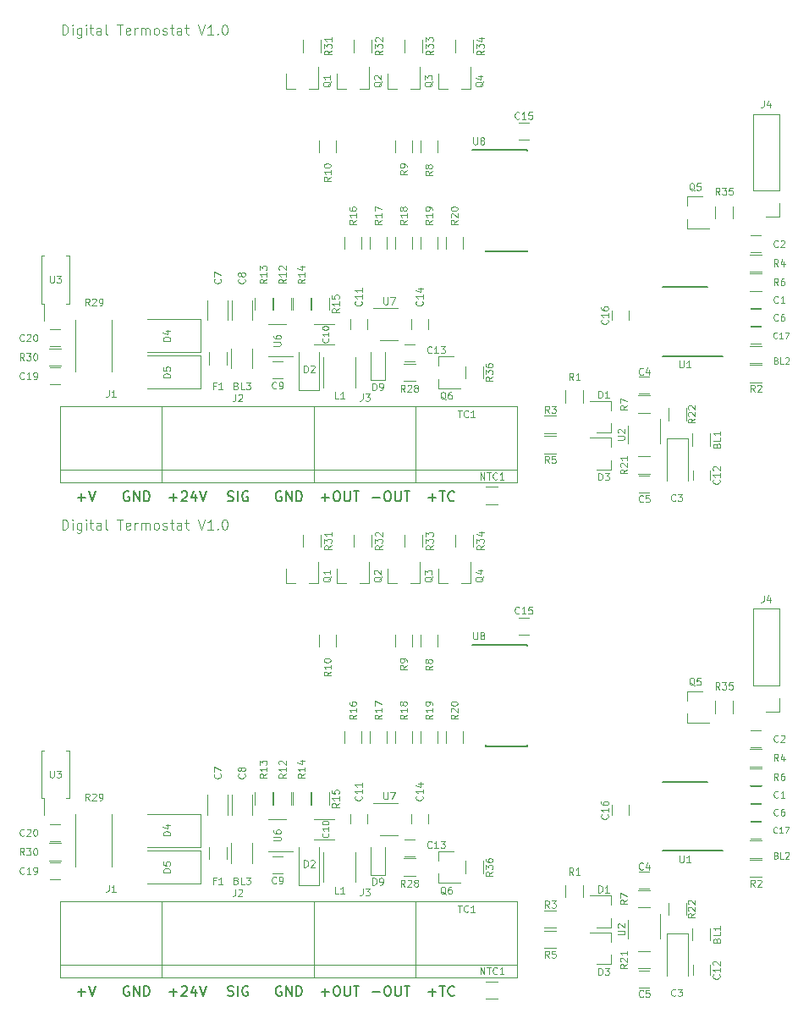
<source format=gbr>
%TF.GenerationSoftware,KiCad,Pcbnew,(5.0.1)-3*%
%TF.CreationDate,2019-02-02T04:30:43+03:00*%
%TF.ProjectId,Thermostat_V1 - Copy,546865726D6F737461745F5631202D20,rev?*%
%TF.SameCoordinates,Original*%
%TF.FileFunction,Legend,Top*%
%TF.FilePolarity,Positive*%
%FSLAX46Y46*%
G04 Gerber Fmt 4.6, Leading zero omitted, Abs format (unit mm)*
G04 Created by KiCad (PCBNEW (5.0.1)-3) date 2/2/2019 4:30:43 AM*
%MOMM*%
%LPD*%
G01*
G04 APERTURE LIST*
%ADD10C,0.200000*%
%ADD11C,0.120000*%
%ADD12C,0.150000*%
%ADD13C,0.100000*%
G04 APERTURE END LIST*
D10*
X43680190Y-159124761D02*
X43823047Y-159172380D01*
X44061142Y-159172380D01*
X44156380Y-159124761D01*
X44204000Y-159077142D01*
X44251619Y-158981904D01*
X44251619Y-158886666D01*
X44204000Y-158791428D01*
X44156380Y-158743809D01*
X44061142Y-158696190D01*
X43870666Y-158648571D01*
X43775428Y-158600952D01*
X43727809Y-158553333D01*
X43680190Y-158458095D01*
X43680190Y-158362857D01*
X43727809Y-158267619D01*
X43775428Y-158220000D01*
X43870666Y-158172380D01*
X44108761Y-158172380D01*
X44251619Y-158220000D01*
X44680190Y-159172380D02*
X44680190Y-158172380D01*
X45680190Y-158220000D02*
X45584952Y-158172380D01*
X45442095Y-158172380D01*
X45299238Y-158220000D01*
X45204000Y-158315238D01*
X45156380Y-158410476D01*
X45108761Y-158600952D01*
X45108761Y-158743809D01*
X45156380Y-158934285D01*
X45204000Y-159029523D01*
X45299238Y-159124761D01*
X45442095Y-159172380D01*
X45537333Y-159172380D01*
X45680190Y-159124761D01*
X45727809Y-159077142D01*
X45727809Y-158743809D01*
X45537333Y-158743809D01*
X28654476Y-158791428D02*
X29416380Y-158791428D01*
X29035428Y-159172380D02*
X29035428Y-158410476D01*
X29749714Y-158172380D02*
X30083047Y-159172380D01*
X30416380Y-158172380D01*
X53054476Y-158791428D02*
X53816380Y-158791428D01*
X53435428Y-159172380D02*
X53435428Y-158410476D01*
X54483047Y-158172380D02*
X54673523Y-158172380D01*
X54768761Y-158220000D01*
X54864000Y-158315238D01*
X54911619Y-158505714D01*
X54911619Y-158839047D01*
X54864000Y-159029523D01*
X54768761Y-159124761D01*
X54673523Y-159172380D01*
X54483047Y-159172380D01*
X54387809Y-159124761D01*
X54292571Y-159029523D01*
X54244952Y-158839047D01*
X54244952Y-158505714D01*
X54292571Y-158315238D01*
X54387809Y-158220000D01*
X54483047Y-158172380D01*
X55340190Y-158172380D02*
X55340190Y-158981904D01*
X55387809Y-159077142D01*
X55435428Y-159124761D01*
X55530666Y-159172380D01*
X55721142Y-159172380D01*
X55816380Y-159124761D01*
X55864000Y-159077142D01*
X55911619Y-158981904D01*
X55911619Y-158172380D01*
X56244952Y-158172380D02*
X56816380Y-158172380D01*
X56530666Y-159172380D02*
X56530666Y-158172380D01*
X63762095Y-158791428D02*
X64524000Y-158791428D01*
X64143047Y-159172380D02*
X64143047Y-158410476D01*
X64857333Y-158172380D02*
X65428761Y-158172380D01*
X65143047Y-159172380D02*
X65143047Y-158172380D01*
X66333523Y-159077142D02*
X66285904Y-159124761D01*
X66143047Y-159172380D01*
X66047809Y-159172380D01*
X65904952Y-159124761D01*
X65809714Y-159029523D01*
X65762095Y-158934285D01*
X65714476Y-158743809D01*
X65714476Y-158600952D01*
X65762095Y-158410476D01*
X65809714Y-158315238D01*
X65904952Y-158220000D01*
X66047809Y-158172380D01*
X66143047Y-158172380D01*
X66285904Y-158220000D01*
X66333523Y-158267619D01*
D11*
X27131404Y-112499880D02*
X27131404Y-111499880D01*
X27369500Y-111499880D01*
X27512357Y-111547500D01*
X27607595Y-111642738D01*
X27655214Y-111737976D01*
X27702833Y-111928452D01*
X27702833Y-112071309D01*
X27655214Y-112261785D01*
X27607595Y-112357023D01*
X27512357Y-112452261D01*
X27369500Y-112499880D01*
X27131404Y-112499880D01*
X28131404Y-112499880D02*
X28131404Y-111833214D01*
X28131404Y-111499880D02*
X28083785Y-111547500D01*
X28131404Y-111595119D01*
X28179023Y-111547500D01*
X28131404Y-111499880D01*
X28131404Y-111595119D01*
X29036166Y-111833214D02*
X29036166Y-112642738D01*
X28988547Y-112737976D01*
X28940928Y-112785595D01*
X28845690Y-112833214D01*
X28702833Y-112833214D01*
X28607595Y-112785595D01*
X29036166Y-112452261D02*
X28940928Y-112499880D01*
X28750452Y-112499880D01*
X28655214Y-112452261D01*
X28607595Y-112404642D01*
X28559976Y-112309404D01*
X28559976Y-112023690D01*
X28607595Y-111928452D01*
X28655214Y-111880833D01*
X28750452Y-111833214D01*
X28940928Y-111833214D01*
X29036166Y-111880833D01*
X29512357Y-112499880D02*
X29512357Y-111833214D01*
X29512357Y-111499880D02*
X29464738Y-111547500D01*
X29512357Y-111595119D01*
X29559976Y-111547500D01*
X29512357Y-111499880D01*
X29512357Y-111595119D01*
X29845690Y-111833214D02*
X30226642Y-111833214D01*
X29988547Y-111499880D02*
X29988547Y-112357023D01*
X30036166Y-112452261D01*
X30131404Y-112499880D01*
X30226642Y-112499880D01*
X30988547Y-112499880D02*
X30988547Y-111976071D01*
X30940928Y-111880833D01*
X30845690Y-111833214D01*
X30655214Y-111833214D01*
X30559976Y-111880833D01*
X30988547Y-112452261D02*
X30893309Y-112499880D01*
X30655214Y-112499880D01*
X30559976Y-112452261D01*
X30512357Y-112357023D01*
X30512357Y-112261785D01*
X30559976Y-112166547D01*
X30655214Y-112118928D01*
X30893309Y-112118928D01*
X30988547Y-112071309D01*
X31607595Y-112499880D02*
X31512357Y-112452261D01*
X31464738Y-112357023D01*
X31464738Y-111499880D01*
X32607595Y-111499880D02*
X33179023Y-111499880D01*
X32893309Y-112499880D02*
X32893309Y-111499880D01*
X33893309Y-112452261D02*
X33798071Y-112499880D01*
X33607595Y-112499880D01*
X33512357Y-112452261D01*
X33464738Y-112357023D01*
X33464738Y-111976071D01*
X33512357Y-111880833D01*
X33607595Y-111833214D01*
X33798071Y-111833214D01*
X33893309Y-111880833D01*
X33940928Y-111976071D01*
X33940928Y-112071309D01*
X33464738Y-112166547D01*
X34369500Y-112499880D02*
X34369500Y-111833214D01*
X34369500Y-112023690D02*
X34417119Y-111928452D01*
X34464738Y-111880833D01*
X34559976Y-111833214D01*
X34655214Y-111833214D01*
X34988547Y-112499880D02*
X34988547Y-111833214D01*
X34988547Y-111928452D02*
X35036166Y-111880833D01*
X35131404Y-111833214D01*
X35274261Y-111833214D01*
X35369500Y-111880833D01*
X35417119Y-111976071D01*
X35417119Y-112499880D01*
X35417119Y-111976071D02*
X35464738Y-111880833D01*
X35559976Y-111833214D01*
X35702833Y-111833214D01*
X35798071Y-111880833D01*
X35845690Y-111976071D01*
X35845690Y-112499880D01*
X36464738Y-112499880D02*
X36369500Y-112452261D01*
X36321880Y-112404642D01*
X36274261Y-112309404D01*
X36274261Y-112023690D01*
X36321880Y-111928452D01*
X36369500Y-111880833D01*
X36464738Y-111833214D01*
X36607595Y-111833214D01*
X36702833Y-111880833D01*
X36750452Y-111928452D01*
X36798071Y-112023690D01*
X36798071Y-112309404D01*
X36750452Y-112404642D01*
X36702833Y-112452261D01*
X36607595Y-112499880D01*
X36464738Y-112499880D01*
X37179023Y-112452261D02*
X37274261Y-112499880D01*
X37464738Y-112499880D01*
X37559976Y-112452261D01*
X37607595Y-112357023D01*
X37607595Y-112309404D01*
X37559976Y-112214166D01*
X37464738Y-112166547D01*
X37321880Y-112166547D01*
X37226642Y-112118928D01*
X37179023Y-112023690D01*
X37179023Y-111976071D01*
X37226642Y-111880833D01*
X37321880Y-111833214D01*
X37464738Y-111833214D01*
X37559976Y-111880833D01*
X37893309Y-111833214D02*
X38274261Y-111833214D01*
X38036166Y-111499880D02*
X38036166Y-112357023D01*
X38083785Y-112452261D01*
X38179023Y-112499880D01*
X38274261Y-112499880D01*
X39036166Y-112499880D02*
X39036166Y-111976071D01*
X38988547Y-111880833D01*
X38893309Y-111833214D01*
X38702833Y-111833214D01*
X38607595Y-111880833D01*
X39036166Y-112452261D02*
X38940928Y-112499880D01*
X38702833Y-112499880D01*
X38607595Y-112452261D01*
X38559976Y-112357023D01*
X38559976Y-112261785D01*
X38607595Y-112166547D01*
X38702833Y-112118928D01*
X38940928Y-112118928D01*
X39036166Y-112071309D01*
X39369500Y-111833214D02*
X39750452Y-111833214D01*
X39512357Y-111499880D02*
X39512357Y-112357023D01*
X39559976Y-112452261D01*
X39655214Y-112499880D01*
X39750452Y-112499880D01*
X40702833Y-111499880D02*
X41036166Y-112499880D01*
X41369500Y-111499880D01*
X42226642Y-112499880D02*
X41655214Y-112499880D01*
X41940928Y-112499880D02*
X41940928Y-111499880D01*
X41845690Y-111642738D01*
X41750452Y-111737976D01*
X41655214Y-111785595D01*
X42655214Y-112404642D02*
X42702833Y-112452261D01*
X42655214Y-112499880D01*
X42607595Y-112452261D01*
X42655214Y-112404642D01*
X42655214Y-112499880D01*
X43321880Y-111499880D02*
X43417119Y-111499880D01*
X43512357Y-111547500D01*
X43559976Y-111595119D01*
X43607595Y-111690357D01*
X43655214Y-111880833D01*
X43655214Y-112118928D01*
X43607595Y-112309404D01*
X43559976Y-112404642D01*
X43512357Y-112452261D01*
X43417119Y-112499880D01*
X43321880Y-112499880D01*
X43226642Y-112452261D01*
X43179023Y-112404642D01*
X43131404Y-112309404D01*
X43083785Y-112118928D01*
X43083785Y-111880833D01*
X43131404Y-111690357D01*
X43179023Y-111595119D01*
X43226642Y-111547500D01*
X43321880Y-111499880D01*
D10*
X33782095Y-158220000D02*
X33686857Y-158172380D01*
X33544000Y-158172380D01*
X33401142Y-158220000D01*
X33305904Y-158315238D01*
X33258285Y-158410476D01*
X33210666Y-158600952D01*
X33210666Y-158743809D01*
X33258285Y-158934285D01*
X33305904Y-159029523D01*
X33401142Y-159124761D01*
X33544000Y-159172380D01*
X33639238Y-159172380D01*
X33782095Y-159124761D01*
X33829714Y-159077142D01*
X33829714Y-158743809D01*
X33639238Y-158743809D01*
X34258285Y-159172380D02*
X34258285Y-158172380D01*
X34829714Y-159172380D01*
X34829714Y-158172380D01*
X35305904Y-159172380D02*
X35305904Y-158172380D01*
X35544000Y-158172380D01*
X35686857Y-158220000D01*
X35782095Y-158315238D01*
X35829714Y-158410476D01*
X35877333Y-158600952D01*
X35877333Y-158743809D01*
X35829714Y-158934285D01*
X35782095Y-159029523D01*
X35686857Y-159124761D01*
X35544000Y-159172380D01*
X35305904Y-159172380D01*
X37862095Y-158791428D02*
X38624000Y-158791428D01*
X38243047Y-159172380D02*
X38243047Y-158410476D01*
X39052571Y-158267619D02*
X39100190Y-158220000D01*
X39195428Y-158172380D01*
X39433523Y-158172380D01*
X39528761Y-158220000D01*
X39576380Y-158267619D01*
X39624000Y-158362857D01*
X39624000Y-158458095D01*
X39576380Y-158600952D01*
X39004952Y-159172380D01*
X39624000Y-159172380D01*
X40481142Y-158505714D02*
X40481142Y-159172380D01*
X40243047Y-158124761D02*
X40004952Y-158839047D01*
X40624000Y-158839047D01*
X40862095Y-158172380D02*
X41195428Y-159172380D01*
X41528761Y-158172380D01*
X49022095Y-158220000D02*
X48926857Y-158172380D01*
X48784000Y-158172380D01*
X48641142Y-158220000D01*
X48545904Y-158315238D01*
X48498285Y-158410476D01*
X48450666Y-158600952D01*
X48450666Y-158743809D01*
X48498285Y-158934285D01*
X48545904Y-159029523D01*
X48641142Y-159124761D01*
X48784000Y-159172380D01*
X48879238Y-159172380D01*
X49022095Y-159124761D01*
X49069714Y-159077142D01*
X49069714Y-158743809D01*
X48879238Y-158743809D01*
X49498285Y-159172380D02*
X49498285Y-158172380D01*
X50069714Y-159172380D01*
X50069714Y-158172380D01*
X50545904Y-159172380D02*
X50545904Y-158172380D01*
X50784000Y-158172380D01*
X50926857Y-158220000D01*
X51022095Y-158315238D01*
X51069714Y-158410476D01*
X51117333Y-158600952D01*
X51117333Y-158743809D01*
X51069714Y-158934285D01*
X51022095Y-159029523D01*
X50926857Y-159124761D01*
X50784000Y-159172380D01*
X50545904Y-159172380D01*
X58134476Y-158791428D02*
X58896380Y-158791428D01*
X59563047Y-158172380D02*
X59753523Y-158172380D01*
X59848761Y-158220000D01*
X59944000Y-158315238D01*
X59991619Y-158505714D01*
X59991619Y-158839047D01*
X59944000Y-159029523D01*
X59848761Y-159124761D01*
X59753523Y-159172380D01*
X59563047Y-159172380D01*
X59467809Y-159124761D01*
X59372571Y-159029523D01*
X59324952Y-158839047D01*
X59324952Y-158505714D01*
X59372571Y-158315238D01*
X59467809Y-158220000D01*
X59563047Y-158172380D01*
X60420190Y-158172380D02*
X60420190Y-158981904D01*
X60467809Y-159077142D01*
X60515428Y-159124761D01*
X60610666Y-159172380D01*
X60801142Y-159172380D01*
X60896380Y-159124761D01*
X60944000Y-159077142D01*
X60991619Y-158981904D01*
X60991619Y-158172380D01*
X61324952Y-158172380D02*
X61896380Y-158172380D01*
X61610666Y-159172380D02*
X61610666Y-158172380D01*
D11*
X27131404Y-62999880D02*
X27131404Y-61999880D01*
X27369500Y-61999880D01*
X27512357Y-62047500D01*
X27607595Y-62142738D01*
X27655214Y-62237976D01*
X27702833Y-62428452D01*
X27702833Y-62571309D01*
X27655214Y-62761785D01*
X27607595Y-62857023D01*
X27512357Y-62952261D01*
X27369500Y-62999880D01*
X27131404Y-62999880D01*
X28131404Y-62999880D02*
X28131404Y-62333214D01*
X28131404Y-61999880D02*
X28083785Y-62047500D01*
X28131404Y-62095119D01*
X28179023Y-62047500D01*
X28131404Y-61999880D01*
X28131404Y-62095119D01*
X29036166Y-62333214D02*
X29036166Y-63142738D01*
X28988547Y-63237976D01*
X28940928Y-63285595D01*
X28845690Y-63333214D01*
X28702833Y-63333214D01*
X28607595Y-63285595D01*
X29036166Y-62952261D02*
X28940928Y-62999880D01*
X28750452Y-62999880D01*
X28655214Y-62952261D01*
X28607595Y-62904642D01*
X28559976Y-62809404D01*
X28559976Y-62523690D01*
X28607595Y-62428452D01*
X28655214Y-62380833D01*
X28750452Y-62333214D01*
X28940928Y-62333214D01*
X29036166Y-62380833D01*
X29512357Y-62999880D02*
X29512357Y-62333214D01*
X29512357Y-61999880D02*
X29464738Y-62047500D01*
X29512357Y-62095119D01*
X29559976Y-62047500D01*
X29512357Y-61999880D01*
X29512357Y-62095119D01*
X29845690Y-62333214D02*
X30226642Y-62333214D01*
X29988547Y-61999880D02*
X29988547Y-62857023D01*
X30036166Y-62952261D01*
X30131404Y-62999880D01*
X30226642Y-62999880D01*
X30988547Y-62999880D02*
X30988547Y-62476071D01*
X30940928Y-62380833D01*
X30845690Y-62333214D01*
X30655214Y-62333214D01*
X30559976Y-62380833D01*
X30988547Y-62952261D02*
X30893309Y-62999880D01*
X30655214Y-62999880D01*
X30559976Y-62952261D01*
X30512357Y-62857023D01*
X30512357Y-62761785D01*
X30559976Y-62666547D01*
X30655214Y-62618928D01*
X30893309Y-62618928D01*
X30988547Y-62571309D01*
X31607595Y-62999880D02*
X31512357Y-62952261D01*
X31464738Y-62857023D01*
X31464738Y-61999880D01*
X32607595Y-61999880D02*
X33179023Y-61999880D01*
X32893309Y-62999880D02*
X32893309Y-61999880D01*
X33893309Y-62952261D02*
X33798071Y-62999880D01*
X33607595Y-62999880D01*
X33512357Y-62952261D01*
X33464738Y-62857023D01*
X33464738Y-62476071D01*
X33512357Y-62380833D01*
X33607595Y-62333214D01*
X33798071Y-62333214D01*
X33893309Y-62380833D01*
X33940928Y-62476071D01*
X33940928Y-62571309D01*
X33464738Y-62666547D01*
X34369500Y-62999880D02*
X34369500Y-62333214D01*
X34369500Y-62523690D02*
X34417119Y-62428452D01*
X34464738Y-62380833D01*
X34559976Y-62333214D01*
X34655214Y-62333214D01*
X34988547Y-62999880D02*
X34988547Y-62333214D01*
X34988547Y-62428452D02*
X35036166Y-62380833D01*
X35131404Y-62333214D01*
X35274261Y-62333214D01*
X35369500Y-62380833D01*
X35417119Y-62476071D01*
X35417119Y-62999880D01*
X35417119Y-62476071D02*
X35464738Y-62380833D01*
X35559976Y-62333214D01*
X35702833Y-62333214D01*
X35798071Y-62380833D01*
X35845690Y-62476071D01*
X35845690Y-62999880D01*
X36464738Y-62999880D02*
X36369500Y-62952261D01*
X36321880Y-62904642D01*
X36274261Y-62809404D01*
X36274261Y-62523690D01*
X36321880Y-62428452D01*
X36369500Y-62380833D01*
X36464738Y-62333214D01*
X36607595Y-62333214D01*
X36702833Y-62380833D01*
X36750452Y-62428452D01*
X36798071Y-62523690D01*
X36798071Y-62809404D01*
X36750452Y-62904642D01*
X36702833Y-62952261D01*
X36607595Y-62999880D01*
X36464738Y-62999880D01*
X37179023Y-62952261D02*
X37274261Y-62999880D01*
X37464738Y-62999880D01*
X37559976Y-62952261D01*
X37607595Y-62857023D01*
X37607595Y-62809404D01*
X37559976Y-62714166D01*
X37464738Y-62666547D01*
X37321880Y-62666547D01*
X37226642Y-62618928D01*
X37179023Y-62523690D01*
X37179023Y-62476071D01*
X37226642Y-62380833D01*
X37321880Y-62333214D01*
X37464738Y-62333214D01*
X37559976Y-62380833D01*
X37893309Y-62333214D02*
X38274261Y-62333214D01*
X38036166Y-61999880D02*
X38036166Y-62857023D01*
X38083785Y-62952261D01*
X38179023Y-62999880D01*
X38274261Y-62999880D01*
X39036166Y-62999880D02*
X39036166Y-62476071D01*
X38988547Y-62380833D01*
X38893309Y-62333214D01*
X38702833Y-62333214D01*
X38607595Y-62380833D01*
X39036166Y-62952261D02*
X38940928Y-62999880D01*
X38702833Y-62999880D01*
X38607595Y-62952261D01*
X38559976Y-62857023D01*
X38559976Y-62761785D01*
X38607595Y-62666547D01*
X38702833Y-62618928D01*
X38940928Y-62618928D01*
X39036166Y-62571309D01*
X39369500Y-62333214D02*
X39750452Y-62333214D01*
X39512357Y-61999880D02*
X39512357Y-62857023D01*
X39559976Y-62952261D01*
X39655214Y-62999880D01*
X39750452Y-62999880D01*
X40702833Y-61999880D02*
X41036166Y-62999880D01*
X41369500Y-61999880D01*
X42226642Y-62999880D02*
X41655214Y-62999880D01*
X41940928Y-62999880D02*
X41940928Y-61999880D01*
X41845690Y-62142738D01*
X41750452Y-62237976D01*
X41655214Y-62285595D01*
X42655214Y-62904642D02*
X42702833Y-62952261D01*
X42655214Y-62999880D01*
X42607595Y-62952261D01*
X42655214Y-62904642D01*
X42655214Y-62999880D01*
X43321880Y-61999880D02*
X43417119Y-61999880D01*
X43512357Y-62047500D01*
X43559976Y-62095119D01*
X43607595Y-62190357D01*
X43655214Y-62380833D01*
X43655214Y-62618928D01*
X43607595Y-62809404D01*
X43559976Y-62904642D01*
X43512357Y-62952261D01*
X43417119Y-62999880D01*
X43321880Y-62999880D01*
X43226642Y-62952261D01*
X43179023Y-62904642D01*
X43131404Y-62809404D01*
X43083785Y-62618928D01*
X43083785Y-62380833D01*
X43131404Y-62190357D01*
X43179023Y-62095119D01*
X43226642Y-62047500D01*
X43321880Y-61999880D01*
D10*
X63762095Y-109291428D02*
X64524000Y-109291428D01*
X64143047Y-109672380D02*
X64143047Y-108910476D01*
X64857333Y-108672380D02*
X65428761Y-108672380D01*
X65143047Y-109672380D02*
X65143047Y-108672380D01*
X66333523Y-109577142D02*
X66285904Y-109624761D01*
X66143047Y-109672380D01*
X66047809Y-109672380D01*
X65904952Y-109624761D01*
X65809714Y-109529523D01*
X65762095Y-109434285D01*
X65714476Y-109243809D01*
X65714476Y-109100952D01*
X65762095Y-108910476D01*
X65809714Y-108815238D01*
X65904952Y-108720000D01*
X66047809Y-108672380D01*
X66143047Y-108672380D01*
X66285904Y-108720000D01*
X66333523Y-108767619D01*
X58134476Y-109291428D02*
X58896380Y-109291428D01*
X59563047Y-108672380D02*
X59753523Y-108672380D01*
X59848761Y-108720000D01*
X59944000Y-108815238D01*
X59991619Y-109005714D01*
X59991619Y-109339047D01*
X59944000Y-109529523D01*
X59848761Y-109624761D01*
X59753523Y-109672380D01*
X59563047Y-109672380D01*
X59467809Y-109624761D01*
X59372571Y-109529523D01*
X59324952Y-109339047D01*
X59324952Y-109005714D01*
X59372571Y-108815238D01*
X59467809Y-108720000D01*
X59563047Y-108672380D01*
X60420190Y-108672380D02*
X60420190Y-109481904D01*
X60467809Y-109577142D01*
X60515428Y-109624761D01*
X60610666Y-109672380D01*
X60801142Y-109672380D01*
X60896380Y-109624761D01*
X60944000Y-109577142D01*
X60991619Y-109481904D01*
X60991619Y-108672380D01*
X61324952Y-108672380D02*
X61896380Y-108672380D01*
X61610666Y-109672380D02*
X61610666Y-108672380D01*
X53054476Y-109291428D02*
X53816380Y-109291428D01*
X53435428Y-109672380D02*
X53435428Y-108910476D01*
X54483047Y-108672380D02*
X54673523Y-108672380D01*
X54768761Y-108720000D01*
X54864000Y-108815238D01*
X54911619Y-109005714D01*
X54911619Y-109339047D01*
X54864000Y-109529523D01*
X54768761Y-109624761D01*
X54673523Y-109672380D01*
X54483047Y-109672380D01*
X54387809Y-109624761D01*
X54292571Y-109529523D01*
X54244952Y-109339047D01*
X54244952Y-109005714D01*
X54292571Y-108815238D01*
X54387809Y-108720000D01*
X54483047Y-108672380D01*
X55340190Y-108672380D02*
X55340190Y-109481904D01*
X55387809Y-109577142D01*
X55435428Y-109624761D01*
X55530666Y-109672380D01*
X55721142Y-109672380D01*
X55816380Y-109624761D01*
X55864000Y-109577142D01*
X55911619Y-109481904D01*
X55911619Y-108672380D01*
X56244952Y-108672380D02*
X56816380Y-108672380D01*
X56530666Y-109672380D02*
X56530666Y-108672380D01*
X49022095Y-108720000D02*
X48926857Y-108672380D01*
X48784000Y-108672380D01*
X48641142Y-108720000D01*
X48545904Y-108815238D01*
X48498285Y-108910476D01*
X48450666Y-109100952D01*
X48450666Y-109243809D01*
X48498285Y-109434285D01*
X48545904Y-109529523D01*
X48641142Y-109624761D01*
X48784000Y-109672380D01*
X48879238Y-109672380D01*
X49022095Y-109624761D01*
X49069714Y-109577142D01*
X49069714Y-109243809D01*
X48879238Y-109243809D01*
X49498285Y-109672380D02*
X49498285Y-108672380D01*
X50069714Y-109672380D01*
X50069714Y-108672380D01*
X50545904Y-109672380D02*
X50545904Y-108672380D01*
X50784000Y-108672380D01*
X50926857Y-108720000D01*
X51022095Y-108815238D01*
X51069714Y-108910476D01*
X51117333Y-109100952D01*
X51117333Y-109243809D01*
X51069714Y-109434285D01*
X51022095Y-109529523D01*
X50926857Y-109624761D01*
X50784000Y-109672380D01*
X50545904Y-109672380D01*
X43680190Y-109624761D02*
X43823047Y-109672380D01*
X44061142Y-109672380D01*
X44156380Y-109624761D01*
X44204000Y-109577142D01*
X44251619Y-109481904D01*
X44251619Y-109386666D01*
X44204000Y-109291428D01*
X44156380Y-109243809D01*
X44061142Y-109196190D01*
X43870666Y-109148571D01*
X43775428Y-109100952D01*
X43727809Y-109053333D01*
X43680190Y-108958095D01*
X43680190Y-108862857D01*
X43727809Y-108767619D01*
X43775428Y-108720000D01*
X43870666Y-108672380D01*
X44108761Y-108672380D01*
X44251619Y-108720000D01*
X44680190Y-109672380D02*
X44680190Y-108672380D01*
X45680190Y-108720000D02*
X45584952Y-108672380D01*
X45442095Y-108672380D01*
X45299238Y-108720000D01*
X45204000Y-108815238D01*
X45156380Y-108910476D01*
X45108761Y-109100952D01*
X45108761Y-109243809D01*
X45156380Y-109434285D01*
X45204000Y-109529523D01*
X45299238Y-109624761D01*
X45442095Y-109672380D01*
X45537333Y-109672380D01*
X45680190Y-109624761D01*
X45727809Y-109577142D01*
X45727809Y-109243809D01*
X45537333Y-109243809D01*
X37862095Y-109291428D02*
X38624000Y-109291428D01*
X38243047Y-109672380D02*
X38243047Y-108910476D01*
X39052571Y-108767619D02*
X39100190Y-108720000D01*
X39195428Y-108672380D01*
X39433523Y-108672380D01*
X39528761Y-108720000D01*
X39576380Y-108767619D01*
X39624000Y-108862857D01*
X39624000Y-108958095D01*
X39576380Y-109100952D01*
X39004952Y-109672380D01*
X39624000Y-109672380D01*
X40481142Y-109005714D02*
X40481142Y-109672380D01*
X40243047Y-108624761D02*
X40004952Y-109339047D01*
X40624000Y-109339047D01*
X40862095Y-108672380D02*
X41195428Y-109672380D01*
X41528761Y-108672380D01*
X33782095Y-108720000D02*
X33686857Y-108672380D01*
X33544000Y-108672380D01*
X33401142Y-108720000D01*
X33305904Y-108815238D01*
X33258285Y-108910476D01*
X33210666Y-109100952D01*
X33210666Y-109243809D01*
X33258285Y-109434285D01*
X33305904Y-109529523D01*
X33401142Y-109624761D01*
X33544000Y-109672380D01*
X33639238Y-109672380D01*
X33782095Y-109624761D01*
X33829714Y-109577142D01*
X33829714Y-109243809D01*
X33639238Y-109243809D01*
X34258285Y-109672380D02*
X34258285Y-108672380D01*
X34829714Y-109672380D01*
X34829714Y-108672380D01*
X35305904Y-109672380D02*
X35305904Y-108672380D01*
X35544000Y-108672380D01*
X35686857Y-108720000D01*
X35782095Y-108815238D01*
X35829714Y-108910476D01*
X35877333Y-109100952D01*
X35877333Y-109243809D01*
X35829714Y-109434285D01*
X35782095Y-109529523D01*
X35686857Y-109624761D01*
X35544000Y-109672380D01*
X35305904Y-109672380D01*
X28654476Y-109291428D02*
X29416380Y-109291428D01*
X29035428Y-109672380D02*
X29035428Y-108910476D01*
X29749714Y-108672380D02*
X30083047Y-109672380D01*
X30416380Y-108672380D01*
D11*
X98866000Y-130713000D02*
X97536000Y-130713000D01*
X98866000Y-129383000D02*
X98866000Y-130713000D01*
X98866000Y-128113000D02*
X96206000Y-128113000D01*
X96206000Y-128113000D02*
X96206000Y-120433000D01*
X98866000Y-128113000D02*
X98866000Y-120433000D01*
X98866000Y-120433000D02*
X96206000Y-120433000D01*
X69206000Y-145674000D02*
X69206000Y-146874000D01*
X67446000Y-146874000D02*
X67446000Y-145674000D01*
X92465000Y-130872000D02*
X92465000Y-129672000D01*
X94225000Y-129672000D02*
X94225000Y-130872000D01*
X68190000Y-113035000D02*
X68190000Y-114235000D01*
X66430000Y-114235000D02*
X66430000Y-113035000D01*
X58030000Y-113035000D02*
X58030000Y-114235000D01*
X56270000Y-114235000D02*
X56270000Y-113035000D01*
X52950000Y-113035000D02*
X52950000Y-114235000D01*
X51190000Y-114235000D02*
X51190000Y-113035000D01*
X61350000Y-114235000D02*
X61350000Y-113035000D01*
X63110000Y-113035000D02*
X63110000Y-114235000D01*
X47741000Y-144709000D02*
X50191000Y-144709000D01*
X49541000Y-141489000D02*
X47741000Y-141489000D01*
X50816000Y-148093000D02*
X50816000Y-144243000D01*
X52816000Y-148093000D02*
X52816000Y-144243000D01*
X50816000Y-148093000D02*
X52816000Y-148093000D01*
X26924000Y-157323000D02*
X37084000Y-157323000D01*
X26924000Y-149703000D02*
X26924000Y-157323000D01*
X37084000Y-149703000D02*
X26924000Y-149703000D01*
X37084000Y-157323000D02*
X37084000Y-149703000D01*
X37084000Y-156053000D02*
X26924000Y-156053000D01*
D12*
X93158000Y-144644000D02*
X87183000Y-144644000D01*
X91633000Y-137744000D02*
X87183000Y-137744000D01*
D11*
X82040000Y-152299000D02*
X80580000Y-152299000D01*
X82040000Y-149139000D02*
X79880000Y-149139000D01*
X82040000Y-149139000D02*
X82040000Y-150069000D01*
X82040000Y-152299000D02*
X82040000Y-151369000D01*
X60717000Y-139838000D02*
X58267000Y-139838000D01*
X58917000Y-143058000D02*
X60717000Y-143058000D01*
X56464000Y-147774000D02*
X56464000Y-144774000D01*
X53264000Y-147774000D02*
X53264000Y-144774000D01*
X97120000Y-138137000D02*
X95920000Y-138137000D01*
X95920000Y-136377000D02*
X97120000Y-136377000D01*
X76546000Y-154393000D02*
X75346000Y-154393000D01*
X75346000Y-152633000D02*
X76546000Y-152633000D01*
X97120000Y-136232000D02*
X95920000Y-136232000D01*
X95920000Y-134472000D02*
X97120000Y-134472000D01*
X97120000Y-147281000D02*
X95920000Y-147281000D01*
X95920000Y-145521000D02*
X97120000Y-145521000D01*
X50174000Y-140016000D02*
X50174000Y-138816000D01*
X51934000Y-138816000D02*
X51934000Y-140016000D01*
X70704000Y-159473000D02*
X69504000Y-159473000D01*
X69504000Y-157713000D02*
X70704000Y-157713000D01*
X75346000Y-150601000D02*
X76546000Y-150601000D01*
X76546000Y-152361000D02*
X75346000Y-152361000D01*
X85944000Y-156425000D02*
X84744000Y-156425000D01*
X84744000Y-154665000D02*
X85944000Y-154665000D01*
X48124000Y-138816000D02*
X48124000Y-140016000D01*
X46364000Y-140016000D02*
X46364000Y-138816000D01*
X52079000Y-140016000D02*
X52079000Y-138816000D01*
X53839000Y-138816000D02*
X53839000Y-140016000D01*
X87766000Y-151065000D02*
X87766000Y-149865000D01*
X89526000Y-149865000D02*
X89526000Y-151065000D01*
X77479000Y-149287000D02*
X77479000Y-148087000D01*
X79239000Y-148087000D02*
X79239000Y-149287000D01*
X50029000Y-138816000D02*
X50029000Y-140016000D01*
X48269000Y-140016000D02*
X48269000Y-138816000D01*
X55919000Y-140948000D02*
X55919000Y-141948000D01*
X57619000Y-141948000D02*
X57619000Y-140948000D01*
X62349000Y-143519000D02*
X61349000Y-143519000D01*
X61349000Y-145219000D02*
X62349000Y-145219000D01*
X97020000Y-138185000D02*
X96020000Y-138185000D01*
X96020000Y-139885000D02*
X97020000Y-139885000D01*
X96020000Y-141663000D02*
X97020000Y-141663000D01*
X97020000Y-139963000D02*
X96020000Y-139963000D01*
X96020000Y-143441000D02*
X97020000Y-143441000D01*
X97020000Y-141741000D02*
X96020000Y-141741000D01*
X25916000Y-143695000D02*
X26916000Y-143695000D01*
X26916000Y-141995000D02*
X25916000Y-141995000D01*
X25916000Y-147505000D02*
X26916000Y-147505000D01*
X26916000Y-145805000D02*
X25916000Y-145805000D01*
X48141000Y-146870000D02*
X49141000Y-146870000D01*
X49141000Y-145170000D02*
X48141000Y-145170000D01*
X82081000Y-140059000D02*
X82081000Y-141059000D01*
X83781000Y-141059000D02*
X83781000Y-140059000D01*
X63715000Y-141948000D02*
X63715000Y-140948000D01*
X62015000Y-140948000D02*
X62015000Y-141948000D01*
X72779000Y-122994000D02*
X73779000Y-122994000D01*
X73779000Y-121294000D02*
X72779000Y-121294000D01*
X97120000Y-145376000D02*
X95920000Y-145376000D01*
X95920000Y-143616000D02*
X97120000Y-143616000D01*
X91939000Y-152405000D02*
X91939000Y-153605000D01*
X90179000Y-153605000D02*
X90179000Y-152405000D01*
X84844000Y-158300000D02*
X85844000Y-158300000D01*
X85844000Y-156600000D02*
X84844000Y-156600000D01*
X90209000Y-156061000D02*
X90209000Y-157061000D01*
X91909000Y-157061000D02*
X91909000Y-156061000D01*
X97020000Y-132597000D02*
X96020000Y-132597000D01*
X96020000Y-134297000D02*
X97020000Y-134297000D01*
X84844000Y-148394000D02*
X85844000Y-148394000D01*
X85844000Y-146694000D02*
X84844000Y-146694000D01*
X62161319Y-132695061D02*
X62161319Y-133895061D01*
X60401319Y-133895061D02*
X60401319Y-132695061D01*
X62484000Y-157323000D02*
X72644000Y-157323000D01*
X62484000Y-149703000D02*
X62484000Y-157323000D01*
X72644000Y-149703000D02*
X62484000Y-149703000D01*
X72644000Y-157323000D02*
X72644000Y-149703000D01*
X72644000Y-156053000D02*
X62484000Y-156053000D01*
X62941319Y-133895061D02*
X62941319Y-132695061D01*
X64701319Y-132695061D02*
X64701319Y-133895061D01*
X82040000Y-155982000D02*
X80580000Y-155982000D01*
X82040000Y-152822000D02*
X79880000Y-152822000D01*
X82040000Y-152822000D02*
X82040000Y-153752000D01*
X82040000Y-155982000D02*
X82040000Y-155052000D01*
X54541319Y-123043061D02*
X54541319Y-124243061D01*
X52781319Y-124243061D02*
X52781319Y-123043061D01*
X62161319Y-123043061D02*
X62161319Y-124243061D01*
X60401319Y-124243061D02*
X60401319Y-123043061D01*
D12*
X69493319Y-124054061D02*
X68118319Y-124054061D01*
X69493319Y-134179061D02*
X73643319Y-134179061D01*
X69493319Y-124029061D02*
X73643319Y-124029061D01*
X69493319Y-134179061D02*
X69493319Y-134074061D01*
X73643319Y-134179061D02*
X73643319Y-134074061D01*
X73643319Y-124029061D02*
X73643319Y-124134061D01*
X69493319Y-124029061D02*
X69493319Y-124054061D01*
D11*
X49537500Y-117887500D02*
X50467500Y-117887500D01*
X52697500Y-117887500D02*
X51767500Y-117887500D01*
X52697500Y-117887500D02*
X52697500Y-115727500D01*
X49537500Y-117887500D02*
X49537500Y-116427500D01*
X59621319Y-132695061D02*
X59621319Y-133895061D01*
X57861319Y-133895061D02*
X57861319Y-132695061D01*
X62941319Y-124243061D02*
X62941319Y-123043061D01*
X64701319Y-123043061D02*
X64701319Y-124243061D01*
X67241319Y-132695061D02*
X67241319Y-133895061D01*
X65481319Y-133895061D02*
X65481319Y-132695061D01*
X55321319Y-133895061D02*
X55321319Y-132695061D01*
X57081319Y-132695061D02*
X57081319Y-133895061D01*
X46105000Y-141051000D02*
X46105000Y-139051000D01*
X44065000Y-139051000D02*
X44065000Y-141051000D01*
X59697500Y-117887500D02*
X59697500Y-116427500D01*
X62857500Y-117887500D02*
X62857500Y-115727500D01*
X62857500Y-117887500D02*
X61927500Y-117887500D01*
X59697500Y-117887500D02*
X60627500Y-117887500D01*
X64777500Y-117887500D02*
X64777500Y-116427500D01*
X67937500Y-117887500D02*
X67937500Y-115727500D01*
X67937500Y-117887500D02*
X67007500Y-117887500D01*
X64777500Y-117887500D02*
X65707500Y-117887500D01*
X52340000Y-143484000D02*
X54340000Y-143484000D01*
X54340000Y-141444000D02*
X52340000Y-141444000D01*
X41652000Y-139051000D02*
X41652000Y-141051000D01*
X43692000Y-141051000D02*
X43692000Y-139051000D01*
X40992000Y-144241000D02*
X40992000Y-140941000D01*
X40992000Y-140941000D02*
X35592000Y-140941000D01*
X40992000Y-144241000D02*
X35592000Y-144241000D01*
X57974000Y-147058000D02*
X57974000Y-144258000D01*
X59374000Y-147058000D02*
X59374000Y-144258000D01*
X57974000Y-147058000D02*
X59374000Y-147058000D01*
X89696000Y-152895000D02*
X87596000Y-152895000D01*
X87596000Y-152895000D02*
X87596000Y-157145000D01*
X89696000Y-152895000D02*
X89696000Y-157145000D01*
X84744000Y-148569000D02*
X85944000Y-148569000D01*
X85944000Y-150329000D02*
X84744000Y-150329000D01*
X89664000Y-128692000D02*
X89664000Y-129622000D01*
X89664000Y-131852000D02*
X89664000Y-130922000D01*
X89664000Y-131852000D02*
X91824000Y-131852000D01*
X89664000Y-128692000D02*
X91124000Y-128692000D01*
X64772000Y-144694000D02*
X66232000Y-144694000D01*
X64772000Y-147854000D02*
X66932000Y-147854000D01*
X64772000Y-147854000D02*
X64772000Y-146924000D01*
X64772000Y-144694000D02*
X64772000Y-145624000D01*
X54617500Y-117887500D02*
X55547500Y-117887500D01*
X57777500Y-117887500D02*
X56847500Y-117887500D01*
X57777500Y-117887500D02*
X57777500Y-115727500D01*
X54617500Y-117887500D02*
X54617500Y-116427500D01*
X28406000Y-146207000D02*
X28406000Y-141007000D01*
X32046000Y-141007000D02*
X32046000Y-146207000D01*
X25016000Y-134603000D02*
X25316000Y-134603000D01*
X25016000Y-139403000D02*
X25016000Y-134603000D01*
X25316000Y-139403000D02*
X25016000Y-139403000D01*
X27816000Y-139403000D02*
X27516000Y-139403000D01*
X27816000Y-134603000D02*
X27816000Y-139403000D01*
X27516000Y-134603000D02*
X27816000Y-134603000D01*
X25316000Y-139403000D02*
X25316000Y-141103000D01*
X43582000Y-145479064D02*
X43582000Y-144274936D01*
X41762000Y-145479064D02*
X41762000Y-144274936D01*
X52324000Y-157323000D02*
X62484000Y-157323000D01*
X52324000Y-149703000D02*
X52324000Y-157323000D01*
X62484000Y-149703000D02*
X52324000Y-149703000D01*
X62484000Y-157323000D02*
X62484000Y-149703000D01*
X62484000Y-156053000D02*
X52324000Y-156053000D01*
X37084000Y-157323000D02*
X52324000Y-157323000D01*
X37084000Y-149703000D02*
X52324000Y-149703000D01*
X37084000Y-156053000D02*
X52324000Y-156053000D01*
X52324000Y-157323000D02*
X52324000Y-149703000D01*
X37084000Y-157323000D02*
X37084000Y-149703000D01*
X62449000Y-147154000D02*
X61249000Y-147154000D01*
X61249000Y-145394000D02*
X62449000Y-145394000D01*
X86954000Y-153397000D02*
X86954000Y-150947000D01*
X83734000Y-151597000D02*
X83734000Y-153397000D01*
X40992000Y-147924000D02*
X35592000Y-147924000D01*
X40992000Y-144624000D02*
X35592000Y-144624000D01*
X40992000Y-147924000D02*
X40992000Y-144624000D01*
X27016000Y-145630000D02*
X25816000Y-145630000D01*
X25816000Y-143870000D02*
X27016000Y-143870000D01*
X44015000Y-145877000D02*
X44015000Y-143877000D01*
X46155000Y-143877000D02*
X46155000Y-145877000D01*
X98866000Y-70933000D02*
X96206000Y-70933000D01*
X98866000Y-78613000D02*
X98866000Y-70933000D01*
X96206000Y-78613000D02*
X96206000Y-70933000D01*
X98866000Y-78613000D02*
X96206000Y-78613000D01*
X98866000Y-79883000D02*
X98866000Y-81213000D01*
X98866000Y-81213000D02*
X97536000Y-81213000D01*
X63110000Y-63535000D02*
X63110000Y-64735000D01*
X61350000Y-64735000D02*
X61350000Y-63535000D01*
X66430000Y-64735000D02*
X66430000Y-63535000D01*
X68190000Y-63535000D02*
X68190000Y-64735000D01*
X94225000Y-80172000D02*
X94225000Y-81372000D01*
X92465000Y-81372000D02*
X92465000Y-80172000D01*
X51190000Y-64735000D02*
X51190000Y-63535000D01*
X52950000Y-63535000D02*
X52950000Y-64735000D01*
X67446000Y-97374000D02*
X67446000Y-96174000D01*
X69206000Y-96174000D02*
X69206000Y-97374000D01*
X56270000Y-64735000D02*
X56270000Y-63535000D01*
X58030000Y-63535000D02*
X58030000Y-64735000D01*
X97020000Y-90463000D02*
X96020000Y-90463000D01*
X96020000Y-92163000D02*
X97020000Y-92163000D01*
X97020000Y-92241000D02*
X96020000Y-92241000D01*
X96020000Y-93941000D02*
X97020000Y-93941000D01*
X83781000Y-91559000D02*
X83781000Y-90559000D01*
X82081000Y-90559000D02*
X82081000Y-91559000D01*
X73779000Y-71794000D02*
X72779000Y-71794000D01*
X72779000Y-73494000D02*
X73779000Y-73494000D01*
X62015000Y-91448000D02*
X62015000Y-92448000D01*
X63715000Y-92448000D02*
X63715000Y-91448000D01*
X91909000Y-107561000D02*
X91909000Y-106561000D01*
X90209000Y-106561000D02*
X90209000Y-107561000D01*
X57619000Y-92448000D02*
X57619000Y-91448000D01*
X55919000Y-91448000D02*
X55919000Y-92448000D01*
X49141000Y-95670000D02*
X48141000Y-95670000D01*
X48141000Y-97370000D02*
X49141000Y-97370000D01*
X26916000Y-96305000D02*
X25916000Y-96305000D01*
X25916000Y-98005000D02*
X26916000Y-98005000D01*
X85844000Y-97194000D02*
X84844000Y-97194000D01*
X84844000Y-98894000D02*
X85844000Y-98894000D01*
X96020000Y-84797000D02*
X97020000Y-84797000D01*
X97020000Y-83097000D02*
X96020000Y-83097000D01*
X26916000Y-92495000D02*
X25916000Y-92495000D01*
X25916000Y-94195000D02*
X26916000Y-94195000D01*
X96020000Y-90385000D02*
X97020000Y-90385000D01*
X97020000Y-88685000D02*
X96020000Y-88685000D01*
X85844000Y-107100000D02*
X84844000Y-107100000D01*
X84844000Y-108800000D02*
X85844000Y-108800000D01*
X61349000Y-95719000D02*
X62349000Y-95719000D01*
X62349000Y-94019000D02*
X61349000Y-94019000D01*
X90179000Y-104105000D02*
X90179000Y-102905000D01*
X91939000Y-102905000D02*
X91939000Y-104105000D01*
X95920000Y-94116000D02*
X97120000Y-94116000D01*
X97120000Y-95876000D02*
X95920000Y-95876000D01*
X89526000Y-100365000D02*
X89526000Y-101565000D01*
X87766000Y-101565000D02*
X87766000Y-100365000D01*
X84744000Y-105165000D02*
X85944000Y-105165000D01*
X85944000Y-106925000D02*
X84744000Y-106925000D01*
X53839000Y-89316000D02*
X53839000Y-90516000D01*
X52079000Y-90516000D02*
X52079000Y-89316000D01*
X51934000Y-89316000D02*
X51934000Y-90516000D01*
X50174000Y-90516000D02*
X50174000Y-89316000D01*
X46364000Y-90516000D02*
X46364000Y-89316000D01*
X48124000Y-89316000D02*
X48124000Y-90516000D01*
X48269000Y-90516000D02*
X48269000Y-89316000D01*
X50029000Y-89316000D02*
X50029000Y-90516000D01*
X79239000Y-98587000D02*
X79239000Y-99787000D01*
X77479000Y-99787000D02*
X77479000Y-98587000D01*
X95920000Y-96021000D02*
X97120000Y-96021000D01*
X97120000Y-97781000D02*
X95920000Y-97781000D01*
X76546000Y-102861000D02*
X75346000Y-102861000D01*
X75346000Y-101101000D02*
X76546000Y-101101000D01*
X69504000Y-108213000D02*
X70704000Y-108213000D01*
X70704000Y-109973000D02*
X69504000Y-109973000D01*
X95920000Y-84972000D02*
X97120000Y-84972000D01*
X97120000Y-86732000D02*
X95920000Y-86732000D01*
X75346000Y-103133000D02*
X76546000Y-103133000D01*
X76546000Y-104893000D02*
X75346000Y-104893000D01*
X95920000Y-86877000D02*
X97120000Y-86877000D01*
X97120000Y-88637000D02*
X95920000Y-88637000D01*
X85944000Y-100829000D02*
X84744000Y-100829000D01*
X84744000Y-99069000D02*
X85944000Y-99069000D01*
X25816000Y-94370000D02*
X27016000Y-94370000D01*
X27016000Y-96130000D02*
X25816000Y-96130000D01*
X46155000Y-94377000D02*
X46155000Y-96377000D01*
X44015000Y-96377000D02*
X44015000Y-94377000D01*
X83734000Y-102097000D02*
X83734000Y-103897000D01*
X86954000Y-103897000D02*
X86954000Y-101447000D01*
X57974000Y-97558000D02*
X59374000Y-97558000D01*
X59374000Y-97558000D02*
X59374000Y-94758000D01*
X57974000Y-97558000D02*
X57974000Y-94758000D01*
X61249000Y-95894000D02*
X62449000Y-95894000D01*
X62449000Y-97654000D02*
X61249000Y-97654000D01*
X62484000Y-106553000D02*
X52324000Y-106553000D01*
X62484000Y-107823000D02*
X62484000Y-100203000D01*
X62484000Y-100203000D02*
X52324000Y-100203000D01*
X52324000Y-100203000D02*
X52324000Y-107823000D01*
X52324000Y-107823000D02*
X62484000Y-107823000D01*
X37084000Y-107823000D02*
X37084000Y-100203000D01*
X52324000Y-107823000D02*
X52324000Y-100203000D01*
X37084000Y-106553000D02*
X52324000Y-106553000D01*
X37084000Y-100203000D02*
X52324000Y-100203000D01*
X37084000Y-107823000D02*
X52324000Y-107823000D01*
X89696000Y-103395000D02*
X89696000Y-107645000D01*
X87596000Y-103395000D02*
X87596000Y-107645000D01*
X89696000Y-103395000D02*
X87596000Y-103395000D01*
X40992000Y-94741000D02*
X35592000Y-94741000D01*
X40992000Y-91441000D02*
X35592000Y-91441000D01*
X40992000Y-94741000D02*
X40992000Y-91441000D01*
X40992000Y-98424000D02*
X40992000Y-95124000D01*
X40992000Y-95124000D02*
X35592000Y-95124000D01*
X40992000Y-98424000D02*
X35592000Y-98424000D01*
X41762000Y-95979064D02*
X41762000Y-94774936D01*
X43582000Y-95979064D02*
X43582000Y-94774936D01*
X25316000Y-89903000D02*
X25316000Y-91603000D01*
X27516000Y-85103000D02*
X27816000Y-85103000D01*
X27816000Y-85103000D02*
X27816000Y-89903000D01*
X27816000Y-89903000D02*
X27516000Y-89903000D01*
X25316000Y-89903000D02*
X25016000Y-89903000D01*
X25016000Y-89903000D02*
X25016000Y-85103000D01*
X25016000Y-85103000D02*
X25316000Y-85103000D01*
X32046000Y-91507000D02*
X32046000Y-96707000D01*
X28406000Y-96707000D02*
X28406000Y-91507000D01*
X54617500Y-68387500D02*
X54617500Y-66927500D01*
X57777500Y-68387500D02*
X57777500Y-66227500D01*
X57777500Y-68387500D02*
X56847500Y-68387500D01*
X54617500Y-68387500D02*
X55547500Y-68387500D01*
X64772000Y-95194000D02*
X64772000Y-96124000D01*
X64772000Y-98354000D02*
X64772000Y-97424000D01*
X64772000Y-98354000D02*
X66932000Y-98354000D01*
X64772000Y-95194000D02*
X66232000Y-95194000D01*
X89664000Y-79192000D02*
X91124000Y-79192000D01*
X89664000Y-82352000D02*
X91824000Y-82352000D01*
X89664000Y-82352000D02*
X89664000Y-81422000D01*
X89664000Y-79192000D02*
X89664000Y-80122000D01*
X59697500Y-68387500D02*
X60627500Y-68387500D01*
X62857500Y-68387500D02*
X61927500Y-68387500D01*
X62857500Y-68387500D02*
X62857500Y-66227500D01*
X59697500Y-68387500D02*
X59697500Y-66927500D01*
X49537500Y-68387500D02*
X49537500Y-66927500D01*
X52697500Y-68387500D02*
X52697500Y-66227500D01*
X52697500Y-68387500D02*
X51767500Y-68387500D01*
X49537500Y-68387500D02*
X50467500Y-68387500D01*
X64777500Y-68387500D02*
X65707500Y-68387500D01*
X67937500Y-68387500D02*
X67007500Y-68387500D01*
X67937500Y-68387500D02*
X67937500Y-66227500D01*
X64777500Y-68387500D02*
X64777500Y-66927500D01*
X57081319Y-83195061D02*
X57081319Y-84395061D01*
X55321319Y-84395061D02*
X55321319Y-83195061D01*
X65481319Y-84395061D02*
X65481319Y-83195061D01*
X67241319Y-83195061D02*
X67241319Y-84395061D01*
X64701319Y-83195061D02*
X64701319Y-84395061D01*
X62941319Y-84395061D02*
X62941319Y-83195061D01*
X57861319Y-84395061D02*
X57861319Y-83195061D01*
X59621319Y-83195061D02*
X59621319Y-84395061D01*
X52781319Y-74743061D02*
X52781319Y-73543061D01*
X54541319Y-73543061D02*
X54541319Y-74743061D01*
X64701319Y-73543061D02*
X64701319Y-74743061D01*
X62941319Y-74743061D02*
X62941319Y-73543061D01*
X60401319Y-74743061D02*
X60401319Y-73543061D01*
X62161319Y-73543061D02*
X62161319Y-74743061D01*
X60401319Y-84395061D02*
X60401319Y-83195061D01*
X62161319Y-83195061D02*
X62161319Y-84395061D01*
D12*
X69493319Y-74529061D02*
X69493319Y-74554061D01*
X73643319Y-74529061D02*
X73643319Y-74634061D01*
X73643319Y-84679061D02*
X73643319Y-84574061D01*
X69493319Y-84679061D02*
X69493319Y-84574061D01*
X69493319Y-74529061D02*
X73643319Y-74529061D01*
X69493319Y-84679061D02*
X73643319Y-84679061D01*
X69493319Y-74554061D02*
X68118319Y-74554061D01*
D11*
X82040000Y-106482000D02*
X82040000Y-105552000D01*
X82040000Y-103322000D02*
X82040000Y-104252000D01*
X82040000Y-103322000D02*
X79880000Y-103322000D01*
X82040000Y-106482000D02*
X80580000Y-106482000D01*
X72644000Y-106553000D02*
X62484000Y-106553000D01*
X72644000Y-107823000D02*
X72644000Y-100203000D01*
X72644000Y-100203000D02*
X62484000Y-100203000D01*
X62484000Y-100203000D02*
X62484000Y-107823000D01*
X62484000Y-107823000D02*
X72644000Y-107823000D01*
X43692000Y-91551000D02*
X43692000Y-89551000D01*
X41652000Y-89551000D02*
X41652000Y-91551000D01*
X44065000Y-89551000D02*
X44065000Y-91551000D01*
X46105000Y-91551000D02*
X46105000Y-89551000D01*
X54340000Y-91944000D02*
X52340000Y-91944000D01*
X52340000Y-93984000D02*
X54340000Y-93984000D01*
X50816000Y-98593000D02*
X52816000Y-98593000D01*
X52816000Y-98593000D02*
X52816000Y-94743000D01*
X50816000Y-98593000D02*
X50816000Y-94743000D01*
X53264000Y-98274000D02*
X53264000Y-95274000D01*
X56464000Y-98274000D02*
X56464000Y-95274000D01*
X58917000Y-93558000D02*
X60717000Y-93558000D01*
X60717000Y-90338000D02*
X58267000Y-90338000D01*
X49541000Y-91989000D02*
X47741000Y-91989000D01*
X47741000Y-95209000D02*
X50191000Y-95209000D01*
D12*
X91633000Y-88244000D02*
X87183000Y-88244000D01*
X93158000Y-95144000D02*
X87183000Y-95144000D01*
D11*
X82040000Y-102799000D02*
X82040000Y-101869000D01*
X82040000Y-99639000D02*
X82040000Y-100569000D01*
X82040000Y-99639000D02*
X79880000Y-99639000D01*
X82040000Y-102799000D02*
X80580000Y-102799000D01*
X37084000Y-106553000D02*
X26924000Y-106553000D01*
X37084000Y-107823000D02*
X37084000Y-100203000D01*
X37084000Y-100203000D02*
X26924000Y-100203000D01*
X26924000Y-100203000D02*
X26924000Y-107823000D01*
X26924000Y-107823000D02*
X37084000Y-107823000D01*
D13*
X97302666Y-119093666D02*
X97302666Y-119593666D01*
X97269333Y-119693666D01*
X97202666Y-119760333D01*
X97102666Y-119793666D01*
X97036000Y-119793666D01*
X97936000Y-119327000D02*
X97936000Y-119793666D01*
X97769333Y-119060333D02*
X97602666Y-119560333D01*
X98036000Y-119560333D01*
X70166666Y-146724000D02*
X69833333Y-146957333D01*
X70166666Y-147124000D02*
X69466666Y-147124000D01*
X69466666Y-146857333D01*
X69500000Y-146790666D01*
X69533333Y-146757333D01*
X69600000Y-146724000D01*
X69700000Y-146724000D01*
X69766666Y-146757333D01*
X69800000Y-146790666D01*
X69833333Y-146857333D01*
X69833333Y-147124000D01*
X69466666Y-146490666D02*
X69466666Y-146057333D01*
X69733333Y-146290666D01*
X69733333Y-146190666D01*
X69766666Y-146124000D01*
X69800000Y-146090666D01*
X69866666Y-146057333D01*
X70033333Y-146057333D01*
X70100000Y-146090666D01*
X70133333Y-146124000D01*
X70166666Y-146190666D01*
X70166666Y-146390666D01*
X70133333Y-146457333D01*
X70100000Y-146490666D01*
X69466666Y-145457333D02*
X69466666Y-145590666D01*
X69500000Y-145657333D01*
X69533333Y-145690666D01*
X69633333Y-145757333D01*
X69766666Y-145790666D01*
X70033333Y-145790666D01*
X70100000Y-145757333D01*
X70133333Y-145724000D01*
X70166666Y-145657333D01*
X70166666Y-145524000D01*
X70133333Y-145457333D01*
X70100000Y-145424000D01*
X70033333Y-145390666D01*
X69866666Y-145390666D01*
X69800000Y-145424000D01*
X69766666Y-145457333D01*
X69733333Y-145524000D01*
X69733333Y-145657333D01*
X69766666Y-145724000D01*
X69800000Y-145757333D01*
X69866666Y-145790666D01*
X92895000Y-128493166D02*
X92661666Y-128159833D01*
X92495000Y-128493166D02*
X92495000Y-127793166D01*
X92761666Y-127793166D01*
X92828333Y-127826500D01*
X92861666Y-127859833D01*
X92895000Y-127926500D01*
X92895000Y-128026500D01*
X92861666Y-128093166D01*
X92828333Y-128126500D01*
X92761666Y-128159833D01*
X92495000Y-128159833D01*
X93128333Y-127793166D02*
X93561666Y-127793166D01*
X93328333Y-128059833D01*
X93428333Y-128059833D01*
X93495000Y-128093166D01*
X93528333Y-128126500D01*
X93561666Y-128193166D01*
X93561666Y-128359833D01*
X93528333Y-128426500D01*
X93495000Y-128459833D01*
X93428333Y-128493166D01*
X93228333Y-128493166D01*
X93161666Y-128459833D01*
X93128333Y-128426500D01*
X94195000Y-127793166D02*
X93861666Y-127793166D01*
X93828333Y-128126500D01*
X93861666Y-128093166D01*
X93928333Y-128059833D01*
X94095000Y-128059833D01*
X94161666Y-128093166D01*
X94195000Y-128126500D01*
X94228333Y-128193166D01*
X94228333Y-128359833D01*
X94195000Y-128426500D01*
X94161666Y-128459833D01*
X94095000Y-128493166D01*
X93928333Y-128493166D01*
X93861666Y-128459833D01*
X93828333Y-128426500D01*
X69276666Y-114085000D02*
X68943333Y-114318333D01*
X69276666Y-114485000D02*
X68576666Y-114485000D01*
X68576666Y-114218333D01*
X68610000Y-114151666D01*
X68643333Y-114118333D01*
X68710000Y-114085000D01*
X68810000Y-114085000D01*
X68876666Y-114118333D01*
X68910000Y-114151666D01*
X68943333Y-114218333D01*
X68943333Y-114485000D01*
X68576666Y-113851666D02*
X68576666Y-113418333D01*
X68843333Y-113651666D01*
X68843333Y-113551666D01*
X68876666Y-113485000D01*
X68910000Y-113451666D01*
X68976666Y-113418333D01*
X69143333Y-113418333D01*
X69210000Y-113451666D01*
X69243333Y-113485000D01*
X69276666Y-113551666D01*
X69276666Y-113751666D01*
X69243333Y-113818333D01*
X69210000Y-113851666D01*
X68810000Y-112818333D02*
X69276666Y-112818333D01*
X68543333Y-112985000D02*
X69043333Y-113151666D01*
X69043333Y-112718333D01*
X59116666Y-114085000D02*
X58783333Y-114318333D01*
X59116666Y-114485000D02*
X58416666Y-114485000D01*
X58416666Y-114218333D01*
X58450000Y-114151666D01*
X58483333Y-114118333D01*
X58550000Y-114085000D01*
X58650000Y-114085000D01*
X58716666Y-114118333D01*
X58750000Y-114151666D01*
X58783333Y-114218333D01*
X58783333Y-114485000D01*
X58416666Y-113851666D02*
X58416666Y-113418333D01*
X58683333Y-113651666D01*
X58683333Y-113551666D01*
X58716666Y-113485000D01*
X58750000Y-113451666D01*
X58816666Y-113418333D01*
X58983333Y-113418333D01*
X59050000Y-113451666D01*
X59083333Y-113485000D01*
X59116666Y-113551666D01*
X59116666Y-113751666D01*
X59083333Y-113818333D01*
X59050000Y-113851666D01*
X58483333Y-113151666D02*
X58450000Y-113118333D01*
X58416666Y-113051666D01*
X58416666Y-112885000D01*
X58450000Y-112818333D01*
X58483333Y-112785000D01*
X58550000Y-112751666D01*
X58616666Y-112751666D01*
X58716666Y-112785000D01*
X59116666Y-113185000D01*
X59116666Y-112751666D01*
X54036666Y-114085000D02*
X53703333Y-114318333D01*
X54036666Y-114485000D02*
X53336666Y-114485000D01*
X53336666Y-114218333D01*
X53370000Y-114151666D01*
X53403333Y-114118333D01*
X53470000Y-114085000D01*
X53570000Y-114085000D01*
X53636666Y-114118333D01*
X53670000Y-114151666D01*
X53703333Y-114218333D01*
X53703333Y-114485000D01*
X53336666Y-113851666D02*
X53336666Y-113418333D01*
X53603333Y-113651666D01*
X53603333Y-113551666D01*
X53636666Y-113485000D01*
X53670000Y-113451666D01*
X53736666Y-113418333D01*
X53903333Y-113418333D01*
X53970000Y-113451666D01*
X54003333Y-113485000D01*
X54036666Y-113551666D01*
X54036666Y-113751666D01*
X54003333Y-113818333D01*
X53970000Y-113851666D01*
X54036666Y-112751666D02*
X54036666Y-113151666D01*
X54036666Y-112951666D02*
X53336666Y-112951666D01*
X53436666Y-113018333D01*
X53503333Y-113085000D01*
X53536666Y-113151666D01*
X64196666Y-114085000D02*
X63863333Y-114318333D01*
X64196666Y-114485000D02*
X63496666Y-114485000D01*
X63496666Y-114218333D01*
X63530000Y-114151666D01*
X63563333Y-114118333D01*
X63630000Y-114085000D01*
X63730000Y-114085000D01*
X63796666Y-114118333D01*
X63830000Y-114151666D01*
X63863333Y-114218333D01*
X63863333Y-114485000D01*
X63496666Y-113851666D02*
X63496666Y-113418333D01*
X63763333Y-113651666D01*
X63763333Y-113551666D01*
X63796666Y-113485000D01*
X63830000Y-113451666D01*
X63896666Y-113418333D01*
X64063333Y-113418333D01*
X64130000Y-113451666D01*
X64163333Y-113485000D01*
X64196666Y-113551666D01*
X64196666Y-113751666D01*
X64163333Y-113818333D01*
X64130000Y-113851666D01*
X63496666Y-113185000D02*
X63496666Y-112751666D01*
X63763333Y-112985000D01*
X63763333Y-112885000D01*
X63796666Y-112818333D01*
X63830000Y-112785000D01*
X63896666Y-112751666D01*
X64063333Y-112751666D01*
X64130000Y-112785000D01*
X64163333Y-112818333D01*
X64196666Y-112885000D01*
X64196666Y-113085000D01*
X64163333Y-113151666D01*
X64130000Y-113185000D01*
X48257666Y-143632333D02*
X48824333Y-143632333D01*
X48891000Y-143599000D01*
X48924333Y-143565666D01*
X48957666Y-143499000D01*
X48957666Y-143365666D01*
X48924333Y-143299000D01*
X48891000Y-143265666D01*
X48824333Y-143232333D01*
X48257666Y-143232333D01*
X48257666Y-142599000D02*
X48257666Y-142732333D01*
X48291000Y-142799000D01*
X48324333Y-142832333D01*
X48424333Y-142899000D01*
X48557666Y-142932333D01*
X48824333Y-142932333D01*
X48891000Y-142899000D01*
X48924333Y-142865666D01*
X48957666Y-142799000D01*
X48957666Y-142665666D01*
X48924333Y-142599000D01*
X48891000Y-142565666D01*
X48824333Y-142532333D01*
X48657666Y-142532333D01*
X48591000Y-142565666D01*
X48557666Y-142599000D01*
X48524333Y-142665666D01*
X48524333Y-142799000D01*
X48557666Y-142865666D01*
X48591000Y-142899000D01*
X48657666Y-142932333D01*
X51299333Y-146273166D02*
X51299333Y-145573166D01*
X51466000Y-145573166D01*
X51566000Y-145606500D01*
X51632666Y-145673166D01*
X51666000Y-145739833D01*
X51699333Y-145873166D01*
X51699333Y-145973166D01*
X51666000Y-146106500D01*
X51632666Y-146173166D01*
X51566000Y-146239833D01*
X51466000Y-146273166D01*
X51299333Y-146273166D01*
X51966000Y-145639833D02*
X51999333Y-145606500D01*
X52066000Y-145573166D01*
X52232666Y-145573166D01*
X52299333Y-145606500D01*
X52332666Y-145639833D01*
X52366000Y-145706500D01*
X52366000Y-145773166D01*
X52332666Y-145873166D01*
X51932666Y-146273166D01*
X52366000Y-146273166D01*
X31770666Y-148049666D02*
X31770666Y-148549666D01*
X31737333Y-148649666D01*
X31670666Y-148716333D01*
X31570666Y-148749666D01*
X31504000Y-148749666D01*
X32470666Y-148749666D02*
X32070666Y-148749666D01*
X32270666Y-148749666D02*
X32270666Y-148049666D01*
X32204000Y-148149666D01*
X32137333Y-148216333D01*
X32070666Y-148249666D01*
X88874666Y-145110666D02*
X88874666Y-145677333D01*
X88908000Y-145744000D01*
X88941333Y-145777333D01*
X89008000Y-145810666D01*
X89141333Y-145810666D01*
X89208000Y-145777333D01*
X89241333Y-145744000D01*
X89274666Y-145677333D01*
X89274666Y-145110666D01*
X89974666Y-145810666D02*
X89574666Y-145810666D01*
X89774666Y-145810666D02*
X89774666Y-145110666D01*
X89708000Y-145210666D01*
X89641333Y-145277333D01*
X89574666Y-145310666D01*
X80763333Y-148813166D02*
X80763333Y-148113166D01*
X80930000Y-148113166D01*
X81030000Y-148146500D01*
X81096666Y-148213166D01*
X81130000Y-148279833D01*
X81163333Y-148413166D01*
X81163333Y-148513166D01*
X81130000Y-148646500D01*
X81096666Y-148713166D01*
X81030000Y-148779833D01*
X80930000Y-148813166D01*
X80763333Y-148813166D01*
X81830000Y-148813166D02*
X81430000Y-148813166D01*
X81630000Y-148813166D02*
X81630000Y-148113166D01*
X81563333Y-148213166D01*
X81496666Y-148279833D01*
X81430000Y-148313166D01*
X59283666Y-138778666D02*
X59283666Y-139345333D01*
X59317000Y-139412000D01*
X59350333Y-139445333D01*
X59417000Y-139478666D01*
X59550333Y-139478666D01*
X59617000Y-139445333D01*
X59650333Y-139412000D01*
X59683666Y-139345333D01*
X59683666Y-138778666D01*
X59950333Y-138778666D02*
X60417000Y-138778666D01*
X60117000Y-139478666D01*
X54747333Y-148940166D02*
X54414000Y-148940166D01*
X54414000Y-148240166D01*
X55347333Y-148940166D02*
X54947333Y-148940166D01*
X55147333Y-148940166D02*
X55147333Y-148240166D01*
X55080666Y-148340166D01*
X55014000Y-148406833D01*
X54947333Y-148440166D01*
X98729047Y-137573666D02*
X98495714Y-137240333D01*
X98329047Y-137573666D02*
X98329047Y-136873666D01*
X98595714Y-136873666D01*
X98662380Y-136907000D01*
X98695714Y-136940333D01*
X98729047Y-137007000D01*
X98729047Y-137107000D01*
X98695714Y-137173666D01*
X98662380Y-137207000D01*
X98595714Y-137240333D01*
X98329047Y-137240333D01*
X99329047Y-136873666D02*
X99195714Y-136873666D01*
X99129047Y-136907000D01*
X99095714Y-136940333D01*
X99029047Y-137040333D01*
X98995714Y-137173666D01*
X98995714Y-137440333D01*
X99029047Y-137507000D01*
X99062380Y-137540333D01*
X99129047Y-137573666D01*
X99262380Y-137573666D01*
X99329047Y-137540333D01*
X99362380Y-137507000D01*
X99395714Y-137440333D01*
X99395714Y-137273666D01*
X99362380Y-137207000D01*
X99329047Y-137173666D01*
X99262380Y-137140333D01*
X99129047Y-137140333D01*
X99062380Y-137173666D01*
X99029047Y-137207000D01*
X98995714Y-137273666D01*
X75829333Y-155353666D02*
X75596000Y-155020333D01*
X75429333Y-155353666D02*
X75429333Y-154653666D01*
X75696000Y-154653666D01*
X75762666Y-154687000D01*
X75796000Y-154720333D01*
X75829333Y-154787000D01*
X75829333Y-154887000D01*
X75796000Y-154953666D01*
X75762666Y-154987000D01*
X75696000Y-155020333D01*
X75429333Y-155020333D01*
X76462666Y-154653666D02*
X76129333Y-154653666D01*
X76096000Y-154987000D01*
X76129333Y-154953666D01*
X76196000Y-154920333D01*
X76362666Y-154920333D01*
X76429333Y-154953666D01*
X76462666Y-154987000D01*
X76496000Y-155053666D01*
X76496000Y-155220333D01*
X76462666Y-155287000D01*
X76429333Y-155320333D01*
X76362666Y-155353666D01*
X76196000Y-155353666D01*
X76129333Y-155320333D01*
X76096000Y-155287000D01*
X98729047Y-135668666D02*
X98495714Y-135335333D01*
X98329047Y-135668666D02*
X98329047Y-134968666D01*
X98595714Y-134968666D01*
X98662380Y-135002000D01*
X98695714Y-135035333D01*
X98729047Y-135102000D01*
X98729047Y-135202000D01*
X98695714Y-135268666D01*
X98662380Y-135302000D01*
X98595714Y-135335333D01*
X98329047Y-135335333D01*
X99329047Y-135202000D02*
X99329047Y-135668666D01*
X99162380Y-134935333D02*
X98995714Y-135435333D01*
X99429047Y-135435333D01*
X96403333Y-148241666D02*
X96170000Y-147908333D01*
X96003333Y-148241666D02*
X96003333Y-147541666D01*
X96270000Y-147541666D01*
X96336666Y-147575000D01*
X96370000Y-147608333D01*
X96403333Y-147675000D01*
X96403333Y-147775000D01*
X96370000Y-147841666D01*
X96336666Y-147875000D01*
X96270000Y-147908333D01*
X96003333Y-147908333D01*
X96670000Y-147608333D02*
X96703333Y-147575000D01*
X96770000Y-147541666D01*
X96936666Y-147541666D01*
X97003333Y-147575000D01*
X97036666Y-147608333D01*
X97070000Y-147675000D01*
X97070000Y-147741666D01*
X97036666Y-147841666D01*
X96636666Y-148241666D01*
X97070000Y-148241666D01*
X51370666Y-136945000D02*
X51037333Y-137178333D01*
X51370666Y-137345000D02*
X50670666Y-137345000D01*
X50670666Y-137078333D01*
X50704000Y-137011666D01*
X50737333Y-136978333D01*
X50804000Y-136945000D01*
X50904000Y-136945000D01*
X50970666Y-136978333D01*
X51004000Y-137011666D01*
X51037333Y-137078333D01*
X51037333Y-137345000D01*
X51370666Y-136278333D02*
X51370666Y-136678333D01*
X51370666Y-136478333D02*
X50670666Y-136478333D01*
X50770666Y-136545000D01*
X50837333Y-136611666D01*
X50870666Y-136678333D01*
X50904000Y-135678333D02*
X51370666Y-135678333D01*
X50637333Y-135845000D02*
X51137333Y-136011666D01*
X51137333Y-135578333D01*
X68954000Y-157004666D02*
X68954000Y-156304666D01*
X69354000Y-157004666D01*
X69354000Y-156304666D01*
X69587333Y-156304666D02*
X69987333Y-156304666D01*
X69787333Y-157004666D02*
X69787333Y-156304666D01*
X70620666Y-156938000D02*
X70587333Y-156971333D01*
X70487333Y-157004666D01*
X70420666Y-157004666D01*
X70320666Y-156971333D01*
X70254000Y-156904666D01*
X70220666Y-156838000D01*
X70187333Y-156704666D01*
X70187333Y-156604666D01*
X70220666Y-156471333D01*
X70254000Y-156404666D01*
X70320666Y-156338000D01*
X70420666Y-156304666D01*
X70487333Y-156304666D01*
X70587333Y-156338000D01*
X70620666Y-156371333D01*
X71287333Y-157004666D02*
X70887333Y-157004666D01*
X71087333Y-157004666D02*
X71087333Y-156304666D01*
X71020666Y-156404666D01*
X70954000Y-156471333D01*
X70887333Y-156504666D01*
X75829333Y-150337166D02*
X75596000Y-150003833D01*
X75429333Y-150337166D02*
X75429333Y-149637166D01*
X75696000Y-149637166D01*
X75762666Y-149670500D01*
X75796000Y-149703833D01*
X75829333Y-149770500D01*
X75829333Y-149870500D01*
X75796000Y-149937166D01*
X75762666Y-149970500D01*
X75696000Y-150003833D01*
X75429333Y-150003833D01*
X76062666Y-149637166D02*
X76496000Y-149637166D01*
X76262666Y-149903833D01*
X76362666Y-149903833D01*
X76429333Y-149937166D01*
X76462666Y-149970500D01*
X76496000Y-150037166D01*
X76496000Y-150203833D01*
X76462666Y-150270500D01*
X76429333Y-150303833D01*
X76362666Y-150337166D01*
X76162666Y-150337166D01*
X76096000Y-150303833D01*
X76062666Y-150270500D01*
X83628666Y-155995000D02*
X83295333Y-156228333D01*
X83628666Y-156395000D02*
X82928666Y-156395000D01*
X82928666Y-156128333D01*
X82962000Y-156061666D01*
X82995333Y-156028333D01*
X83062000Y-155995000D01*
X83162000Y-155995000D01*
X83228666Y-156028333D01*
X83262000Y-156061666D01*
X83295333Y-156128333D01*
X83295333Y-156395000D01*
X82995333Y-155728333D02*
X82962000Y-155695000D01*
X82928666Y-155628333D01*
X82928666Y-155461666D01*
X82962000Y-155395000D01*
X82995333Y-155361666D01*
X83062000Y-155328333D01*
X83128666Y-155328333D01*
X83228666Y-155361666D01*
X83628666Y-155761666D01*
X83628666Y-155328333D01*
X83628666Y-154661666D02*
X83628666Y-155061666D01*
X83628666Y-154861666D02*
X82928666Y-154861666D01*
X83028666Y-154928333D01*
X83095333Y-154995000D01*
X83128666Y-155061666D01*
X47560666Y-136945000D02*
X47227333Y-137178333D01*
X47560666Y-137345000D02*
X46860666Y-137345000D01*
X46860666Y-137078333D01*
X46894000Y-137011666D01*
X46927333Y-136978333D01*
X46994000Y-136945000D01*
X47094000Y-136945000D01*
X47160666Y-136978333D01*
X47194000Y-137011666D01*
X47227333Y-137078333D01*
X47227333Y-137345000D01*
X47560666Y-136278333D02*
X47560666Y-136678333D01*
X47560666Y-136478333D02*
X46860666Y-136478333D01*
X46960666Y-136545000D01*
X47027333Y-136611666D01*
X47060666Y-136678333D01*
X46860666Y-136045000D02*
X46860666Y-135611666D01*
X47127333Y-135845000D01*
X47127333Y-135745000D01*
X47160666Y-135678333D01*
X47194000Y-135645000D01*
X47260666Y-135611666D01*
X47427333Y-135611666D01*
X47494000Y-135645000D01*
X47527333Y-135678333D01*
X47560666Y-135745000D01*
X47560666Y-135945000D01*
X47527333Y-136011666D01*
X47494000Y-136045000D01*
X54799666Y-139866000D02*
X54466333Y-140099333D01*
X54799666Y-140266000D02*
X54099666Y-140266000D01*
X54099666Y-139999333D01*
X54133000Y-139932666D01*
X54166333Y-139899333D01*
X54233000Y-139866000D01*
X54333000Y-139866000D01*
X54399666Y-139899333D01*
X54433000Y-139932666D01*
X54466333Y-139999333D01*
X54466333Y-140266000D01*
X54799666Y-139199333D02*
X54799666Y-139599333D01*
X54799666Y-139399333D02*
X54099666Y-139399333D01*
X54199666Y-139466000D01*
X54266333Y-139532666D01*
X54299666Y-139599333D01*
X54099666Y-138566000D02*
X54099666Y-138899333D01*
X54433000Y-138932666D01*
X54399666Y-138899333D01*
X54366333Y-138832666D01*
X54366333Y-138666000D01*
X54399666Y-138599333D01*
X54433000Y-138566000D01*
X54499666Y-138532666D01*
X54666333Y-138532666D01*
X54733000Y-138566000D01*
X54766333Y-138599333D01*
X54799666Y-138666000D01*
X54799666Y-138832666D01*
X54766333Y-138899333D01*
X54733000Y-138932666D01*
X90423166Y-150915000D02*
X90089833Y-151148333D01*
X90423166Y-151315000D02*
X89723166Y-151315000D01*
X89723166Y-151048333D01*
X89756500Y-150981666D01*
X89789833Y-150948333D01*
X89856500Y-150915000D01*
X89956500Y-150915000D01*
X90023166Y-150948333D01*
X90056500Y-150981666D01*
X90089833Y-151048333D01*
X90089833Y-151315000D01*
X89789833Y-150648333D02*
X89756500Y-150615000D01*
X89723166Y-150548333D01*
X89723166Y-150381666D01*
X89756500Y-150315000D01*
X89789833Y-150281666D01*
X89856500Y-150248333D01*
X89923166Y-150248333D01*
X90023166Y-150281666D01*
X90423166Y-150681666D01*
X90423166Y-150248333D01*
X89789833Y-149981666D02*
X89756500Y-149948333D01*
X89723166Y-149881666D01*
X89723166Y-149715000D01*
X89756500Y-149648333D01*
X89789833Y-149615000D01*
X89856500Y-149581666D01*
X89923166Y-149581666D01*
X90023166Y-149615000D01*
X90423166Y-150015000D01*
X90423166Y-149581666D01*
X78242333Y-147035166D02*
X78009000Y-146701833D01*
X77842333Y-147035166D02*
X77842333Y-146335166D01*
X78109000Y-146335166D01*
X78175666Y-146368500D01*
X78209000Y-146401833D01*
X78242333Y-146468500D01*
X78242333Y-146568500D01*
X78209000Y-146635166D01*
X78175666Y-146668500D01*
X78109000Y-146701833D01*
X77842333Y-146701833D01*
X78909000Y-147035166D02*
X78509000Y-147035166D01*
X78709000Y-147035166D02*
X78709000Y-146335166D01*
X78642333Y-146435166D01*
X78575666Y-146501833D01*
X78509000Y-146535166D01*
X49465666Y-136945000D02*
X49132333Y-137178333D01*
X49465666Y-137345000D02*
X48765666Y-137345000D01*
X48765666Y-137078333D01*
X48799000Y-137011666D01*
X48832333Y-136978333D01*
X48899000Y-136945000D01*
X48999000Y-136945000D01*
X49065666Y-136978333D01*
X49099000Y-137011666D01*
X49132333Y-137078333D01*
X49132333Y-137345000D01*
X49465666Y-136278333D02*
X49465666Y-136678333D01*
X49465666Y-136478333D02*
X48765666Y-136478333D01*
X48865666Y-136545000D01*
X48932333Y-136611666D01*
X48965666Y-136678333D01*
X48832333Y-136011666D02*
X48799000Y-135978333D01*
X48765666Y-135911666D01*
X48765666Y-135745000D01*
X48799000Y-135678333D01*
X48832333Y-135645000D01*
X48899000Y-135611666D01*
X48965666Y-135611666D01*
X49065666Y-135645000D01*
X49465666Y-136045000D01*
X49465666Y-135611666D01*
X57019000Y-139167500D02*
X57052333Y-139200833D01*
X57085666Y-139300833D01*
X57085666Y-139367500D01*
X57052333Y-139467500D01*
X56985666Y-139534166D01*
X56919000Y-139567500D01*
X56785666Y-139600833D01*
X56685666Y-139600833D01*
X56552333Y-139567500D01*
X56485666Y-139534166D01*
X56419000Y-139467500D01*
X56385666Y-139367500D01*
X56385666Y-139300833D01*
X56419000Y-139200833D01*
X56452333Y-139167500D01*
X57085666Y-138500833D02*
X57085666Y-138900833D01*
X57085666Y-138700833D02*
X56385666Y-138700833D01*
X56485666Y-138767500D01*
X56552333Y-138834166D01*
X56585666Y-138900833D01*
X57085666Y-137834166D02*
X57085666Y-138234166D01*
X57085666Y-138034166D02*
X56385666Y-138034166D01*
X56485666Y-138100833D01*
X56552333Y-138167500D01*
X56585666Y-138234166D01*
X64066000Y-144301500D02*
X64032666Y-144334833D01*
X63932666Y-144368166D01*
X63866000Y-144368166D01*
X63766000Y-144334833D01*
X63699333Y-144268166D01*
X63666000Y-144201500D01*
X63632666Y-144068166D01*
X63632666Y-143968166D01*
X63666000Y-143834833D01*
X63699333Y-143768166D01*
X63766000Y-143701500D01*
X63866000Y-143668166D01*
X63932666Y-143668166D01*
X64032666Y-143701500D01*
X64066000Y-143734833D01*
X64732666Y-144368166D02*
X64332666Y-144368166D01*
X64532666Y-144368166D02*
X64532666Y-143668166D01*
X64466000Y-143768166D01*
X64399333Y-143834833D01*
X64332666Y-143868166D01*
X64966000Y-143668166D02*
X65399333Y-143668166D01*
X65166000Y-143934833D01*
X65266000Y-143934833D01*
X65332666Y-143968166D01*
X65366000Y-144001500D01*
X65399333Y-144068166D01*
X65399333Y-144234833D01*
X65366000Y-144301500D01*
X65332666Y-144334833D01*
X65266000Y-144368166D01*
X65066000Y-144368166D01*
X64999333Y-144334833D01*
X64966000Y-144301500D01*
X98729047Y-139285000D02*
X98695714Y-139318333D01*
X98595714Y-139351666D01*
X98529047Y-139351666D01*
X98429047Y-139318333D01*
X98362380Y-139251666D01*
X98329047Y-139185000D01*
X98295714Y-139051666D01*
X98295714Y-138951666D01*
X98329047Y-138818333D01*
X98362380Y-138751666D01*
X98429047Y-138685000D01*
X98529047Y-138651666D01*
X98595714Y-138651666D01*
X98695714Y-138685000D01*
X98729047Y-138718333D01*
X99395714Y-139351666D02*
X98995714Y-139351666D01*
X99195714Y-139351666D02*
X99195714Y-138651666D01*
X99129047Y-138751666D01*
X99062380Y-138818333D01*
X98995714Y-138851666D01*
X98729047Y-141063000D02*
X98695714Y-141096333D01*
X98595714Y-141129666D01*
X98529047Y-141129666D01*
X98429047Y-141096333D01*
X98362380Y-141029666D01*
X98329047Y-140963000D01*
X98295714Y-140829666D01*
X98295714Y-140729666D01*
X98329047Y-140596333D01*
X98362380Y-140529666D01*
X98429047Y-140463000D01*
X98529047Y-140429666D01*
X98595714Y-140429666D01*
X98695714Y-140463000D01*
X98729047Y-140496333D01*
X99329047Y-140429666D02*
X99195714Y-140429666D01*
X99129047Y-140463000D01*
X99095714Y-140496333D01*
X99029047Y-140596333D01*
X98995714Y-140729666D01*
X98995714Y-140996333D01*
X99029047Y-141063000D01*
X99062380Y-141096333D01*
X99129047Y-141129666D01*
X99262380Y-141129666D01*
X99329047Y-141096333D01*
X99362380Y-141063000D01*
X99395714Y-140996333D01*
X99395714Y-140829666D01*
X99362380Y-140763000D01*
X99329047Y-140729666D01*
X99262380Y-140696333D01*
X99129047Y-140696333D01*
X99062380Y-140729666D01*
X99029047Y-140763000D01*
X98995714Y-140829666D01*
X98648094Y-142805285D02*
X98619523Y-142833857D01*
X98533809Y-142862428D01*
X98476666Y-142862428D01*
X98390951Y-142833857D01*
X98333809Y-142776714D01*
X98305237Y-142719571D01*
X98276666Y-142605285D01*
X98276666Y-142519571D01*
X98305237Y-142405285D01*
X98333809Y-142348142D01*
X98390951Y-142291000D01*
X98476666Y-142262428D01*
X98533809Y-142262428D01*
X98619523Y-142291000D01*
X98648094Y-142319571D01*
X99219523Y-142862428D02*
X98876666Y-142862428D01*
X99048094Y-142862428D02*
X99048094Y-142262428D01*
X98990951Y-142348142D01*
X98933809Y-142405285D01*
X98876666Y-142433857D01*
X99419523Y-142262428D02*
X99819523Y-142262428D01*
X99562380Y-142862428D01*
X23299000Y-143095000D02*
X23265666Y-143128333D01*
X23165666Y-143161666D01*
X23099000Y-143161666D01*
X22999000Y-143128333D01*
X22932333Y-143061666D01*
X22899000Y-142995000D01*
X22865666Y-142861666D01*
X22865666Y-142761666D01*
X22899000Y-142628333D01*
X22932333Y-142561666D01*
X22999000Y-142495000D01*
X23099000Y-142461666D01*
X23165666Y-142461666D01*
X23265666Y-142495000D01*
X23299000Y-142528333D01*
X23565666Y-142528333D02*
X23599000Y-142495000D01*
X23665666Y-142461666D01*
X23832333Y-142461666D01*
X23899000Y-142495000D01*
X23932333Y-142528333D01*
X23965666Y-142595000D01*
X23965666Y-142661666D01*
X23932333Y-142761666D01*
X23532333Y-143161666D01*
X23965666Y-143161666D01*
X24399000Y-142461666D02*
X24465666Y-142461666D01*
X24532333Y-142495000D01*
X24565666Y-142528333D01*
X24599000Y-142595000D01*
X24632333Y-142728333D01*
X24632333Y-142895000D01*
X24599000Y-143028333D01*
X24565666Y-143095000D01*
X24532333Y-143128333D01*
X24465666Y-143161666D01*
X24399000Y-143161666D01*
X24332333Y-143128333D01*
X24299000Y-143095000D01*
X24265666Y-143028333D01*
X24232333Y-142895000D01*
X24232333Y-142728333D01*
X24265666Y-142595000D01*
X24299000Y-142528333D01*
X24332333Y-142495000D01*
X24399000Y-142461666D01*
X23299000Y-146905000D02*
X23265666Y-146938333D01*
X23165666Y-146971666D01*
X23099000Y-146971666D01*
X22999000Y-146938333D01*
X22932333Y-146871666D01*
X22899000Y-146805000D01*
X22865666Y-146671666D01*
X22865666Y-146571666D01*
X22899000Y-146438333D01*
X22932333Y-146371666D01*
X22999000Y-146305000D01*
X23099000Y-146271666D01*
X23165666Y-146271666D01*
X23265666Y-146305000D01*
X23299000Y-146338333D01*
X23965666Y-146971666D02*
X23565666Y-146971666D01*
X23765666Y-146971666D02*
X23765666Y-146271666D01*
X23699000Y-146371666D01*
X23632333Y-146438333D01*
X23565666Y-146471666D01*
X24299000Y-146971666D02*
X24432333Y-146971666D01*
X24499000Y-146938333D01*
X24532333Y-146905000D01*
X24599000Y-146805000D01*
X24632333Y-146671666D01*
X24632333Y-146405000D01*
X24599000Y-146338333D01*
X24565666Y-146305000D01*
X24499000Y-146271666D01*
X24365666Y-146271666D01*
X24299000Y-146305000D01*
X24265666Y-146338333D01*
X24232333Y-146405000D01*
X24232333Y-146571666D01*
X24265666Y-146638333D01*
X24299000Y-146671666D01*
X24365666Y-146705000D01*
X24499000Y-146705000D01*
X24565666Y-146671666D01*
X24599000Y-146638333D01*
X24632333Y-146571666D01*
X48524333Y-147857500D02*
X48491000Y-147890833D01*
X48391000Y-147924166D01*
X48324333Y-147924166D01*
X48224333Y-147890833D01*
X48157666Y-147824166D01*
X48124333Y-147757500D01*
X48091000Y-147624166D01*
X48091000Y-147524166D01*
X48124333Y-147390833D01*
X48157666Y-147324166D01*
X48224333Y-147257500D01*
X48324333Y-147224166D01*
X48391000Y-147224166D01*
X48491000Y-147257500D01*
X48524333Y-147290833D01*
X48857666Y-147924166D02*
X48991000Y-147924166D01*
X49057666Y-147890833D01*
X49091000Y-147857500D01*
X49157666Y-147757500D01*
X49191000Y-147624166D01*
X49191000Y-147357500D01*
X49157666Y-147290833D01*
X49124333Y-147257500D01*
X49057666Y-147224166D01*
X48924333Y-147224166D01*
X48857666Y-147257500D01*
X48824333Y-147290833D01*
X48791000Y-147357500D01*
X48791000Y-147524166D01*
X48824333Y-147590833D01*
X48857666Y-147624166D01*
X48924333Y-147657500D01*
X49057666Y-147657500D01*
X49124333Y-147624166D01*
X49157666Y-147590833D01*
X49191000Y-147524166D01*
X81657000Y-141009000D02*
X81690333Y-141042333D01*
X81723666Y-141142333D01*
X81723666Y-141209000D01*
X81690333Y-141309000D01*
X81623666Y-141375666D01*
X81557000Y-141409000D01*
X81423666Y-141442333D01*
X81323666Y-141442333D01*
X81190333Y-141409000D01*
X81123666Y-141375666D01*
X81057000Y-141309000D01*
X81023666Y-141209000D01*
X81023666Y-141142333D01*
X81057000Y-141042333D01*
X81090333Y-141009000D01*
X81723666Y-140342333D02*
X81723666Y-140742333D01*
X81723666Y-140542333D02*
X81023666Y-140542333D01*
X81123666Y-140609000D01*
X81190333Y-140675666D01*
X81223666Y-140742333D01*
X81023666Y-139742333D02*
X81023666Y-139875666D01*
X81057000Y-139942333D01*
X81090333Y-139975666D01*
X81190333Y-140042333D01*
X81323666Y-140075666D01*
X81590333Y-140075666D01*
X81657000Y-140042333D01*
X81690333Y-140009000D01*
X81723666Y-139942333D01*
X81723666Y-139809000D01*
X81690333Y-139742333D01*
X81657000Y-139709000D01*
X81590333Y-139675666D01*
X81423666Y-139675666D01*
X81357000Y-139709000D01*
X81323666Y-139742333D01*
X81290333Y-139809000D01*
X81290333Y-139942333D01*
X81323666Y-140009000D01*
X81357000Y-140042333D01*
X81423666Y-140075666D01*
X63115000Y-139167500D02*
X63148333Y-139200833D01*
X63181666Y-139300833D01*
X63181666Y-139367500D01*
X63148333Y-139467500D01*
X63081666Y-139534166D01*
X63015000Y-139567500D01*
X62881666Y-139600833D01*
X62781666Y-139600833D01*
X62648333Y-139567500D01*
X62581666Y-139534166D01*
X62515000Y-139467500D01*
X62481666Y-139367500D01*
X62481666Y-139300833D01*
X62515000Y-139200833D01*
X62548333Y-139167500D01*
X63181666Y-138500833D02*
X63181666Y-138900833D01*
X63181666Y-138700833D02*
X62481666Y-138700833D01*
X62581666Y-138767500D01*
X62648333Y-138834166D01*
X62681666Y-138900833D01*
X62715000Y-137900833D02*
X63181666Y-137900833D01*
X62448333Y-138067500D02*
X62948333Y-138234166D01*
X62948333Y-137800833D01*
X72829000Y-120870000D02*
X72795666Y-120903333D01*
X72695666Y-120936666D01*
X72629000Y-120936666D01*
X72529000Y-120903333D01*
X72462333Y-120836666D01*
X72429000Y-120770000D01*
X72395666Y-120636666D01*
X72395666Y-120536666D01*
X72429000Y-120403333D01*
X72462333Y-120336666D01*
X72529000Y-120270000D01*
X72629000Y-120236666D01*
X72695666Y-120236666D01*
X72795666Y-120270000D01*
X72829000Y-120303333D01*
X73495666Y-120936666D02*
X73095666Y-120936666D01*
X73295666Y-120936666D02*
X73295666Y-120236666D01*
X73229000Y-120336666D01*
X73162333Y-120403333D01*
X73095666Y-120436666D01*
X74129000Y-120236666D02*
X73795666Y-120236666D01*
X73762333Y-120570000D01*
X73795666Y-120536666D01*
X73862333Y-120503333D01*
X74029000Y-120503333D01*
X74095666Y-120536666D01*
X74129000Y-120570000D01*
X74162333Y-120636666D01*
X74162333Y-120803333D01*
X74129000Y-120870000D01*
X74095666Y-120903333D01*
X74029000Y-120936666D01*
X73862333Y-120936666D01*
X73795666Y-120903333D01*
X73762333Y-120870000D01*
X98533809Y-145084571D02*
X98626666Y-145115523D01*
X98657619Y-145146476D01*
X98688571Y-145208380D01*
X98688571Y-145301238D01*
X98657619Y-145363142D01*
X98626666Y-145394095D01*
X98564761Y-145425047D01*
X98317142Y-145425047D01*
X98317142Y-144775047D01*
X98533809Y-144775047D01*
X98595714Y-144806000D01*
X98626666Y-144836952D01*
X98657619Y-144898857D01*
X98657619Y-144960761D01*
X98626666Y-145022666D01*
X98595714Y-145053619D01*
X98533809Y-145084571D01*
X98317142Y-145084571D01*
X99276666Y-145425047D02*
X98967142Y-145425047D01*
X98967142Y-144775047D01*
X99462380Y-144836952D02*
X99493333Y-144806000D01*
X99555238Y-144775047D01*
X99710000Y-144775047D01*
X99771904Y-144806000D01*
X99802857Y-144836952D01*
X99833809Y-144898857D01*
X99833809Y-144960761D01*
X99802857Y-145053619D01*
X99431428Y-145425047D01*
X99833809Y-145425047D01*
X92596500Y-153571666D02*
X92629833Y-153471666D01*
X92663166Y-153438333D01*
X92729833Y-153405000D01*
X92829833Y-153405000D01*
X92896500Y-153438333D01*
X92929833Y-153471666D01*
X92963166Y-153538333D01*
X92963166Y-153805000D01*
X92263166Y-153805000D01*
X92263166Y-153571666D01*
X92296500Y-153505000D01*
X92329833Y-153471666D01*
X92396500Y-153438333D01*
X92463166Y-153438333D01*
X92529833Y-153471666D01*
X92563166Y-153505000D01*
X92596500Y-153571666D01*
X92596500Y-153805000D01*
X92963166Y-152771666D02*
X92963166Y-153105000D01*
X92263166Y-153105000D01*
X92963166Y-152171666D02*
X92963166Y-152571666D01*
X92963166Y-152371666D02*
X92263166Y-152371666D01*
X92363166Y-152438333D01*
X92429833Y-152505000D01*
X92463166Y-152571666D01*
X85227333Y-159200000D02*
X85194000Y-159233333D01*
X85094000Y-159266666D01*
X85027333Y-159266666D01*
X84927333Y-159233333D01*
X84860666Y-159166666D01*
X84827333Y-159100000D01*
X84794000Y-158966666D01*
X84794000Y-158866666D01*
X84827333Y-158733333D01*
X84860666Y-158666666D01*
X84927333Y-158600000D01*
X85027333Y-158566666D01*
X85094000Y-158566666D01*
X85194000Y-158600000D01*
X85227333Y-158633333D01*
X85860666Y-158566666D02*
X85527333Y-158566666D01*
X85494000Y-158900000D01*
X85527333Y-158866666D01*
X85594000Y-158833333D01*
X85760666Y-158833333D01*
X85827333Y-158866666D01*
X85860666Y-158900000D01*
X85894000Y-158966666D01*
X85894000Y-159133333D01*
X85860666Y-159200000D01*
X85827333Y-159233333D01*
X85760666Y-159266666D01*
X85594000Y-159266666D01*
X85527333Y-159233333D01*
X85494000Y-159200000D01*
X92833000Y-157011000D02*
X92866333Y-157044333D01*
X92899666Y-157144333D01*
X92899666Y-157211000D01*
X92866333Y-157311000D01*
X92799666Y-157377666D01*
X92733000Y-157411000D01*
X92599666Y-157444333D01*
X92499666Y-157444333D01*
X92366333Y-157411000D01*
X92299666Y-157377666D01*
X92233000Y-157311000D01*
X92199666Y-157211000D01*
X92199666Y-157144333D01*
X92233000Y-157044333D01*
X92266333Y-157011000D01*
X92899666Y-156344333D02*
X92899666Y-156744333D01*
X92899666Y-156544333D02*
X92199666Y-156544333D01*
X92299666Y-156611000D01*
X92366333Y-156677666D01*
X92399666Y-156744333D01*
X92266333Y-156077666D02*
X92233000Y-156044333D01*
X92199666Y-155977666D01*
X92199666Y-155811000D01*
X92233000Y-155744333D01*
X92266333Y-155711000D01*
X92333000Y-155677666D01*
X92399666Y-155677666D01*
X92499666Y-155711000D01*
X92899666Y-156111000D01*
X92899666Y-155677666D01*
X98729047Y-133697000D02*
X98695714Y-133730333D01*
X98595714Y-133763666D01*
X98529047Y-133763666D01*
X98429047Y-133730333D01*
X98362380Y-133663666D01*
X98329047Y-133597000D01*
X98295714Y-133463666D01*
X98295714Y-133363666D01*
X98329047Y-133230333D01*
X98362380Y-133163666D01*
X98429047Y-133097000D01*
X98529047Y-133063666D01*
X98595714Y-133063666D01*
X98695714Y-133097000D01*
X98729047Y-133130333D01*
X98995714Y-133130333D02*
X99029047Y-133097000D01*
X99095714Y-133063666D01*
X99262380Y-133063666D01*
X99329047Y-133097000D01*
X99362380Y-133130333D01*
X99395714Y-133197000D01*
X99395714Y-133263666D01*
X99362380Y-133363666D01*
X98962380Y-133763666D01*
X99395714Y-133763666D01*
X85227333Y-146460500D02*
X85194000Y-146493833D01*
X85094000Y-146527166D01*
X85027333Y-146527166D01*
X84927333Y-146493833D01*
X84860666Y-146427166D01*
X84827333Y-146360500D01*
X84794000Y-146227166D01*
X84794000Y-146127166D01*
X84827333Y-145993833D01*
X84860666Y-145927166D01*
X84927333Y-145860500D01*
X85027333Y-145827166D01*
X85094000Y-145827166D01*
X85194000Y-145860500D01*
X85227333Y-145893833D01*
X85827333Y-146060500D02*
X85827333Y-146527166D01*
X85660666Y-145793833D02*
X85494000Y-146293833D01*
X85927333Y-146293833D01*
X61594166Y-131039500D02*
X61260833Y-131272833D01*
X61594166Y-131439500D02*
X60894166Y-131439500D01*
X60894166Y-131172833D01*
X60927500Y-131106166D01*
X60960833Y-131072833D01*
X61027500Y-131039500D01*
X61127500Y-131039500D01*
X61194166Y-131072833D01*
X61227500Y-131106166D01*
X61260833Y-131172833D01*
X61260833Y-131439500D01*
X61594166Y-130372833D02*
X61594166Y-130772833D01*
X61594166Y-130572833D02*
X60894166Y-130572833D01*
X60994166Y-130639500D01*
X61060833Y-130706166D01*
X61094166Y-130772833D01*
X61194166Y-129972833D02*
X61160833Y-130039500D01*
X61127500Y-130072833D01*
X61060833Y-130106166D01*
X61027500Y-130106166D01*
X60960833Y-130072833D01*
X60927500Y-130039500D01*
X60894166Y-129972833D01*
X60894166Y-129839500D01*
X60927500Y-129772833D01*
X60960833Y-129739500D01*
X61027500Y-129706166D01*
X61060833Y-129706166D01*
X61127500Y-129739500D01*
X61160833Y-129772833D01*
X61194166Y-129839500D01*
X61194166Y-129972833D01*
X61227500Y-130039500D01*
X61260833Y-130072833D01*
X61327500Y-130106166D01*
X61460833Y-130106166D01*
X61527500Y-130072833D01*
X61560833Y-130039500D01*
X61594166Y-129972833D01*
X61594166Y-129839500D01*
X61560833Y-129772833D01*
X61527500Y-129739500D01*
X61460833Y-129706166D01*
X61327500Y-129706166D01*
X61260833Y-129739500D01*
X61227500Y-129772833D01*
X61194166Y-129839500D01*
X66680666Y-150081666D02*
X67080666Y-150081666D01*
X66880666Y-150781666D02*
X66880666Y-150081666D01*
X67714000Y-150715000D02*
X67680666Y-150748333D01*
X67580666Y-150781666D01*
X67514000Y-150781666D01*
X67414000Y-150748333D01*
X67347333Y-150681666D01*
X67314000Y-150615000D01*
X67280666Y-150481666D01*
X67280666Y-150381666D01*
X67314000Y-150248333D01*
X67347333Y-150181666D01*
X67414000Y-150115000D01*
X67514000Y-150081666D01*
X67580666Y-150081666D01*
X67680666Y-150115000D01*
X67714000Y-150148333D01*
X68380666Y-150781666D02*
X67980666Y-150781666D01*
X68180666Y-150781666D02*
X68180666Y-150081666D01*
X68114000Y-150181666D01*
X68047333Y-150248333D01*
X67980666Y-150281666D01*
X64134166Y-131039500D02*
X63800833Y-131272833D01*
X64134166Y-131439500D02*
X63434166Y-131439500D01*
X63434166Y-131172833D01*
X63467500Y-131106166D01*
X63500833Y-131072833D01*
X63567500Y-131039500D01*
X63667500Y-131039500D01*
X63734166Y-131072833D01*
X63767500Y-131106166D01*
X63800833Y-131172833D01*
X63800833Y-131439500D01*
X64134166Y-130372833D02*
X64134166Y-130772833D01*
X64134166Y-130572833D02*
X63434166Y-130572833D01*
X63534166Y-130639500D01*
X63600833Y-130706166D01*
X63634166Y-130772833D01*
X64134166Y-130039500D02*
X64134166Y-129906166D01*
X64100833Y-129839500D01*
X64067500Y-129806166D01*
X63967500Y-129739500D01*
X63834166Y-129706166D01*
X63567500Y-129706166D01*
X63500833Y-129739500D01*
X63467500Y-129772833D01*
X63434166Y-129839500D01*
X63434166Y-129972833D01*
X63467500Y-130039500D01*
X63500833Y-130072833D01*
X63567500Y-130106166D01*
X63734166Y-130106166D01*
X63800833Y-130072833D01*
X63834166Y-130039500D01*
X63867500Y-129972833D01*
X63867500Y-129839500D01*
X63834166Y-129772833D01*
X63800833Y-129739500D01*
X63734166Y-129706166D01*
X80763333Y-157068166D02*
X80763333Y-156368166D01*
X80930000Y-156368166D01*
X81030000Y-156401500D01*
X81096666Y-156468166D01*
X81130000Y-156534833D01*
X81163333Y-156668166D01*
X81163333Y-156768166D01*
X81130000Y-156901500D01*
X81096666Y-156968166D01*
X81030000Y-157034833D01*
X80930000Y-157068166D01*
X80763333Y-157068166D01*
X81396666Y-156368166D02*
X81830000Y-156368166D01*
X81596666Y-156634833D01*
X81696666Y-156634833D01*
X81763333Y-156668166D01*
X81796666Y-156701500D01*
X81830000Y-156768166D01*
X81830000Y-156934833D01*
X81796666Y-157001500D01*
X81763333Y-157034833D01*
X81696666Y-157068166D01*
X81496666Y-157068166D01*
X81430000Y-157034833D01*
X81396666Y-157001500D01*
X53974166Y-126721500D02*
X53640833Y-126954833D01*
X53974166Y-127121500D02*
X53274166Y-127121500D01*
X53274166Y-126854833D01*
X53307500Y-126788166D01*
X53340833Y-126754833D01*
X53407500Y-126721500D01*
X53507500Y-126721500D01*
X53574166Y-126754833D01*
X53607500Y-126788166D01*
X53640833Y-126854833D01*
X53640833Y-127121500D01*
X53974166Y-126054833D02*
X53974166Y-126454833D01*
X53974166Y-126254833D02*
X53274166Y-126254833D01*
X53374166Y-126321500D01*
X53440833Y-126388166D01*
X53474166Y-126454833D01*
X53274166Y-125621500D02*
X53274166Y-125554833D01*
X53307500Y-125488166D01*
X53340833Y-125454833D01*
X53407500Y-125421500D01*
X53540833Y-125388166D01*
X53707500Y-125388166D01*
X53840833Y-125421500D01*
X53907500Y-125454833D01*
X53940833Y-125488166D01*
X53974166Y-125554833D01*
X53974166Y-125621500D01*
X53940833Y-125688166D01*
X53907500Y-125721500D01*
X53840833Y-125754833D01*
X53707500Y-125788166D01*
X53540833Y-125788166D01*
X53407500Y-125754833D01*
X53340833Y-125721500D01*
X53307500Y-125688166D01*
X53274166Y-125621500D01*
X61594166Y-126070666D02*
X61260833Y-126304000D01*
X61594166Y-126470666D02*
X60894166Y-126470666D01*
X60894166Y-126204000D01*
X60927500Y-126137333D01*
X60960833Y-126104000D01*
X61027500Y-126070666D01*
X61127500Y-126070666D01*
X61194166Y-126104000D01*
X61227500Y-126137333D01*
X61260833Y-126204000D01*
X61260833Y-126470666D01*
X61594166Y-125737333D02*
X61594166Y-125604000D01*
X61560833Y-125537333D01*
X61527500Y-125504000D01*
X61427500Y-125437333D01*
X61294166Y-125404000D01*
X61027500Y-125404000D01*
X60960833Y-125437333D01*
X60927500Y-125470666D01*
X60894166Y-125537333D01*
X60894166Y-125670666D01*
X60927500Y-125737333D01*
X60960833Y-125770666D01*
X61027500Y-125804000D01*
X61194166Y-125804000D01*
X61260833Y-125770666D01*
X61294166Y-125737333D01*
X61327500Y-125670666D01*
X61327500Y-125537333D01*
X61294166Y-125470666D01*
X61260833Y-125437333D01*
X61194166Y-125404000D01*
X68237166Y-122776666D02*
X68237166Y-123343333D01*
X68270500Y-123410000D01*
X68303833Y-123443333D01*
X68370500Y-123476666D01*
X68503833Y-123476666D01*
X68570500Y-123443333D01*
X68603833Y-123410000D01*
X68637166Y-123343333D01*
X68637166Y-122776666D01*
X69070500Y-123076666D02*
X69003833Y-123043333D01*
X68970500Y-123010000D01*
X68937166Y-122943333D01*
X68937166Y-122910000D01*
X68970500Y-122843333D01*
X69003833Y-122810000D01*
X69070500Y-122776666D01*
X69203833Y-122776666D01*
X69270500Y-122810000D01*
X69303833Y-122843333D01*
X69337166Y-122910000D01*
X69337166Y-122943333D01*
X69303833Y-123010000D01*
X69270500Y-123043333D01*
X69203833Y-123076666D01*
X69070500Y-123076666D01*
X69003833Y-123110000D01*
X68970500Y-123143333D01*
X68937166Y-123210000D01*
X68937166Y-123343333D01*
X68970500Y-123410000D01*
X69003833Y-123443333D01*
X69070500Y-123476666D01*
X69203833Y-123476666D01*
X69270500Y-123443333D01*
X69303833Y-123410000D01*
X69337166Y-123343333D01*
X69337166Y-123210000D01*
X69303833Y-123143333D01*
X69270500Y-123110000D01*
X69203833Y-123076666D01*
X54000833Y-117194166D02*
X53967500Y-117260833D01*
X53900833Y-117327500D01*
X53800833Y-117427500D01*
X53767500Y-117494166D01*
X53767500Y-117560833D01*
X53934166Y-117527500D02*
X53900833Y-117594166D01*
X53834166Y-117660833D01*
X53700833Y-117694166D01*
X53467500Y-117694166D01*
X53334166Y-117660833D01*
X53267500Y-117594166D01*
X53234166Y-117527500D01*
X53234166Y-117394166D01*
X53267500Y-117327500D01*
X53334166Y-117260833D01*
X53467500Y-117227500D01*
X53700833Y-117227500D01*
X53834166Y-117260833D01*
X53900833Y-117327500D01*
X53934166Y-117394166D01*
X53934166Y-117527500D01*
X53934166Y-116560833D02*
X53934166Y-116960833D01*
X53934166Y-116760833D02*
X53234166Y-116760833D01*
X53334166Y-116827500D01*
X53400833Y-116894166D01*
X53434166Y-116960833D01*
X59054166Y-131039500D02*
X58720833Y-131272833D01*
X59054166Y-131439500D02*
X58354166Y-131439500D01*
X58354166Y-131172833D01*
X58387500Y-131106166D01*
X58420833Y-131072833D01*
X58487500Y-131039500D01*
X58587500Y-131039500D01*
X58654166Y-131072833D01*
X58687500Y-131106166D01*
X58720833Y-131172833D01*
X58720833Y-131439500D01*
X59054166Y-130372833D02*
X59054166Y-130772833D01*
X59054166Y-130572833D02*
X58354166Y-130572833D01*
X58454166Y-130639500D01*
X58520833Y-130706166D01*
X58554166Y-130772833D01*
X58354166Y-130139500D02*
X58354166Y-129672833D01*
X59054166Y-129972833D01*
X64134166Y-126134166D02*
X63800833Y-126367500D01*
X64134166Y-126534166D02*
X63434166Y-126534166D01*
X63434166Y-126267500D01*
X63467500Y-126200833D01*
X63500833Y-126167500D01*
X63567500Y-126134166D01*
X63667500Y-126134166D01*
X63734166Y-126167500D01*
X63767500Y-126200833D01*
X63800833Y-126267500D01*
X63800833Y-126534166D01*
X63734166Y-125734166D02*
X63700833Y-125800833D01*
X63667500Y-125834166D01*
X63600833Y-125867500D01*
X63567500Y-125867500D01*
X63500833Y-125834166D01*
X63467500Y-125800833D01*
X63434166Y-125734166D01*
X63434166Y-125600833D01*
X63467500Y-125534166D01*
X63500833Y-125500833D01*
X63567500Y-125467500D01*
X63600833Y-125467500D01*
X63667500Y-125500833D01*
X63700833Y-125534166D01*
X63734166Y-125600833D01*
X63734166Y-125734166D01*
X63767500Y-125800833D01*
X63800833Y-125834166D01*
X63867500Y-125867500D01*
X64000833Y-125867500D01*
X64067500Y-125834166D01*
X64100833Y-125800833D01*
X64134166Y-125734166D01*
X64134166Y-125600833D01*
X64100833Y-125534166D01*
X64067500Y-125500833D01*
X64000833Y-125467500D01*
X63867500Y-125467500D01*
X63800833Y-125500833D01*
X63767500Y-125534166D01*
X63734166Y-125600833D01*
X66674166Y-131039500D02*
X66340833Y-131272833D01*
X66674166Y-131439500D02*
X65974166Y-131439500D01*
X65974166Y-131172833D01*
X66007500Y-131106166D01*
X66040833Y-131072833D01*
X66107500Y-131039500D01*
X66207500Y-131039500D01*
X66274166Y-131072833D01*
X66307500Y-131106166D01*
X66340833Y-131172833D01*
X66340833Y-131439500D01*
X66040833Y-130772833D02*
X66007500Y-130739500D01*
X65974166Y-130672833D01*
X65974166Y-130506166D01*
X66007500Y-130439500D01*
X66040833Y-130406166D01*
X66107500Y-130372833D01*
X66174166Y-130372833D01*
X66274166Y-130406166D01*
X66674166Y-130806166D01*
X66674166Y-130372833D01*
X65974166Y-129939500D02*
X65974166Y-129872833D01*
X66007500Y-129806166D01*
X66040833Y-129772833D01*
X66107500Y-129739500D01*
X66240833Y-129706166D01*
X66407500Y-129706166D01*
X66540833Y-129739500D01*
X66607500Y-129772833D01*
X66640833Y-129806166D01*
X66674166Y-129872833D01*
X66674166Y-129939500D01*
X66640833Y-130006166D01*
X66607500Y-130039500D01*
X66540833Y-130072833D01*
X66407500Y-130106166D01*
X66240833Y-130106166D01*
X66107500Y-130072833D01*
X66040833Y-130039500D01*
X66007500Y-130006166D01*
X65974166Y-129939500D01*
X56514166Y-131039500D02*
X56180833Y-131272833D01*
X56514166Y-131439500D02*
X55814166Y-131439500D01*
X55814166Y-131172833D01*
X55847500Y-131106166D01*
X55880833Y-131072833D01*
X55947500Y-131039500D01*
X56047500Y-131039500D01*
X56114166Y-131072833D01*
X56147500Y-131106166D01*
X56180833Y-131172833D01*
X56180833Y-131439500D01*
X56514166Y-130372833D02*
X56514166Y-130772833D01*
X56514166Y-130572833D02*
X55814166Y-130572833D01*
X55914166Y-130639500D01*
X55980833Y-130706166D01*
X56014166Y-130772833D01*
X55814166Y-129772833D02*
X55814166Y-129906166D01*
X55847500Y-129972833D01*
X55880833Y-130006166D01*
X55980833Y-130072833D01*
X56114166Y-130106166D01*
X56380833Y-130106166D01*
X56447500Y-130072833D01*
X56480833Y-130039500D01*
X56514166Y-129972833D01*
X56514166Y-129839500D01*
X56480833Y-129772833D01*
X56447500Y-129739500D01*
X56380833Y-129706166D01*
X56214166Y-129706166D01*
X56147500Y-129739500D01*
X56114166Y-129772833D01*
X56080833Y-129839500D01*
X56080833Y-129972833D01*
X56114166Y-130039500D01*
X56147500Y-130072833D01*
X56214166Y-130106166D01*
X45335000Y-136944999D02*
X45368333Y-136978333D01*
X45401666Y-137078333D01*
X45401666Y-137144999D01*
X45368333Y-137244999D01*
X45301666Y-137311666D01*
X45235000Y-137344999D01*
X45101666Y-137378333D01*
X45001666Y-137378333D01*
X44868333Y-137344999D01*
X44801666Y-137311666D01*
X44735000Y-137244999D01*
X44701666Y-137144999D01*
X44701666Y-137078333D01*
X44735000Y-136978333D01*
X44768333Y-136944999D01*
X45001666Y-136544999D02*
X44968333Y-136611666D01*
X44935000Y-136644999D01*
X44868333Y-136678333D01*
X44835000Y-136678333D01*
X44768333Y-136644999D01*
X44735000Y-136611666D01*
X44701666Y-136544999D01*
X44701666Y-136411666D01*
X44735000Y-136344999D01*
X44768333Y-136311666D01*
X44835000Y-136278333D01*
X44868333Y-136278333D01*
X44935000Y-136311666D01*
X44968333Y-136344999D01*
X45001666Y-136411666D01*
X45001666Y-136544999D01*
X45035000Y-136611666D01*
X45068333Y-136644999D01*
X45135000Y-136678333D01*
X45268333Y-136678333D01*
X45335000Y-136644999D01*
X45368333Y-136611666D01*
X45401666Y-136544999D01*
X45401666Y-136411666D01*
X45368333Y-136344999D01*
X45335000Y-136311666D01*
X45268333Y-136278333D01*
X45135000Y-136278333D01*
X45068333Y-136311666D01*
X45035000Y-136344999D01*
X45001666Y-136411666D01*
X64160833Y-117194166D02*
X64127500Y-117260833D01*
X64060833Y-117327500D01*
X63960833Y-117427500D01*
X63927500Y-117494166D01*
X63927500Y-117560833D01*
X64094166Y-117527500D02*
X64060833Y-117594166D01*
X63994166Y-117660833D01*
X63860833Y-117694166D01*
X63627500Y-117694166D01*
X63494166Y-117660833D01*
X63427500Y-117594166D01*
X63394166Y-117527500D01*
X63394166Y-117394166D01*
X63427500Y-117327500D01*
X63494166Y-117260833D01*
X63627500Y-117227500D01*
X63860833Y-117227500D01*
X63994166Y-117260833D01*
X64060833Y-117327500D01*
X64094166Y-117394166D01*
X64094166Y-117527500D01*
X63394166Y-116994166D02*
X63394166Y-116560833D01*
X63660833Y-116794166D01*
X63660833Y-116694166D01*
X63694166Y-116627500D01*
X63727500Y-116594166D01*
X63794166Y-116560833D01*
X63960833Y-116560833D01*
X64027500Y-116594166D01*
X64060833Y-116627500D01*
X64094166Y-116694166D01*
X64094166Y-116894166D01*
X64060833Y-116960833D01*
X64027500Y-116994166D01*
X69240833Y-117194166D02*
X69207500Y-117260833D01*
X69140833Y-117327500D01*
X69040833Y-117427500D01*
X69007500Y-117494166D01*
X69007500Y-117560833D01*
X69174166Y-117527500D02*
X69140833Y-117594166D01*
X69074166Y-117660833D01*
X68940833Y-117694166D01*
X68707500Y-117694166D01*
X68574166Y-117660833D01*
X68507500Y-117594166D01*
X68474166Y-117527500D01*
X68474166Y-117394166D01*
X68507500Y-117327500D01*
X68574166Y-117260833D01*
X68707500Y-117227500D01*
X68940833Y-117227500D01*
X69074166Y-117260833D01*
X69140833Y-117327500D01*
X69174166Y-117394166D01*
X69174166Y-117527500D01*
X68707500Y-116627500D02*
X69174166Y-116627500D01*
X68440833Y-116794166D02*
X68940833Y-116960833D01*
X68940833Y-116527500D01*
X53699142Y-142881857D02*
X53730095Y-142912809D01*
X53761047Y-143005666D01*
X53761047Y-143067571D01*
X53730095Y-143160428D01*
X53668190Y-143222333D01*
X53606285Y-143253285D01*
X53482476Y-143284238D01*
X53389619Y-143284238D01*
X53265809Y-143253285D01*
X53203904Y-143222333D01*
X53142000Y-143160428D01*
X53111047Y-143067571D01*
X53111047Y-143005666D01*
X53142000Y-142912809D01*
X53172952Y-142881857D01*
X53761047Y-142262809D02*
X53761047Y-142634238D01*
X53761047Y-142448523D02*
X53111047Y-142448523D01*
X53203904Y-142510428D01*
X53265809Y-142572333D01*
X53296761Y-142634238D01*
X53111047Y-141860428D02*
X53111047Y-141798523D01*
X53142000Y-141736619D01*
X53172952Y-141705666D01*
X53234857Y-141674714D01*
X53358666Y-141643761D01*
X53513428Y-141643761D01*
X53637238Y-141674714D01*
X53699142Y-141705666D01*
X53730095Y-141736619D01*
X53761047Y-141798523D01*
X53761047Y-141860428D01*
X53730095Y-141922333D01*
X53699142Y-141953285D01*
X53637238Y-141984238D01*
X53513428Y-142015190D01*
X53358666Y-142015190D01*
X53234857Y-141984238D01*
X53172952Y-141953285D01*
X53142000Y-141922333D01*
X53111047Y-141860428D01*
X42922000Y-136944999D02*
X42955333Y-136978333D01*
X42988666Y-137078333D01*
X42988666Y-137144999D01*
X42955333Y-137244999D01*
X42888666Y-137311666D01*
X42822000Y-137344999D01*
X42688666Y-137378333D01*
X42588666Y-137378333D01*
X42455333Y-137344999D01*
X42388666Y-137311666D01*
X42322000Y-137244999D01*
X42288666Y-137144999D01*
X42288666Y-137078333D01*
X42322000Y-136978333D01*
X42355333Y-136944999D01*
X42288666Y-136711666D02*
X42288666Y-136244999D01*
X42988666Y-136544999D01*
X37908666Y-143107666D02*
X37208666Y-143107666D01*
X37208666Y-142941000D01*
X37242000Y-142841000D01*
X37308666Y-142774333D01*
X37375333Y-142741000D01*
X37508666Y-142707666D01*
X37608666Y-142707666D01*
X37742000Y-142741000D01*
X37808666Y-142774333D01*
X37875333Y-142841000D01*
X37908666Y-142941000D01*
X37908666Y-143107666D01*
X37442000Y-142107666D02*
X37908666Y-142107666D01*
X37175333Y-142274333D02*
X37675333Y-142441000D01*
X37675333Y-142007666D01*
X58157333Y-148051166D02*
X58157333Y-147351166D01*
X58324000Y-147351166D01*
X58424000Y-147384500D01*
X58490666Y-147451166D01*
X58524000Y-147517833D01*
X58557333Y-147651166D01*
X58557333Y-147751166D01*
X58524000Y-147884500D01*
X58490666Y-147951166D01*
X58424000Y-148017833D01*
X58324000Y-148051166D01*
X58157333Y-148051166D01*
X58890666Y-148051166D02*
X59024000Y-148051166D01*
X59090666Y-148017833D01*
X59124000Y-147984500D01*
X59190666Y-147884500D01*
X59224000Y-147751166D01*
X59224000Y-147484500D01*
X59190666Y-147417833D01*
X59157333Y-147384500D01*
X59090666Y-147351166D01*
X58957333Y-147351166D01*
X58890666Y-147384500D01*
X58857333Y-147417833D01*
X58824000Y-147484500D01*
X58824000Y-147651166D01*
X58857333Y-147717833D01*
X58890666Y-147751166D01*
X58957333Y-147784500D01*
X59090666Y-147784500D01*
X59157333Y-147751166D01*
X59190666Y-147717833D01*
X59224000Y-147651166D01*
X88465833Y-159097000D02*
X88432500Y-159130333D01*
X88332500Y-159163666D01*
X88265833Y-159163666D01*
X88165833Y-159130333D01*
X88099166Y-159063666D01*
X88065833Y-158997000D01*
X88032500Y-158863666D01*
X88032500Y-158763666D01*
X88065833Y-158630333D01*
X88099166Y-158563666D01*
X88165833Y-158497000D01*
X88265833Y-158463666D01*
X88332500Y-158463666D01*
X88432500Y-158497000D01*
X88465833Y-158530333D01*
X88699166Y-158463666D02*
X89132500Y-158463666D01*
X88899166Y-158730333D01*
X88999166Y-158730333D01*
X89065833Y-158763666D01*
X89099166Y-158797000D01*
X89132500Y-158863666D01*
X89132500Y-159030333D01*
X89099166Y-159097000D01*
X89065833Y-159130333D01*
X88999166Y-159163666D01*
X88799166Y-159163666D01*
X88732500Y-159130333D01*
X88699166Y-159097000D01*
X83628666Y-149565666D02*
X83295333Y-149799000D01*
X83628666Y-149965666D02*
X82928666Y-149965666D01*
X82928666Y-149699000D01*
X82962000Y-149632333D01*
X82995333Y-149599000D01*
X83062000Y-149565666D01*
X83162000Y-149565666D01*
X83228666Y-149599000D01*
X83262000Y-149632333D01*
X83295333Y-149699000D01*
X83295333Y-149965666D01*
X82928666Y-149332333D02*
X82928666Y-148865666D01*
X83628666Y-149165666D01*
X90357333Y-128115333D02*
X90290666Y-128082000D01*
X90224000Y-128015333D01*
X90124000Y-127915333D01*
X90057333Y-127882000D01*
X89990666Y-127882000D01*
X90024000Y-128048666D02*
X89957333Y-128015333D01*
X89890666Y-127948666D01*
X89857333Y-127815333D01*
X89857333Y-127582000D01*
X89890666Y-127448666D01*
X89957333Y-127382000D01*
X90024000Y-127348666D01*
X90157333Y-127348666D01*
X90224000Y-127382000D01*
X90290666Y-127448666D01*
X90324000Y-127582000D01*
X90324000Y-127815333D01*
X90290666Y-127948666D01*
X90224000Y-128015333D01*
X90157333Y-128048666D01*
X90024000Y-128048666D01*
X90957333Y-127348666D02*
X90624000Y-127348666D01*
X90590666Y-127682000D01*
X90624000Y-127648666D01*
X90690666Y-127615333D01*
X90857333Y-127615333D01*
X90924000Y-127648666D01*
X90957333Y-127682000D01*
X90990666Y-127748666D01*
X90990666Y-127915333D01*
X90957333Y-127982000D01*
X90924000Y-128015333D01*
X90857333Y-128048666D01*
X90690666Y-128048666D01*
X90624000Y-128015333D01*
X90590666Y-127982000D01*
X65465333Y-149006833D02*
X65398666Y-148973500D01*
X65332000Y-148906833D01*
X65232000Y-148806833D01*
X65165333Y-148773500D01*
X65098666Y-148773500D01*
X65132000Y-148940166D02*
X65065333Y-148906833D01*
X64998666Y-148840166D01*
X64965333Y-148706833D01*
X64965333Y-148473500D01*
X64998666Y-148340166D01*
X65065333Y-148273500D01*
X65132000Y-148240166D01*
X65265333Y-148240166D01*
X65332000Y-148273500D01*
X65398666Y-148340166D01*
X65432000Y-148473500D01*
X65432000Y-148706833D01*
X65398666Y-148840166D01*
X65332000Y-148906833D01*
X65265333Y-148940166D01*
X65132000Y-148940166D01*
X66032000Y-148240166D02*
X65898666Y-148240166D01*
X65832000Y-148273500D01*
X65798666Y-148306833D01*
X65732000Y-148406833D01*
X65698666Y-148540166D01*
X65698666Y-148806833D01*
X65732000Y-148873500D01*
X65765333Y-148906833D01*
X65832000Y-148940166D01*
X65965333Y-148940166D01*
X66032000Y-148906833D01*
X66065333Y-148873500D01*
X66098666Y-148806833D01*
X66098666Y-148640166D01*
X66065333Y-148573500D01*
X66032000Y-148540166D01*
X65965333Y-148506833D01*
X65832000Y-148506833D01*
X65765333Y-148540166D01*
X65732000Y-148573500D01*
X65698666Y-148640166D01*
X59080833Y-117194166D02*
X59047500Y-117260833D01*
X58980833Y-117327500D01*
X58880833Y-117427500D01*
X58847500Y-117494166D01*
X58847500Y-117560833D01*
X59014166Y-117527500D02*
X58980833Y-117594166D01*
X58914166Y-117660833D01*
X58780833Y-117694166D01*
X58547500Y-117694166D01*
X58414166Y-117660833D01*
X58347500Y-117594166D01*
X58314166Y-117527500D01*
X58314166Y-117394166D01*
X58347500Y-117327500D01*
X58414166Y-117260833D01*
X58547500Y-117227500D01*
X58780833Y-117227500D01*
X58914166Y-117260833D01*
X58980833Y-117327500D01*
X59014166Y-117394166D01*
X59014166Y-117527500D01*
X58380833Y-116960833D02*
X58347500Y-116927500D01*
X58314166Y-116860833D01*
X58314166Y-116694166D01*
X58347500Y-116627500D01*
X58380833Y-116594166D01*
X58447500Y-116560833D01*
X58514166Y-116560833D01*
X58614166Y-116594166D01*
X59014166Y-116994166D01*
X59014166Y-116560833D01*
X29839500Y-139605666D02*
X29606166Y-139272333D01*
X29439500Y-139605666D02*
X29439500Y-138905666D01*
X29706166Y-138905666D01*
X29772833Y-138939000D01*
X29806166Y-138972333D01*
X29839500Y-139039000D01*
X29839500Y-139139000D01*
X29806166Y-139205666D01*
X29772833Y-139239000D01*
X29706166Y-139272333D01*
X29439500Y-139272333D01*
X30106166Y-138972333D02*
X30139500Y-138939000D01*
X30206166Y-138905666D01*
X30372833Y-138905666D01*
X30439500Y-138939000D01*
X30472833Y-138972333D01*
X30506166Y-139039000D01*
X30506166Y-139105666D01*
X30472833Y-139205666D01*
X30072833Y-139605666D01*
X30506166Y-139605666D01*
X30839500Y-139605666D02*
X30972833Y-139605666D01*
X31039500Y-139572333D01*
X31072833Y-139539000D01*
X31139500Y-139439000D01*
X31172833Y-139305666D01*
X31172833Y-139039000D01*
X31139500Y-138972333D01*
X31106166Y-138939000D01*
X31039500Y-138905666D01*
X30906166Y-138905666D01*
X30839500Y-138939000D01*
X30806166Y-138972333D01*
X30772833Y-139039000D01*
X30772833Y-139205666D01*
X30806166Y-139272333D01*
X30839500Y-139305666D01*
X30906166Y-139339000D01*
X31039500Y-139339000D01*
X31106166Y-139305666D01*
X31139500Y-139272333D01*
X31172833Y-139205666D01*
X25882666Y-136619666D02*
X25882666Y-137186333D01*
X25916000Y-137253000D01*
X25949333Y-137286333D01*
X26016000Y-137319666D01*
X26149333Y-137319666D01*
X26216000Y-137286333D01*
X26249333Y-137253000D01*
X26282666Y-137186333D01*
X26282666Y-136619666D01*
X26549333Y-136619666D02*
X26982666Y-136619666D01*
X26749333Y-136886333D01*
X26849333Y-136886333D01*
X26916000Y-136919666D01*
X26949333Y-136953000D01*
X26982666Y-137019666D01*
X26982666Y-137186333D01*
X26949333Y-137253000D01*
X26916000Y-137286333D01*
X26849333Y-137319666D01*
X26649333Y-137319666D01*
X26582666Y-137286333D01*
X26549333Y-137253000D01*
X42438666Y-147621000D02*
X42205333Y-147621000D01*
X42205333Y-147987666D02*
X42205333Y-147287666D01*
X42538666Y-147287666D01*
X43172000Y-147987666D02*
X42772000Y-147987666D01*
X42972000Y-147987666D02*
X42972000Y-147287666D01*
X42905333Y-147387666D01*
X42838666Y-147454333D01*
X42772000Y-147487666D01*
X57170666Y-148430666D02*
X57170666Y-148930666D01*
X57137333Y-149030666D01*
X57070666Y-149097333D01*
X56970666Y-149130666D01*
X56904000Y-149130666D01*
X57437333Y-148430666D02*
X57870666Y-148430666D01*
X57637333Y-148697333D01*
X57737333Y-148697333D01*
X57804000Y-148730666D01*
X57837333Y-148764000D01*
X57870666Y-148830666D01*
X57870666Y-148997333D01*
X57837333Y-149064000D01*
X57804000Y-149097333D01*
X57737333Y-149130666D01*
X57537333Y-149130666D01*
X57470666Y-149097333D01*
X57437333Y-149064000D01*
X44440666Y-148479666D02*
X44440666Y-148979666D01*
X44407333Y-149079666D01*
X44340666Y-149146333D01*
X44240666Y-149179666D01*
X44174000Y-149179666D01*
X44740666Y-148546333D02*
X44774000Y-148513000D01*
X44840666Y-148479666D01*
X45007333Y-148479666D01*
X45074000Y-148513000D01*
X45107333Y-148546333D01*
X45140666Y-148613000D01*
X45140666Y-148679666D01*
X45107333Y-148779666D01*
X44707333Y-149179666D01*
X45140666Y-149179666D01*
X61399000Y-148240666D02*
X61165666Y-147907333D01*
X60999000Y-148240666D02*
X60999000Y-147540666D01*
X61265666Y-147540666D01*
X61332333Y-147574000D01*
X61365666Y-147607333D01*
X61399000Y-147674000D01*
X61399000Y-147774000D01*
X61365666Y-147840666D01*
X61332333Y-147874000D01*
X61265666Y-147907333D01*
X60999000Y-147907333D01*
X61665666Y-147607333D02*
X61699000Y-147574000D01*
X61765666Y-147540666D01*
X61932333Y-147540666D01*
X61999000Y-147574000D01*
X62032333Y-147607333D01*
X62065666Y-147674000D01*
X62065666Y-147740666D01*
X62032333Y-147840666D01*
X61632333Y-148240666D01*
X62065666Y-148240666D01*
X62465666Y-147840666D02*
X62399000Y-147807333D01*
X62365666Y-147774000D01*
X62332333Y-147707333D01*
X62332333Y-147674000D01*
X62365666Y-147607333D01*
X62399000Y-147574000D01*
X62465666Y-147540666D01*
X62599000Y-147540666D01*
X62665666Y-147574000D01*
X62699000Y-147607333D01*
X62732333Y-147674000D01*
X62732333Y-147707333D01*
X62699000Y-147774000D01*
X62665666Y-147807333D01*
X62599000Y-147840666D01*
X62465666Y-147840666D01*
X62399000Y-147874000D01*
X62365666Y-147907333D01*
X62332333Y-147974000D01*
X62332333Y-148107333D01*
X62365666Y-148174000D01*
X62399000Y-148207333D01*
X62465666Y-148240666D01*
X62599000Y-148240666D01*
X62665666Y-148207333D01*
X62699000Y-148174000D01*
X62732333Y-148107333D01*
X62732333Y-147974000D01*
X62699000Y-147907333D01*
X62665666Y-147874000D01*
X62599000Y-147840666D01*
X82674666Y-153030333D02*
X83241333Y-153030333D01*
X83308000Y-152997000D01*
X83341333Y-152963666D01*
X83374666Y-152897000D01*
X83374666Y-152763666D01*
X83341333Y-152697000D01*
X83308000Y-152663666D01*
X83241333Y-152630333D01*
X82674666Y-152630333D01*
X82741333Y-152330333D02*
X82708000Y-152297000D01*
X82674666Y-152230333D01*
X82674666Y-152063666D01*
X82708000Y-151997000D01*
X82741333Y-151963666D01*
X82808000Y-151930333D01*
X82874666Y-151930333D01*
X82974666Y-151963666D01*
X83374666Y-152363666D01*
X83374666Y-151930333D01*
X37908666Y-146790666D02*
X37208666Y-146790666D01*
X37208666Y-146624000D01*
X37242000Y-146524000D01*
X37308666Y-146457333D01*
X37375333Y-146424000D01*
X37508666Y-146390666D01*
X37608666Y-146390666D01*
X37742000Y-146424000D01*
X37808666Y-146457333D01*
X37875333Y-146524000D01*
X37908666Y-146624000D01*
X37908666Y-146790666D01*
X37208666Y-145757333D02*
X37208666Y-146090666D01*
X37542000Y-146124000D01*
X37508666Y-146090666D01*
X37475333Y-146024000D01*
X37475333Y-145857333D01*
X37508666Y-145790666D01*
X37542000Y-145757333D01*
X37608666Y-145724000D01*
X37775333Y-145724000D01*
X37842000Y-145757333D01*
X37875333Y-145790666D01*
X37908666Y-145857333D01*
X37908666Y-146024000D01*
X37875333Y-146090666D01*
X37842000Y-146124000D01*
X23299000Y-145066666D02*
X23065666Y-144733333D01*
X22899000Y-145066666D02*
X22899000Y-144366666D01*
X23165666Y-144366666D01*
X23232333Y-144400000D01*
X23265666Y-144433333D01*
X23299000Y-144500000D01*
X23299000Y-144600000D01*
X23265666Y-144666666D01*
X23232333Y-144700000D01*
X23165666Y-144733333D01*
X22899000Y-144733333D01*
X23532333Y-144366666D02*
X23965666Y-144366666D01*
X23732333Y-144633333D01*
X23832333Y-144633333D01*
X23899000Y-144666666D01*
X23932333Y-144700000D01*
X23965666Y-144766666D01*
X23965666Y-144933333D01*
X23932333Y-145000000D01*
X23899000Y-145033333D01*
X23832333Y-145066666D01*
X23632333Y-145066666D01*
X23565666Y-145033333D01*
X23532333Y-145000000D01*
X24399000Y-144366666D02*
X24465666Y-144366666D01*
X24532333Y-144400000D01*
X24565666Y-144433333D01*
X24599000Y-144500000D01*
X24632333Y-144633333D01*
X24632333Y-144800000D01*
X24599000Y-144933333D01*
X24565666Y-145000000D01*
X24532333Y-145033333D01*
X24465666Y-145066666D01*
X24399000Y-145066666D01*
X24332333Y-145033333D01*
X24299000Y-145000000D01*
X24265666Y-144933333D01*
X24232333Y-144800000D01*
X24232333Y-144633333D01*
X24265666Y-144500000D01*
X24299000Y-144433333D01*
X24332333Y-144400000D01*
X24399000Y-144366666D01*
X44518333Y-147621000D02*
X44618333Y-147654333D01*
X44651666Y-147687666D01*
X44685000Y-147754333D01*
X44685000Y-147854333D01*
X44651666Y-147921000D01*
X44618333Y-147954333D01*
X44551666Y-147987666D01*
X44285000Y-147987666D01*
X44285000Y-147287666D01*
X44518333Y-147287666D01*
X44585000Y-147321000D01*
X44618333Y-147354333D01*
X44651666Y-147421000D01*
X44651666Y-147487666D01*
X44618333Y-147554333D01*
X44585000Y-147587666D01*
X44518333Y-147621000D01*
X44285000Y-147621000D01*
X45318333Y-147987666D02*
X44985000Y-147987666D01*
X44985000Y-147287666D01*
X45485000Y-147287666D02*
X45918333Y-147287666D01*
X45685000Y-147554333D01*
X45785000Y-147554333D01*
X45851666Y-147587666D01*
X45885000Y-147621000D01*
X45918333Y-147687666D01*
X45918333Y-147854333D01*
X45885000Y-147921000D01*
X45851666Y-147954333D01*
X45785000Y-147987666D01*
X45585000Y-147987666D01*
X45518333Y-147954333D01*
X45485000Y-147921000D01*
X97302666Y-69593666D02*
X97302666Y-70093666D01*
X97269333Y-70193666D01*
X97202666Y-70260333D01*
X97102666Y-70293666D01*
X97036000Y-70293666D01*
X97936000Y-69827000D02*
X97936000Y-70293666D01*
X97769333Y-69560333D02*
X97602666Y-70060333D01*
X98036000Y-70060333D01*
X64196666Y-64585000D02*
X63863333Y-64818333D01*
X64196666Y-64985000D02*
X63496666Y-64985000D01*
X63496666Y-64718333D01*
X63530000Y-64651666D01*
X63563333Y-64618333D01*
X63630000Y-64585000D01*
X63730000Y-64585000D01*
X63796666Y-64618333D01*
X63830000Y-64651666D01*
X63863333Y-64718333D01*
X63863333Y-64985000D01*
X63496666Y-64351666D02*
X63496666Y-63918333D01*
X63763333Y-64151666D01*
X63763333Y-64051666D01*
X63796666Y-63985000D01*
X63830000Y-63951666D01*
X63896666Y-63918333D01*
X64063333Y-63918333D01*
X64130000Y-63951666D01*
X64163333Y-63985000D01*
X64196666Y-64051666D01*
X64196666Y-64251666D01*
X64163333Y-64318333D01*
X64130000Y-64351666D01*
X63496666Y-63685000D02*
X63496666Y-63251666D01*
X63763333Y-63485000D01*
X63763333Y-63385000D01*
X63796666Y-63318333D01*
X63830000Y-63285000D01*
X63896666Y-63251666D01*
X64063333Y-63251666D01*
X64130000Y-63285000D01*
X64163333Y-63318333D01*
X64196666Y-63385000D01*
X64196666Y-63585000D01*
X64163333Y-63651666D01*
X64130000Y-63685000D01*
X69276666Y-64585000D02*
X68943333Y-64818333D01*
X69276666Y-64985000D02*
X68576666Y-64985000D01*
X68576666Y-64718333D01*
X68610000Y-64651666D01*
X68643333Y-64618333D01*
X68710000Y-64585000D01*
X68810000Y-64585000D01*
X68876666Y-64618333D01*
X68910000Y-64651666D01*
X68943333Y-64718333D01*
X68943333Y-64985000D01*
X68576666Y-64351666D02*
X68576666Y-63918333D01*
X68843333Y-64151666D01*
X68843333Y-64051666D01*
X68876666Y-63985000D01*
X68910000Y-63951666D01*
X68976666Y-63918333D01*
X69143333Y-63918333D01*
X69210000Y-63951666D01*
X69243333Y-63985000D01*
X69276666Y-64051666D01*
X69276666Y-64251666D01*
X69243333Y-64318333D01*
X69210000Y-64351666D01*
X68810000Y-63318333D02*
X69276666Y-63318333D01*
X68543333Y-63485000D02*
X69043333Y-63651666D01*
X69043333Y-63218333D01*
X92895000Y-78993166D02*
X92661666Y-78659833D01*
X92495000Y-78993166D02*
X92495000Y-78293166D01*
X92761666Y-78293166D01*
X92828333Y-78326500D01*
X92861666Y-78359833D01*
X92895000Y-78426500D01*
X92895000Y-78526500D01*
X92861666Y-78593166D01*
X92828333Y-78626500D01*
X92761666Y-78659833D01*
X92495000Y-78659833D01*
X93128333Y-78293166D02*
X93561666Y-78293166D01*
X93328333Y-78559833D01*
X93428333Y-78559833D01*
X93495000Y-78593166D01*
X93528333Y-78626500D01*
X93561666Y-78693166D01*
X93561666Y-78859833D01*
X93528333Y-78926500D01*
X93495000Y-78959833D01*
X93428333Y-78993166D01*
X93228333Y-78993166D01*
X93161666Y-78959833D01*
X93128333Y-78926500D01*
X94195000Y-78293166D02*
X93861666Y-78293166D01*
X93828333Y-78626500D01*
X93861666Y-78593166D01*
X93928333Y-78559833D01*
X94095000Y-78559833D01*
X94161666Y-78593166D01*
X94195000Y-78626500D01*
X94228333Y-78693166D01*
X94228333Y-78859833D01*
X94195000Y-78926500D01*
X94161666Y-78959833D01*
X94095000Y-78993166D01*
X93928333Y-78993166D01*
X93861666Y-78959833D01*
X93828333Y-78926500D01*
X54036666Y-64585000D02*
X53703333Y-64818333D01*
X54036666Y-64985000D02*
X53336666Y-64985000D01*
X53336666Y-64718333D01*
X53370000Y-64651666D01*
X53403333Y-64618333D01*
X53470000Y-64585000D01*
X53570000Y-64585000D01*
X53636666Y-64618333D01*
X53670000Y-64651666D01*
X53703333Y-64718333D01*
X53703333Y-64985000D01*
X53336666Y-64351666D02*
X53336666Y-63918333D01*
X53603333Y-64151666D01*
X53603333Y-64051666D01*
X53636666Y-63985000D01*
X53670000Y-63951666D01*
X53736666Y-63918333D01*
X53903333Y-63918333D01*
X53970000Y-63951666D01*
X54003333Y-63985000D01*
X54036666Y-64051666D01*
X54036666Y-64251666D01*
X54003333Y-64318333D01*
X53970000Y-64351666D01*
X54036666Y-63251666D02*
X54036666Y-63651666D01*
X54036666Y-63451666D02*
X53336666Y-63451666D01*
X53436666Y-63518333D01*
X53503333Y-63585000D01*
X53536666Y-63651666D01*
X70166666Y-97224000D02*
X69833333Y-97457333D01*
X70166666Y-97624000D02*
X69466666Y-97624000D01*
X69466666Y-97357333D01*
X69500000Y-97290666D01*
X69533333Y-97257333D01*
X69600000Y-97224000D01*
X69700000Y-97224000D01*
X69766666Y-97257333D01*
X69800000Y-97290666D01*
X69833333Y-97357333D01*
X69833333Y-97624000D01*
X69466666Y-96990666D02*
X69466666Y-96557333D01*
X69733333Y-96790666D01*
X69733333Y-96690666D01*
X69766666Y-96624000D01*
X69800000Y-96590666D01*
X69866666Y-96557333D01*
X70033333Y-96557333D01*
X70100000Y-96590666D01*
X70133333Y-96624000D01*
X70166666Y-96690666D01*
X70166666Y-96890666D01*
X70133333Y-96957333D01*
X70100000Y-96990666D01*
X69466666Y-95957333D02*
X69466666Y-96090666D01*
X69500000Y-96157333D01*
X69533333Y-96190666D01*
X69633333Y-96257333D01*
X69766666Y-96290666D01*
X70033333Y-96290666D01*
X70100000Y-96257333D01*
X70133333Y-96224000D01*
X70166666Y-96157333D01*
X70166666Y-96024000D01*
X70133333Y-95957333D01*
X70100000Y-95924000D01*
X70033333Y-95890666D01*
X69866666Y-95890666D01*
X69800000Y-95924000D01*
X69766666Y-95957333D01*
X69733333Y-96024000D01*
X69733333Y-96157333D01*
X69766666Y-96224000D01*
X69800000Y-96257333D01*
X69866666Y-96290666D01*
X59116666Y-64585000D02*
X58783333Y-64818333D01*
X59116666Y-64985000D02*
X58416666Y-64985000D01*
X58416666Y-64718333D01*
X58450000Y-64651666D01*
X58483333Y-64618333D01*
X58550000Y-64585000D01*
X58650000Y-64585000D01*
X58716666Y-64618333D01*
X58750000Y-64651666D01*
X58783333Y-64718333D01*
X58783333Y-64985000D01*
X58416666Y-64351666D02*
X58416666Y-63918333D01*
X58683333Y-64151666D01*
X58683333Y-64051666D01*
X58716666Y-63985000D01*
X58750000Y-63951666D01*
X58816666Y-63918333D01*
X58983333Y-63918333D01*
X59050000Y-63951666D01*
X59083333Y-63985000D01*
X59116666Y-64051666D01*
X59116666Y-64251666D01*
X59083333Y-64318333D01*
X59050000Y-64351666D01*
X58483333Y-63651666D02*
X58450000Y-63618333D01*
X58416666Y-63551666D01*
X58416666Y-63385000D01*
X58450000Y-63318333D01*
X58483333Y-63285000D01*
X58550000Y-63251666D01*
X58616666Y-63251666D01*
X58716666Y-63285000D01*
X59116666Y-63685000D01*
X59116666Y-63251666D01*
X98729047Y-91563000D02*
X98695714Y-91596333D01*
X98595714Y-91629666D01*
X98529047Y-91629666D01*
X98429047Y-91596333D01*
X98362380Y-91529666D01*
X98329047Y-91463000D01*
X98295714Y-91329666D01*
X98295714Y-91229666D01*
X98329047Y-91096333D01*
X98362380Y-91029666D01*
X98429047Y-90963000D01*
X98529047Y-90929666D01*
X98595714Y-90929666D01*
X98695714Y-90963000D01*
X98729047Y-90996333D01*
X99329047Y-90929666D02*
X99195714Y-90929666D01*
X99129047Y-90963000D01*
X99095714Y-90996333D01*
X99029047Y-91096333D01*
X98995714Y-91229666D01*
X98995714Y-91496333D01*
X99029047Y-91563000D01*
X99062380Y-91596333D01*
X99129047Y-91629666D01*
X99262380Y-91629666D01*
X99329047Y-91596333D01*
X99362380Y-91563000D01*
X99395714Y-91496333D01*
X99395714Y-91329666D01*
X99362380Y-91263000D01*
X99329047Y-91229666D01*
X99262380Y-91196333D01*
X99129047Y-91196333D01*
X99062380Y-91229666D01*
X99029047Y-91263000D01*
X98995714Y-91329666D01*
X98648094Y-93305285D02*
X98619523Y-93333857D01*
X98533809Y-93362428D01*
X98476666Y-93362428D01*
X98390951Y-93333857D01*
X98333809Y-93276714D01*
X98305237Y-93219571D01*
X98276666Y-93105285D01*
X98276666Y-93019571D01*
X98305237Y-92905285D01*
X98333809Y-92848142D01*
X98390951Y-92791000D01*
X98476666Y-92762428D01*
X98533809Y-92762428D01*
X98619523Y-92791000D01*
X98648094Y-92819571D01*
X99219523Y-93362428D02*
X98876666Y-93362428D01*
X99048094Y-93362428D02*
X99048094Y-92762428D01*
X98990951Y-92848142D01*
X98933809Y-92905285D01*
X98876666Y-92933857D01*
X99419523Y-92762428D02*
X99819523Y-92762428D01*
X99562380Y-93362428D01*
X81657000Y-91509000D02*
X81690333Y-91542333D01*
X81723666Y-91642333D01*
X81723666Y-91709000D01*
X81690333Y-91809000D01*
X81623666Y-91875666D01*
X81557000Y-91909000D01*
X81423666Y-91942333D01*
X81323666Y-91942333D01*
X81190333Y-91909000D01*
X81123666Y-91875666D01*
X81057000Y-91809000D01*
X81023666Y-91709000D01*
X81023666Y-91642333D01*
X81057000Y-91542333D01*
X81090333Y-91509000D01*
X81723666Y-90842333D02*
X81723666Y-91242333D01*
X81723666Y-91042333D02*
X81023666Y-91042333D01*
X81123666Y-91109000D01*
X81190333Y-91175666D01*
X81223666Y-91242333D01*
X81023666Y-90242333D02*
X81023666Y-90375666D01*
X81057000Y-90442333D01*
X81090333Y-90475666D01*
X81190333Y-90542333D01*
X81323666Y-90575666D01*
X81590333Y-90575666D01*
X81657000Y-90542333D01*
X81690333Y-90509000D01*
X81723666Y-90442333D01*
X81723666Y-90309000D01*
X81690333Y-90242333D01*
X81657000Y-90209000D01*
X81590333Y-90175666D01*
X81423666Y-90175666D01*
X81357000Y-90209000D01*
X81323666Y-90242333D01*
X81290333Y-90309000D01*
X81290333Y-90442333D01*
X81323666Y-90509000D01*
X81357000Y-90542333D01*
X81423666Y-90575666D01*
X72829000Y-71370000D02*
X72795666Y-71403333D01*
X72695666Y-71436666D01*
X72629000Y-71436666D01*
X72529000Y-71403333D01*
X72462333Y-71336666D01*
X72429000Y-71270000D01*
X72395666Y-71136666D01*
X72395666Y-71036666D01*
X72429000Y-70903333D01*
X72462333Y-70836666D01*
X72529000Y-70770000D01*
X72629000Y-70736666D01*
X72695666Y-70736666D01*
X72795666Y-70770000D01*
X72829000Y-70803333D01*
X73495666Y-71436666D02*
X73095666Y-71436666D01*
X73295666Y-71436666D02*
X73295666Y-70736666D01*
X73229000Y-70836666D01*
X73162333Y-70903333D01*
X73095666Y-70936666D01*
X74129000Y-70736666D02*
X73795666Y-70736666D01*
X73762333Y-71070000D01*
X73795666Y-71036666D01*
X73862333Y-71003333D01*
X74029000Y-71003333D01*
X74095666Y-71036666D01*
X74129000Y-71070000D01*
X74162333Y-71136666D01*
X74162333Y-71303333D01*
X74129000Y-71370000D01*
X74095666Y-71403333D01*
X74029000Y-71436666D01*
X73862333Y-71436666D01*
X73795666Y-71403333D01*
X73762333Y-71370000D01*
X63115000Y-89667500D02*
X63148333Y-89700833D01*
X63181666Y-89800833D01*
X63181666Y-89867500D01*
X63148333Y-89967500D01*
X63081666Y-90034166D01*
X63015000Y-90067500D01*
X62881666Y-90100833D01*
X62781666Y-90100833D01*
X62648333Y-90067500D01*
X62581666Y-90034166D01*
X62515000Y-89967500D01*
X62481666Y-89867500D01*
X62481666Y-89800833D01*
X62515000Y-89700833D01*
X62548333Y-89667500D01*
X63181666Y-89000833D02*
X63181666Y-89400833D01*
X63181666Y-89200833D02*
X62481666Y-89200833D01*
X62581666Y-89267500D01*
X62648333Y-89334166D01*
X62681666Y-89400833D01*
X62715000Y-88400833D02*
X63181666Y-88400833D01*
X62448333Y-88567500D02*
X62948333Y-88734166D01*
X62948333Y-88300833D01*
X92833000Y-107511000D02*
X92866333Y-107544333D01*
X92899666Y-107644333D01*
X92899666Y-107711000D01*
X92866333Y-107811000D01*
X92799666Y-107877666D01*
X92733000Y-107911000D01*
X92599666Y-107944333D01*
X92499666Y-107944333D01*
X92366333Y-107911000D01*
X92299666Y-107877666D01*
X92233000Y-107811000D01*
X92199666Y-107711000D01*
X92199666Y-107644333D01*
X92233000Y-107544333D01*
X92266333Y-107511000D01*
X92899666Y-106844333D02*
X92899666Y-107244333D01*
X92899666Y-107044333D02*
X92199666Y-107044333D01*
X92299666Y-107111000D01*
X92366333Y-107177666D01*
X92399666Y-107244333D01*
X92266333Y-106577666D02*
X92233000Y-106544333D01*
X92199666Y-106477666D01*
X92199666Y-106311000D01*
X92233000Y-106244333D01*
X92266333Y-106211000D01*
X92333000Y-106177666D01*
X92399666Y-106177666D01*
X92499666Y-106211000D01*
X92899666Y-106611000D01*
X92899666Y-106177666D01*
X57019000Y-89667500D02*
X57052333Y-89700833D01*
X57085666Y-89800833D01*
X57085666Y-89867500D01*
X57052333Y-89967500D01*
X56985666Y-90034166D01*
X56919000Y-90067500D01*
X56785666Y-90100833D01*
X56685666Y-90100833D01*
X56552333Y-90067500D01*
X56485666Y-90034166D01*
X56419000Y-89967500D01*
X56385666Y-89867500D01*
X56385666Y-89800833D01*
X56419000Y-89700833D01*
X56452333Y-89667500D01*
X57085666Y-89000833D02*
X57085666Y-89400833D01*
X57085666Y-89200833D02*
X56385666Y-89200833D01*
X56485666Y-89267500D01*
X56552333Y-89334166D01*
X56585666Y-89400833D01*
X57085666Y-88334166D02*
X57085666Y-88734166D01*
X57085666Y-88534166D02*
X56385666Y-88534166D01*
X56485666Y-88600833D01*
X56552333Y-88667500D01*
X56585666Y-88734166D01*
X48524333Y-98357500D02*
X48491000Y-98390833D01*
X48391000Y-98424166D01*
X48324333Y-98424166D01*
X48224333Y-98390833D01*
X48157666Y-98324166D01*
X48124333Y-98257500D01*
X48091000Y-98124166D01*
X48091000Y-98024166D01*
X48124333Y-97890833D01*
X48157666Y-97824166D01*
X48224333Y-97757500D01*
X48324333Y-97724166D01*
X48391000Y-97724166D01*
X48491000Y-97757500D01*
X48524333Y-97790833D01*
X48857666Y-98424166D02*
X48991000Y-98424166D01*
X49057666Y-98390833D01*
X49091000Y-98357500D01*
X49157666Y-98257500D01*
X49191000Y-98124166D01*
X49191000Y-97857500D01*
X49157666Y-97790833D01*
X49124333Y-97757500D01*
X49057666Y-97724166D01*
X48924333Y-97724166D01*
X48857666Y-97757500D01*
X48824333Y-97790833D01*
X48791000Y-97857500D01*
X48791000Y-98024166D01*
X48824333Y-98090833D01*
X48857666Y-98124166D01*
X48924333Y-98157500D01*
X49057666Y-98157500D01*
X49124333Y-98124166D01*
X49157666Y-98090833D01*
X49191000Y-98024166D01*
X23299000Y-97405000D02*
X23265666Y-97438333D01*
X23165666Y-97471666D01*
X23099000Y-97471666D01*
X22999000Y-97438333D01*
X22932333Y-97371666D01*
X22899000Y-97305000D01*
X22865666Y-97171666D01*
X22865666Y-97071666D01*
X22899000Y-96938333D01*
X22932333Y-96871666D01*
X22999000Y-96805000D01*
X23099000Y-96771666D01*
X23165666Y-96771666D01*
X23265666Y-96805000D01*
X23299000Y-96838333D01*
X23965666Y-97471666D02*
X23565666Y-97471666D01*
X23765666Y-97471666D02*
X23765666Y-96771666D01*
X23699000Y-96871666D01*
X23632333Y-96938333D01*
X23565666Y-96971666D01*
X24299000Y-97471666D02*
X24432333Y-97471666D01*
X24499000Y-97438333D01*
X24532333Y-97405000D01*
X24599000Y-97305000D01*
X24632333Y-97171666D01*
X24632333Y-96905000D01*
X24599000Y-96838333D01*
X24565666Y-96805000D01*
X24499000Y-96771666D01*
X24365666Y-96771666D01*
X24299000Y-96805000D01*
X24265666Y-96838333D01*
X24232333Y-96905000D01*
X24232333Y-97071666D01*
X24265666Y-97138333D01*
X24299000Y-97171666D01*
X24365666Y-97205000D01*
X24499000Y-97205000D01*
X24565666Y-97171666D01*
X24599000Y-97138333D01*
X24632333Y-97071666D01*
X85227333Y-96960500D02*
X85194000Y-96993833D01*
X85094000Y-97027166D01*
X85027333Y-97027166D01*
X84927333Y-96993833D01*
X84860666Y-96927166D01*
X84827333Y-96860500D01*
X84794000Y-96727166D01*
X84794000Y-96627166D01*
X84827333Y-96493833D01*
X84860666Y-96427166D01*
X84927333Y-96360500D01*
X85027333Y-96327166D01*
X85094000Y-96327166D01*
X85194000Y-96360500D01*
X85227333Y-96393833D01*
X85827333Y-96560500D02*
X85827333Y-97027166D01*
X85660666Y-96293833D02*
X85494000Y-96793833D01*
X85927333Y-96793833D01*
X98729047Y-84197000D02*
X98695714Y-84230333D01*
X98595714Y-84263666D01*
X98529047Y-84263666D01*
X98429047Y-84230333D01*
X98362380Y-84163666D01*
X98329047Y-84097000D01*
X98295714Y-83963666D01*
X98295714Y-83863666D01*
X98329047Y-83730333D01*
X98362380Y-83663666D01*
X98429047Y-83597000D01*
X98529047Y-83563666D01*
X98595714Y-83563666D01*
X98695714Y-83597000D01*
X98729047Y-83630333D01*
X98995714Y-83630333D02*
X99029047Y-83597000D01*
X99095714Y-83563666D01*
X99262380Y-83563666D01*
X99329047Y-83597000D01*
X99362380Y-83630333D01*
X99395714Y-83697000D01*
X99395714Y-83763666D01*
X99362380Y-83863666D01*
X98962380Y-84263666D01*
X99395714Y-84263666D01*
X23299000Y-93595000D02*
X23265666Y-93628333D01*
X23165666Y-93661666D01*
X23099000Y-93661666D01*
X22999000Y-93628333D01*
X22932333Y-93561666D01*
X22899000Y-93495000D01*
X22865666Y-93361666D01*
X22865666Y-93261666D01*
X22899000Y-93128333D01*
X22932333Y-93061666D01*
X22999000Y-92995000D01*
X23099000Y-92961666D01*
X23165666Y-92961666D01*
X23265666Y-92995000D01*
X23299000Y-93028333D01*
X23565666Y-93028333D02*
X23599000Y-92995000D01*
X23665666Y-92961666D01*
X23832333Y-92961666D01*
X23899000Y-92995000D01*
X23932333Y-93028333D01*
X23965666Y-93095000D01*
X23965666Y-93161666D01*
X23932333Y-93261666D01*
X23532333Y-93661666D01*
X23965666Y-93661666D01*
X24399000Y-92961666D02*
X24465666Y-92961666D01*
X24532333Y-92995000D01*
X24565666Y-93028333D01*
X24599000Y-93095000D01*
X24632333Y-93228333D01*
X24632333Y-93395000D01*
X24599000Y-93528333D01*
X24565666Y-93595000D01*
X24532333Y-93628333D01*
X24465666Y-93661666D01*
X24399000Y-93661666D01*
X24332333Y-93628333D01*
X24299000Y-93595000D01*
X24265666Y-93528333D01*
X24232333Y-93395000D01*
X24232333Y-93228333D01*
X24265666Y-93095000D01*
X24299000Y-93028333D01*
X24332333Y-92995000D01*
X24399000Y-92961666D01*
X98729047Y-89785000D02*
X98695714Y-89818333D01*
X98595714Y-89851666D01*
X98529047Y-89851666D01*
X98429047Y-89818333D01*
X98362380Y-89751666D01*
X98329047Y-89685000D01*
X98295714Y-89551666D01*
X98295714Y-89451666D01*
X98329047Y-89318333D01*
X98362380Y-89251666D01*
X98429047Y-89185000D01*
X98529047Y-89151666D01*
X98595714Y-89151666D01*
X98695714Y-89185000D01*
X98729047Y-89218333D01*
X99395714Y-89851666D02*
X98995714Y-89851666D01*
X99195714Y-89851666D02*
X99195714Y-89151666D01*
X99129047Y-89251666D01*
X99062380Y-89318333D01*
X98995714Y-89351666D01*
X85227333Y-109700000D02*
X85194000Y-109733333D01*
X85094000Y-109766666D01*
X85027333Y-109766666D01*
X84927333Y-109733333D01*
X84860666Y-109666666D01*
X84827333Y-109600000D01*
X84794000Y-109466666D01*
X84794000Y-109366666D01*
X84827333Y-109233333D01*
X84860666Y-109166666D01*
X84927333Y-109100000D01*
X85027333Y-109066666D01*
X85094000Y-109066666D01*
X85194000Y-109100000D01*
X85227333Y-109133333D01*
X85860666Y-109066666D02*
X85527333Y-109066666D01*
X85494000Y-109400000D01*
X85527333Y-109366666D01*
X85594000Y-109333333D01*
X85760666Y-109333333D01*
X85827333Y-109366666D01*
X85860666Y-109400000D01*
X85894000Y-109466666D01*
X85894000Y-109633333D01*
X85860666Y-109700000D01*
X85827333Y-109733333D01*
X85760666Y-109766666D01*
X85594000Y-109766666D01*
X85527333Y-109733333D01*
X85494000Y-109700000D01*
X64066000Y-94801500D02*
X64032666Y-94834833D01*
X63932666Y-94868166D01*
X63866000Y-94868166D01*
X63766000Y-94834833D01*
X63699333Y-94768166D01*
X63666000Y-94701500D01*
X63632666Y-94568166D01*
X63632666Y-94468166D01*
X63666000Y-94334833D01*
X63699333Y-94268166D01*
X63766000Y-94201500D01*
X63866000Y-94168166D01*
X63932666Y-94168166D01*
X64032666Y-94201500D01*
X64066000Y-94234833D01*
X64732666Y-94868166D02*
X64332666Y-94868166D01*
X64532666Y-94868166D02*
X64532666Y-94168166D01*
X64466000Y-94268166D01*
X64399333Y-94334833D01*
X64332666Y-94368166D01*
X64966000Y-94168166D02*
X65399333Y-94168166D01*
X65166000Y-94434833D01*
X65266000Y-94434833D01*
X65332666Y-94468166D01*
X65366000Y-94501500D01*
X65399333Y-94568166D01*
X65399333Y-94734833D01*
X65366000Y-94801500D01*
X65332666Y-94834833D01*
X65266000Y-94868166D01*
X65066000Y-94868166D01*
X64999333Y-94834833D01*
X64966000Y-94801500D01*
X92596500Y-104071666D02*
X92629833Y-103971666D01*
X92663166Y-103938333D01*
X92729833Y-103905000D01*
X92829833Y-103905000D01*
X92896500Y-103938333D01*
X92929833Y-103971666D01*
X92963166Y-104038333D01*
X92963166Y-104305000D01*
X92263166Y-104305000D01*
X92263166Y-104071666D01*
X92296500Y-104005000D01*
X92329833Y-103971666D01*
X92396500Y-103938333D01*
X92463166Y-103938333D01*
X92529833Y-103971666D01*
X92563166Y-104005000D01*
X92596500Y-104071666D01*
X92596500Y-104305000D01*
X92963166Y-103271666D02*
X92963166Y-103605000D01*
X92263166Y-103605000D01*
X92963166Y-102671666D02*
X92963166Y-103071666D01*
X92963166Y-102871666D02*
X92263166Y-102871666D01*
X92363166Y-102938333D01*
X92429833Y-103005000D01*
X92463166Y-103071666D01*
X98533809Y-95584571D02*
X98626666Y-95615523D01*
X98657619Y-95646476D01*
X98688571Y-95708380D01*
X98688571Y-95801238D01*
X98657619Y-95863142D01*
X98626666Y-95894095D01*
X98564761Y-95925047D01*
X98317142Y-95925047D01*
X98317142Y-95275047D01*
X98533809Y-95275047D01*
X98595714Y-95306000D01*
X98626666Y-95336952D01*
X98657619Y-95398857D01*
X98657619Y-95460761D01*
X98626666Y-95522666D01*
X98595714Y-95553619D01*
X98533809Y-95584571D01*
X98317142Y-95584571D01*
X99276666Y-95925047D02*
X98967142Y-95925047D01*
X98967142Y-95275047D01*
X99462380Y-95336952D02*
X99493333Y-95306000D01*
X99555238Y-95275047D01*
X99710000Y-95275047D01*
X99771904Y-95306000D01*
X99802857Y-95336952D01*
X99833809Y-95398857D01*
X99833809Y-95460761D01*
X99802857Y-95553619D01*
X99431428Y-95925047D01*
X99833809Y-95925047D01*
X90423166Y-101415000D02*
X90089833Y-101648333D01*
X90423166Y-101815000D02*
X89723166Y-101815000D01*
X89723166Y-101548333D01*
X89756500Y-101481666D01*
X89789833Y-101448333D01*
X89856500Y-101415000D01*
X89956500Y-101415000D01*
X90023166Y-101448333D01*
X90056500Y-101481666D01*
X90089833Y-101548333D01*
X90089833Y-101815000D01*
X89789833Y-101148333D02*
X89756500Y-101115000D01*
X89723166Y-101048333D01*
X89723166Y-100881666D01*
X89756500Y-100815000D01*
X89789833Y-100781666D01*
X89856500Y-100748333D01*
X89923166Y-100748333D01*
X90023166Y-100781666D01*
X90423166Y-101181666D01*
X90423166Y-100748333D01*
X89789833Y-100481666D02*
X89756500Y-100448333D01*
X89723166Y-100381666D01*
X89723166Y-100215000D01*
X89756500Y-100148333D01*
X89789833Y-100115000D01*
X89856500Y-100081666D01*
X89923166Y-100081666D01*
X90023166Y-100115000D01*
X90423166Y-100515000D01*
X90423166Y-100081666D01*
X83628666Y-106495000D02*
X83295333Y-106728333D01*
X83628666Y-106895000D02*
X82928666Y-106895000D01*
X82928666Y-106628333D01*
X82962000Y-106561666D01*
X82995333Y-106528333D01*
X83062000Y-106495000D01*
X83162000Y-106495000D01*
X83228666Y-106528333D01*
X83262000Y-106561666D01*
X83295333Y-106628333D01*
X83295333Y-106895000D01*
X82995333Y-106228333D02*
X82962000Y-106195000D01*
X82928666Y-106128333D01*
X82928666Y-105961666D01*
X82962000Y-105895000D01*
X82995333Y-105861666D01*
X83062000Y-105828333D01*
X83128666Y-105828333D01*
X83228666Y-105861666D01*
X83628666Y-106261666D01*
X83628666Y-105828333D01*
X83628666Y-105161666D02*
X83628666Y-105561666D01*
X83628666Y-105361666D02*
X82928666Y-105361666D01*
X83028666Y-105428333D01*
X83095333Y-105495000D01*
X83128666Y-105561666D01*
X54799666Y-90366000D02*
X54466333Y-90599333D01*
X54799666Y-90766000D02*
X54099666Y-90766000D01*
X54099666Y-90499333D01*
X54133000Y-90432666D01*
X54166333Y-90399333D01*
X54233000Y-90366000D01*
X54333000Y-90366000D01*
X54399666Y-90399333D01*
X54433000Y-90432666D01*
X54466333Y-90499333D01*
X54466333Y-90766000D01*
X54799666Y-89699333D02*
X54799666Y-90099333D01*
X54799666Y-89899333D02*
X54099666Y-89899333D01*
X54199666Y-89966000D01*
X54266333Y-90032666D01*
X54299666Y-90099333D01*
X54099666Y-89066000D02*
X54099666Y-89399333D01*
X54433000Y-89432666D01*
X54399666Y-89399333D01*
X54366333Y-89332666D01*
X54366333Y-89166000D01*
X54399666Y-89099333D01*
X54433000Y-89066000D01*
X54499666Y-89032666D01*
X54666333Y-89032666D01*
X54733000Y-89066000D01*
X54766333Y-89099333D01*
X54799666Y-89166000D01*
X54799666Y-89332666D01*
X54766333Y-89399333D01*
X54733000Y-89432666D01*
X51370666Y-87445000D02*
X51037333Y-87678333D01*
X51370666Y-87845000D02*
X50670666Y-87845000D01*
X50670666Y-87578333D01*
X50704000Y-87511666D01*
X50737333Y-87478333D01*
X50804000Y-87445000D01*
X50904000Y-87445000D01*
X50970666Y-87478333D01*
X51004000Y-87511666D01*
X51037333Y-87578333D01*
X51037333Y-87845000D01*
X51370666Y-86778333D02*
X51370666Y-87178333D01*
X51370666Y-86978333D02*
X50670666Y-86978333D01*
X50770666Y-87045000D01*
X50837333Y-87111666D01*
X50870666Y-87178333D01*
X50904000Y-86178333D02*
X51370666Y-86178333D01*
X50637333Y-86345000D02*
X51137333Y-86511666D01*
X51137333Y-86078333D01*
X47560666Y-87445000D02*
X47227333Y-87678333D01*
X47560666Y-87845000D02*
X46860666Y-87845000D01*
X46860666Y-87578333D01*
X46894000Y-87511666D01*
X46927333Y-87478333D01*
X46994000Y-87445000D01*
X47094000Y-87445000D01*
X47160666Y-87478333D01*
X47194000Y-87511666D01*
X47227333Y-87578333D01*
X47227333Y-87845000D01*
X47560666Y-86778333D02*
X47560666Y-87178333D01*
X47560666Y-86978333D02*
X46860666Y-86978333D01*
X46960666Y-87045000D01*
X47027333Y-87111666D01*
X47060666Y-87178333D01*
X46860666Y-86545000D02*
X46860666Y-86111666D01*
X47127333Y-86345000D01*
X47127333Y-86245000D01*
X47160666Y-86178333D01*
X47194000Y-86145000D01*
X47260666Y-86111666D01*
X47427333Y-86111666D01*
X47494000Y-86145000D01*
X47527333Y-86178333D01*
X47560666Y-86245000D01*
X47560666Y-86445000D01*
X47527333Y-86511666D01*
X47494000Y-86545000D01*
X49465666Y-87445000D02*
X49132333Y-87678333D01*
X49465666Y-87845000D02*
X48765666Y-87845000D01*
X48765666Y-87578333D01*
X48799000Y-87511666D01*
X48832333Y-87478333D01*
X48899000Y-87445000D01*
X48999000Y-87445000D01*
X49065666Y-87478333D01*
X49099000Y-87511666D01*
X49132333Y-87578333D01*
X49132333Y-87845000D01*
X49465666Y-86778333D02*
X49465666Y-87178333D01*
X49465666Y-86978333D02*
X48765666Y-86978333D01*
X48865666Y-87045000D01*
X48932333Y-87111666D01*
X48965666Y-87178333D01*
X48832333Y-86511666D02*
X48799000Y-86478333D01*
X48765666Y-86411666D01*
X48765666Y-86245000D01*
X48799000Y-86178333D01*
X48832333Y-86145000D01*
X48899000Y-86111666D01*
X48965666Y-86111666D01*
X49065666Y-86145000D01*
X49465666Y-86545000D01*
X49465666Y-86111666D01*
X78242333Y-97535166D02*
X78009000Y-97201833D01*
X77842333Y-97535166D02*
X77842333Y-96835166D01*
X78109000Y-96835166D01*
X78175666Y-96868500D01*
X78209000Y-96901833D01*
X78242333Y-96968500D01*
X78242333Y-97068500D01*
X78209000Y-97135166D01*
X78175666Y-97168500D01*
X78109000Y-97201833D01*
X77842333Y-97201833D01*
X78909000Y-97535166D02*
X78509000Y-97535166D01*
X78709000Y-97535166D02*
X78709000Y-96835166D01*
X78642333Y-96935166D01*
X78575666Y-97001833D01*
X78509000Y-97035166D01*
X96403333Y-98741666D02*
X96170000Y-98408333D01*
X96003333Y-98741666D02*
X96003333Y-98041666D01*
X96270000Y-98041666D01*
X96336666Y-98075000D01*
X96370000Y-98108333D01*
X96403333Y-98175000D01*
X96403333Y-98275000D01*
X96370000Y-98341666D01*
X96336666Y-98375000D01*
X96270000Y-98408333D01*
X96003333Y-98408333D01*
X96670000Y-98108333D02*
X96703333Y-98075000D01*
X96770000Y-98041666D01*
X96936666Y-98041666D01*
X97003333Y-98075000D01*
X97036666Y-98108333D01*
X97070000Y-98175000D01*
X97070000Y-98241666D01*
X97036666Y-98341666D01*
X96636666Y-98741666D01*
X97070000Y-98741666D01*
X75829333Y-100837166D02*
X75596000Y-100503833D01*
X75429333Y-100837166D02*
X75429333Y-100137166D01*
X75696000Y-100137166D01*
X75762666Y-100170500D01*
X75796000Y-100203833D01*
X75829333Y-100270500D01*
X75829333Y-100370500D01*
X75796000Y-100437166D01*
X75762666Y-100470500D01*
X75696000Y-100503833D01*
X75429333Y-100503833D01*
X76062666Y-100137166D02*
X76496000Y-100137166D01*
X76262666Y-100403833D01*
X76362666Y-100403833D01*
X76429333Y-100437166D01*
X76462666Y-100470500D01*
X76496000Y-100537166D01*
X76496000Y-100703833D01*
X76462666Y-100770500D01*
X76429333Y-100803833D01*
X76362666Y-100837166D01*
X76162666Y-100837166D01*
X76096000Y-100803833D01*
X76062666Y-100770500D01*
X68954000Y-107504666D02*
X68954000Y-106804666D01*
X69354000Y-107504666D01*
X69354000Y-106804666D01*
X69587333Y-106804666D02*
X69987333Y-106804666D01*
X69787333Y-107504666D02*
X69787333Y-106804666D01*
X70620666Y-107438000D02*
X70587333Y-107471333D01*
X70487333Y-107504666D01*
X70420666Y-107504666D01*
X70320666Y-107471333D01*
X70254000Y-107404666D01*
X70220666Y-107338000D01*
X70187333Y-107204666D01*
X70187333Y-107104666D01*
X70220666Y-106971333D01*
X70254000Y-106904666D01*
X70320666Y-106838000D01*
X70420666Y-106804666D01*
X70487333Y-106804666D01*
X70587333Y-106838000D01*
X70620666Y-106871333D01*
X71287333Y-107504666D02*
X70887333Y-107504666D01*
X71087333Y-107504666D02*
X71087333Y-106804666D01*
X71020666Y-106904666D01*
X70954000Y-106971333D01*
X70887333Y-107004666D01*
X98729047Y-86168666D02*
X98495714Y-85835333D01*
X98329047Y-86168666D02*
X98329047Y-85468666D01*
X98595714Y-85468666D01*
X98662380Y-85502000D01*
X98695714Y-85535333D01*
X98729047Y-85602000D01*
X98729047Y-85702000D01*
X98695714Y-85768666D01*
X98662380Y-85802000D01*
X98595714Y-85835333D01*
X98329047Y-85835333D01*
X99329047Y-85702000D02*
X99329047Y-86168666D01*
X99162380Y-85435333D02*
X98995714Y-85935333D01*
X99429047Y-85935333D01*
X75829333Y-105853666D02*
X75596000Y-105520333D01*
X75429333Y-105853666D02*
X75429333Y-105153666D01*
X75696000Y-105153666D01*
X75762666Y-105187000D01*
X75796000Y-105220333D01*
X75829333Y-105287000D01*
X75829333Y-105387000D01*
X75796000Y-105453666D01*
X75762666Y-105487000D01*
X75696000Y-105520333D01*
X75429333Y-105520333D01*
X76462666Y-105153666D02*
X76129333Y-105153666D01*
X76096000Y-105487000D01*
X76129333Y-105453666D01*
X76196000Y-105420333D01*
X76362666Y-105420333D01*
X76429333Y-105453666D01*
X76462666Y-105487000D01*
X76496000Y-105553666D01*
X76496000Y-105720333D01*
X76462666Y-105787000D01*
X76429333Y-105820333D01*
X76362666Y-105853666D01*
X76196000Y-105853666D01*
X76129333Y-105820333D01*
X76096000Y-105787000D01*
X98729047Y-88073666D02*
X98495714Y-87740333D01*
X98329047Y-88073666D02*
X98329047Y-87373666D01*
X98595714Y-87373666D01*
X98662380Y-87407000D01*
X98695714Y-87440333D01*
X98729047Y-87507000D01*
X98729047Y-87607000D01*
X98695714Y-87673666D01*
X98662380Y-87707000D01*
X98595714Y-87740333D01*
X98329047Y-87740333D01*
X99329047Y-87373666D02*
X99195714Y-87373666D01*
X99129047Y-87407000D01*
X99095714Y-87440333D01*
X99029047Y-87540333D01*
X98995714Y-87673666D01*
X98995714Y-87940333D01*
X99029047Y-88007000D01*
X99062380Y-88040333D01*
X99129047Y-88073666D01*
X99262380Y-88073666D01*
X99329047Y-88040333D01*
X99362380Y-88007000D01*
X99395714Y-87940333D01*
X99395714Y-87773666D01*
X99362380Y-87707000D01*
X99329047Y-87673666D01*
X99262380Y-87640333D01*
X99129047Y-87640333D01*
X99062380Y-87673666D01*
X99029047Y-87707000D01*
X98995714Y-87773666D01*
X83628666Y-100065666D02*
X83295333Y-100299000D01*
X83628666Y-100465666D02*
X82928666Y-100465666D01*
X82928666Y-100199000D01*
X82962000Y-100132333D01*
X82995333Y-100099000D01*
X83062000Y-100065666D01*
X83162000Y-100065666D01*
X83228666Y-100099000D01*
X83262000Y-100132333D01*
X83295333Y-100199000D01*
X83295333Y-100465666D01*
X82928666Y-99832333D02*
X82928666Y-99365666D01*
X83628666Y-99665666D01*
X23299000Y-95566666D02*
X23065666Y-95233333D01*
X22899000Y-95566666D02*
X22899000Y-94866666D01*
X23165666Y-94866666D01*
X23232333Y-94900000D01*
X23265666Y-94933333D01*
X23299000Y-95000000D01*
X23299000Y-95100000D01*
X23265666Y-95166666D01*
X23232333Y-95200000D01*
X23165666Y-95233333D01*
X22899000Y-95233333D01*
X23532333Y-94866666D02*
X23965666Y-94866666D01*
X23732333Y-95133333D01*
X23832333Y-95133333D01*
X23899000Y-95166666D01*
X23932333Y-95200000D01*
X23965666Y-95266666D01*
X23965666Y-95433333D01*
X23932333Y-95500000D01*
X23899000Y-95533333D01*
X23832333Y-95566666D01*
X23632333Y-95566666D01*
X23565666Y-95533333D01*
X23532333Y-95500000D01*
X24399000Y-94866666D02*
X24465666Y-94866666D01*
X24532333Y-94900000D01*
X24565666Y-94933333D01*
X24599000Y-95000000D01*
X24632333Y-95133333D01*
X24632333Y-95300000D01*
X24599000Y-95433333D01*
X24565666Y-95500000D01*
X24532333Y-95533333D01*
X24465666Y-95566666D01*
X24399000Y-95566666D01*
X24332333Y-95533333D01*
X24299000Y-95500000D01*
X24265666Y-95433333D01*
X24232333Y-95300000D01*
X24232333Y-95133333D01*
X24265666Y-95000000D01*
X24299000Y-94933333D01*
X24332333Y-94900000D01*
X24399000Y-94866666D01*
X44518333Y-98121000D02*
X44618333Y-98154333D01*
X44651666Y-98187666D01*
X44685000Y-98254333D01*
X44685000Y-98354333D01*
X44651666Y-98421000D01*
X44618333Y-98454333D01*
X44551666Y-98487666D01*
X44285000Y-98487666D01*
X44285000Y-97787666D01*
X44518333Y-97787666D01*
X44585000Y-97821000D01*
X44618333Y-97854333D01*
X44651666Y-97921000D01*
X44651666Y-97987666D01*
X44618333Y-98054333D01*
X44585000Y-98087666D01*
X44518333Y-98121000D01*
X44285000Y-98121000D01*
X45318333Y-98487666D02*
X44985000Y-98487666D01*
X44985000Y-97787666D01*
X45485000Y-97787666D02*
X45918333Y-97787666D01*
X45685000Y-98054333D01*
X45785000Y-98054333D01*
X45851666Y-98087666D01*
X45885000Y-98121000D01*
X45918333Y-98187666D01*
X45918333Y-98354333D01*
X45885000Y-98421000D01*
X45851666Y-98454333D01*
X45785000Y-98487666D01*
X45585000Y-98487666D01*
X45518333Y-98454333D01*
X45485000Y-98421000D01*
X82674666Y-103530333D02*
X83241333Y-103530333D01*
X83308000Y-103497000D01*
X83341333Y-103463666D01*
X83374666Y-103397000D01*
X83374666Y-103263666D01*
X83341333Y-103197000D01*
X83308000Y-103163666D01*
X83241333Y-103130333D01*
X82674666Y-103130333D01*
X82741333Y-102830333D02*
X82708000Y-102797000D01*
X82674666Y-102730333D01*
X82674666Y-102563666D01*
X82708000Y-102497000D01*
X82741333Y-102463666D01*
X82808000Y-102430333D01*
X82874666Y-102430333D01*
X82974666Y-102463666D01*
X83374666Y-102863666D01*
X83374666Y-102430333D01*
X58157333Y-98551166D02*
X58157333Y-97851166D01*
X58324000Y-97851166D01*
X58424000Y-97884500D01*
X58490666Y-97951166D01*
X58524000Y-98017833D01*
X58557333Y-98151166D01*
X58557333Y-98251166D01*
X58524000Y-98384500D01*
X58490666Y-98451166D01*
X58424000Y-98517833D01*
X58324000Y-98551166D01*
X58157333Y-98551166D01*
X58890666Y-98551166D02*
X59024000Y-98551166D01*
X59090666Y-98517833D01*
X59124000Y-98484500D01*
X59190666Y-98384500D01*
X59224000Y-98251166D01*
X59224000Y-97984500D01*
X59190666Y-97917833D01*
X59157333Y-97884500D01*
X59090666Y-97851166D01*
X58957333Y-97851166D01*
X58890666Y-97884500D01*
X58857333Y-97917833D01*
X58824000Y-97984500D01*
X58824000Y-98151166D01*
X58857333Y-98217833D01*
X58890666Y-98251166D01*
X58957333Y-98284500D01*
X59090666Y-98284500D01*
X59157333Y-98251166D01*
X59190666Y-98217833D01*
X59224000Y-98151166D01*
X61399000Y-98740666D02*
X61165666Y-98407333D01*
X60999000Y-98740666D02*
X60999000Y-98040666D01*
X61265666Y-98040666D01*
X61332333Y-98074000D01*
X61365666Y-98107333D01*
X61399000Y-98174000D01*
X61399000Y-98274000D01*
X61365666Y-98340666D01*
X61332333Y-98374000D01*
X61265666Y-98407333D01*
X60999000Y-98407333D01*
X61665666Y-98107333D02*
X61699000Y-98074000D01*
X61765666Y-98040666D01*
X61932333Y-98040666D01*
X61999000Y-98074000D01*
X62032333Y-98107333D01*
X62065666Y-98174000D01*
X62065666Y-98240666D01*
X62032333Y-98340666D01*
X61632333Y-98740666D01*
X62065666Y-98740666D01*
X62465666Y-98340666D02*
X62399000Y-98307333D01*
X62365666Y-98274000D01*
X62332333Y-98207333D01*
X62332333Y-98174000D01*
X62365666Y-98107333D01*
X62399000Y-98074000D01*
X62465666Y-98040666D01*
X62599000Y-98040666D01*
X62665666Y-98074000D01*
X62699000Y-98107333D01*
X62732333Y-98174000D01*
X62732333Y-98207333D01*
X62699000Y-98274000D01*
X62665666Y-98307333D01*
X62599000Y-98340666D01*
X62465666Y-98340666D01*
X62399000Y-98374000D01*
X62365666Y-98407333D01*
X62332333Y-98474000D01*
X62332333Y-98607333D01*
X62365666Y-98674000D01*
X62399000Y-98707333D01*
X62465666Y-98740666D01*
X62599000Y-98740666D01*
X62665666Y-98707333D01*
X62699000Y-98674000D01*
X62732333Y-98607333D01*
X62732333Y-98474000D01*
X62699000Y-98407333D01*
X62665666Y-98374000D01*
X62599000Y-98340666D01*
X57170666Y-98930666D02*
X57170666Y-99430666D01*
X57137333Y-99530666D01*
X57070666Y-99597333D01*
X56970666Y-99630666D01*
X56904000Y-99630666D01*
X57437333Y-98930666D02*
X57870666Y-98930666D01*
X57637333Y-99197333D01*
X57737333Y-99197333D01*
X57804000Y-99230666D01*
X57837333Y-99264000D01*
X57870666Y-99330666D01*
X57870666Y-99497333D01*
X57837333Y-99564000D01*
X57804000Y-99597333D01*
X57737333Y-99630666D01*
X57537333Y-99630666D01*
X57470666Y-99597333D01*
X57437333Y-99564000D01*
X44440666Y-98979666D02*
X44440666Y-99479666D01*
X44407333Y-99579666D01*
X44340666Y-99646333D01*
X44240666Y-99679666D01*
X44174000Y-99679666D01*
X44740666Y-99046333D02*
X44774000Y-99013000D01*
X44840666Y-98979666D01*
X45007333Y-98979666D01*
X45074000Y-99013000D01*
X45107333Y-99046333D01*
X45140666Y-99113000D01*
X45140666Y-99179666D01*
X45107333Y-99279666D01*
X44707333Y-99679666D01*
X45140666Y-99679666D01*
X88465833Y-109597000D02*
X88432500Y-109630333D01*
X88332500Y-109663666D01*
X88265833Y-109663666D01*
X88165833Y-109630333D01*
X88099166Y-109563666D01*
X88065833Y-109497000D01*
X88032500Y-109363666D01*
X88032500Y-109263666D01*
X88065833Y-109130333D01*
X88099166Y-109063666D01*
X88165833Y-108997000D01*
X88265833Y-108963666D01*
X88332500Y-108963666D01*
X88432500Y-108997000D01*
X88465833Y-109030333D01*
X88699166Y-108963666D02*
X89132500Y-108963666D01*
X88899166Y-109230333D01*
X88999166Y-109230333D01*
X89065833Y-109263666D01*
X89099166Y-109297000D01*
X89132500Y-109363666D01*
X89132500Y-109530333D01*
X89099166Y-109597000D01*
X89065833Y-109630333D01*
X88999166Y-109663666D01*
X88799166Y-109663666D01*
X88732500Y-109630333D01*
X88699166Y-109597000D01*
X37908666Y-93607666D02*
X37208666Y-93607666D01*
X37208666Y-93441000D01*
X37242000Y-93341000D01*
X37308666Y-93274333D01*
X37375333Y-93241000D01*
X37508666Y-93207666D01*
X37608666Y-93207666D01*
X37742000Y-93241000D01*
X37808666Y-93274333D01*
X37875333Y-93341000D01*
X37908666Y-93441000D01*
X37908666Y-93607666D01*
X37442000Y-92607666D02*
X37908666Y-92607666D01*
X37175333Y-92774333D02*
X37675333Y-92941000D01*
X37675333Y-92507666D01*
X37908666Y-97290666D02*
X37208666Y-97290666D01*
X37208666Y-97124000D01*
X37242000Y-97024000D01*
X37308666Y-96957333D01*
X37375333Y-96924000D01*
X37508666Y-96890666D01*
X37608666Y-96890666D01*
X37742000Y-96924000D01*
X37808666Y-96957333D01*
X37875333Y-97024000D01*
X37908666Y-97124000D01*
X37908666Y-97290666D01*
X37208666Y-96257333D02*
X37208666Y-96590666D01*
X37542000Y-96624000D01*
X37508666Y-96590666D01*
X37475333Y-96524000D01*
X37475333Y-96357333D01*
X37508666Y-96290666D01*
X37542000Y-96257333D01*
X37608666Y-96224000D01*
X37775333Y-96224000D01*
X37842000Y-96257333D01*
X37875333Y-96290666D01*
X37908666Y-96357333D01*
X37908666Y-96524000D01*
X37875333Y-96590666D01*
X37842000Y-96624000D01*
X42438666Y-98121000D02*
X42205333Y-98121000D01*
X42205333Y-98487666D02*
X42205333Y-97787666D01*
X42538666Y-97787666D01*
X43172000Y-98487666D02*
X42772000Y-98487666D01*
X42972000Y-98487666D02*
X42972000Y-97787666D01*
X42905333Y-97887666D01*
X42838666Y-97954333D01*
X42772000Y-97987666D01*
X25882666Y-87119666D02*
X25882666Y-87686333D01*
X25916000Y-87753000D01*
X25949333Y-87786333D01*
X26016000Y-87819666D01*
X26149333Y-87819666D01*
X26216000Y-87786333D01*
X26249333Y-87753000D01*
X26282666Y-87686333D01*
X26282666Y-87119666D01*
X26549333Y-87119666D02*
X26982666Y-87119666D01*
X26749333Y-87386333D01*
X26849333Y-87386333D01*
X26916000Y-87419666D01*
X26949333Y-87453000D01*
X26982666Y-87519666D01*
X26982666Y-87686333D01*
X26949333Y-87753000D01*
X26916000Y-87786333D01*
X26849333Y-87819666D01*
X26649333Y-87819666D01*
X26582666Y-87786333D01*
X26549333Y-87753000D01*
X29839500Y-90105666D02*
X29606166Y-89772333D01*
X29439500Y-90105666D02*
X29439500Y-89405666D01*
X29706166Y-89405666D01*
X29772833Y-89439000D01*
X29806166Y-89472333D01*
X29839500Y-89539000D01*
X29839500Y-89639000D01*
X29806166Y-89705666D01*
X29772833Y-89739000D01*
X29706166Y-89772333D01*
X29439500Y-89772333D01*
X30106166Y-89472333D02*
X30139500Y-89439000D01*
X30206166Y-89405666D01*
X30372833Y-89405666D01*
X30439500Y-89439000D01*
X30472833Y-89472333D01*
X30506166Y-89539000D01*
X30506166Y-89605666D01*
X30472833Y-89705666D01*
X30072833Y-90105666D01*
X30506166Y-90105666D01*
X30839500Y-90105666D02*
X30972833Y-90105666D01*
X31039500Y-90072333D01*
X31072833Y-90039000D01*
X31139500Y-89939000D01*
X31172833Y-89805666D01*
X31172833Y-89539000D01*
X31139500Y-89472333D01*
X31106166Y-89439000D01*
X31039500Y-89405666D01*
X30906166Y-89405666D01*
X30839500Y-89439000D01*
X30806166Y-89472333D01*
X30772833Y-89539000D01*
X30772833Y-89705666D01*
X30806166Y-89772333D01*
X30839500Y-89805666D01*
X30906166Y-89839000D01*
X31039500Y-89839000D01*
X31106166Y-89805666D01*
X31139500Y-89772333D01*
X31172833Y-89705666D01*
X59080833Y-67694166D02*
X59047500Y-67760833D01*
X58980833Y-67827500D01*
X58880833Y-67927500D01*
X58847500Y-67994166D01*
X58847500Y-68060833D01*
X59014166Y-68027500D02*
X58980833Y-68094166D01*
X58914166Y-68160833D01*
X58780833Y-68194166D01*
X58547500Y-68194166D01*
X58414166Y-68160833D01*
X58347500Y-68094166D01*
X58314166Y-68027500D01*
X58314166Y-67894166D01*
X58347500Y-67827500D01*
X58414166Y-67760833D01*
X58547500Y-67727500D01*
X58780833Y-67727500D01*
X58914166Y-67760833D01*
X58980833Y-67827500D01*
X59014166Y-67894166D01*
X59014166Y-68027500D01*
X58380833Y-67460833D02*
X58347500Y-67427500D01*
X58314166Y-67360833D01*
X58314166Y-67194166D01*
X58347500Y-67127500D01*
X58380833Y-67094166D01*
X58447500Y-67060833D01*
X58514166Y-67060833D01*
X58614166Y-67094166D01*
X59014166Y-67494166D01*
X59014166Y-67060833D01*
X65465333Y-99506833D02*
X65398666Y-99473500D01*
X65332000Y-99406833D01*
X65232000Y-99306833D01*
X65165333Y-99273500D01*
X65098666Y-99273500D01*
X65132000Y-99440166D02*
X65065333Y-99406833D01*
X64998666Y-99340166D01*
X64965333Y-99206833D01*
X64965333Y-98973500D01*
X64998666Y-98840166D01*
X65065333Y-98773500D01*
X65132000Y-98740166D01*
X65265333Y-98740166D01*
X65332000Y-98773500D01*
X65398666Y-98840166D01*
X65432000Y-98973500D01*
X65432000Y-99206833D01*
X65398666Y-99340166D01*
X65332000Y-99406833D01*
X65265333Y-99440166D01*
X65132000Y-99440166D01*
X66032000Y-98740166D02*
X65898666Y-98740166D01*
X65832000Y-98773500D01*
X65798666Y-98806833D01*
X65732000Y-98906833D01*
X65698666Y-99040166D01*
X65698666Y-99306833D01*
X65732000Y-99373500D01*
X65765333Y-99406833D01*
X65832000Y-99440166D01*
X65965333Y-99440166D01*
X66032000Y-99406833D01*
X66065333Y-99373500D01*
X66098666Y-99306833D01*
X66098666Y-99140166D01*
X66065333Y-99073500D01*
X66032000Y-99040166D01*
X65965333Y-99006833D01*
X65832000Y-99006833D01*
X65765333Y-99040166D01*
X65732000Y-99073500D01*
X65698666Y-99140166D01*
X90357333Y-78615333D02*
X90290666Y-78582000D01*
X90224000Y-78515333D01*
X90124000Y-78415333D01*
X90057333Y-78382000D01*
X89990666Y-78382000D01*
X90024000Y-78548666D02*
X89957333Y-78515333D01*
X89890666Y-78448666D01*
X89857333Y-78315333D01*
X89857333Y-78082000D01*
X89890666Y-77948666D01*
X89957333Y-77882000D01*
X90024000Y-77848666D01*
X90157333Y-77848666D01*
X90224000Y-77882000D01*
X90290666Y-77948666D01*
X90324000Y-78082000D01*
X90324000Y-78315333D01*
X90290666Y-78448666D01*
X90224000Y-78515333D01*
X90157333Y-78548666D01*
X90024000Y-78548666D01*
X90957333Y-77848666D02*
X90624000Y-77848666D01*
X90590666Y-78182000D01*
X90624000Y-78148666D01*
X90690666Y-78115333D01*
X90857333Y-78115333D01*
X90924000Y-78148666D01*
X90957333Y-78182000D01*
X90990666Y-78248666D01*
X90990666Y-78415333D01*
X90957333Y-78482000D01*
X90924000Y-78515333D01*
X90857333Y-78548666D01*
X90690666Y-78548666D01*
X90624000Y-78515333D01*
X90590666Y-78482000D01*
X64160833Y-67694166D02*
X64127500Y-67760833D01*
X64060833Y-67827500D01*
X63960833Y-67927500D01*
X63927500Y-67994166D01*
X63927500Y-68060833D01*
X64094166Y-68027500D02*
X64060833Y-68094166D01*
X63994166Y-68160833D01*
X63860833Y-68194166D01*
X63627500Y-68194166D01*
X63494166Y-68160833D01*
X63427500Y-68094166D01*
X63394166Y-68027500D01*
X63394166Y-67894166D01*
X63427500Y-67827500D01*
X63494166Y-67760833D01*
X63627500Y-67727500D01*
X63860833Y-67727500D01*
X63994166Y-67760833D01*
X64060833Y-67827500D01*
X64094166Y-67894166D01*
X64094166Y-68027500D01*
X63394166Y-67494166D02*
X63394166Y-67060833D01*
X63660833Y-67294166D01*
X63660833Y-67194166D01*
X63694166Y-67127500D01*
X63727500Y-67094166D01*
X63794166Y-67060833D01*
X63960833Y-67060833D01*
X64027500Y-67094166D01*
X64060833Y-67127500D01*
X64094166Y-67194166D01*
X64094166Y-67394166D01*
X64060833Y-67460833D01*
X64027500Y-67494166D01*
X54000833Y-67694166D02*
X53967500Y-67760833D01*
X53900833Y-67827500D01*
X53800833Y-67927500D01*
X53767500Y-67994166D01*
X53767500Y-68060833D01*
X53934166Y-68027500D02*
X53900833Y-68094166D01*
X53834166Y-68160833D01*
X53700833Y-68194166D01*
X53467500Y-68194166D01*
X53334166Y-68160833D01*
X53267500Y-68094166D01*
X53234166Y-68027500D01*
X53234166Y-67894166D01*
X53267500Y-67827500D01*
X53334166Y-67760833D01*
X53467500Y-67727500D01*
X53700833Y-67727500D01*
X53834166Y-67760833D01*
X53900833Y-67827500D01*
X53934166Y-67894166D01*
X53934166Y-68027500D01*
X53934166Y-67060833D02*
X53934166Y-67460833D01*
X53934166Y-67260833D02*
X53234166Y-67260833D01*
X53334166Y-67327500D01*
X53400833Y-67394166D01*
X53434166Y-67460833D01*
X69240833Y-67694166D02*
X69207500Y-67760833D01*
X69140833Y-67827500D01*
X69040833Y-67927500D01*
X69007500Y-67994166D01*
X69007500Y-68060833D01*
X69174166Y-68027500D02*
X69140833Y-68094166D01*
X69074166Y-68160833D01*
X68940833Y-68194166D01*
X68707500Y-68194166D01*
X68574166Y-68160833D01*
X68507500Y-68094166D01*
X68474166Y-68027500D01*
X68474166Y-67894166D01*
X68507500Y-67827500D01*
X68574166Y-67760833D01*
X68707500Y-67727500D01*
X68940833Y-67727500D01*
X69074166Y-67760833D01*
X69140833Y-67827500D01*
X69174166Y-67894166D01*
X69174166Y-68027500D01*
X68707500Y-67127500D02*
X69174166Y-67127500D01*
X68440833Y-67294166D02*
X68940833Y-67460833D01*
X68940833Y-67027500D01*
X56514166Y-81539500D02*
X56180833Y-81772833D01*
X56514166Y-81939500D02*
X55814166Y-81939500D01*
X55814166Y-81672833D01*
X55847500Y-81606166D01*
X55880833Y-81572833D01*
X55947500Y-81539500D01*
X56047500Y-81539500D01*
X56114166Y-81572833D01*
X56147500Y-81606166D01*
X56180833Y-81672833D01*
X56180833Y-81939500D01*
X56514166Y-80872833D02*
X56514166Y-81272833D01*
X56514166Y-81072833D02*
X55814166Y-81072833D01*
X55914166Y-81139500D01*
X55980833Y-81206166D01*
X56014166Y-81272833D01*
X55814166Y-80272833D02*
X55814166Y-80406166D01*
X55847500Y-80472833D01*
X55880833Y-80506166D01*
X55980833Y-80572833D01*
X56114166Y-80606166D01*
X56380833Y-80606166D01*
X56447500Y-80572833D01*
X56480833Y-80539500D01*
X56514166Y-80472833D01*
X56514166Y-80339500D01*
X56480833Y-80272833D01*
X56447500Y-80239500D01*
X56380833Y-80206166D01*
X56214166Y-80206166D01*
X56147500Y-80239500D01*
X56114166Y-80272833D01*
X56080833Y-80339500D01*
X56080833Y-80472833D01*
X56114166Y-80539500D01*
X56147500Y-80572833D01*
X56214166Y-80606166D01*
X66674166Y-81539500D02*
X66340833Y-81772833D01*
X66674166Y-81939500D02*
X65974166Y-81939500D01*
X65974166Y-81672833D01*
X66007500Y-81606166D01*
X66040833Y-81572833D01*
X66107500Y-81539500D01*
X66207500Y-81539500D01*
X66274166Y-81572833D01*
X66307500Y-81606166D01*
X66340833Y-81672833D01*
X66340833Y-81939500D01*
X66040833Y-81272833D02*
X66007500Y-81239500D01*
X65974166Y-81172833D01*
X65974166Y-81006166D01*
X66007500Y-80939500D01*
X66040833Y-80906166D01*
X66107500Y-80872833D01*
X66174166Y-80872833D01*
X66274166Y-80906166D01*
X66674166Y-81306166D01*
X66674166Y-80872833D01*
X65974166Y-80439500D02*
X65974166Y-80372833D01*
X66007500Y-80306166D01*
X66040833Y-80272833D01*
X66107500Y-80239500D01*
X66240833Y-80206166D01*
X66407500Y-80206166D01*
X66540833Y-80239500D01*
X66607500Y-80272833D01*
X66640833Y-80306166D01*
X66674166Y-80372833D01*
X66674166Y-80439500D01*
X66640833Y-80506166D01*
X66607500Y-80539500D01*
X66540833Y-80572833D01*
X66407500Y-80606166D01*
X66240833Y-80606166D01*
X66107500Y-80572833D01*
X66040833Y-80539500D01*
X66007500Y-80506166D01*
X65974166Y-80439500D01*
X64134166Y-81539500D02*
X63800833Y-81772833D01*
X64134166Y-81939500D02*
X63434166Y-81939500D01*
X63434166Y-81672833D01*
X63467500Y-81606166D01*
X63500833Y-81572833D01*
X63567500Y-81539500D01*
X63667500Y-81539500D01*
X63734166Y-81572833D01*
X63767500Y-81606166D01*
X63800833Y-81672833D01*
X63800833Y-81939500D01*
X64134166Y-80872833D02*
X64134166Y-81272833D01*
X64134166Y-81072833D02*
X63434166Y-81072833D01*
X63534166Y-81139500D01*
X63600833Y-81206166D01*
X63634166Y-81272833D01*
X64134166Y-80539500D02*
X64134166Y-80406166D01*
X64100833Y-80339500D01*
X64067500Y-80306166D01*
X63967500Y-80239500D01*
X63834166Y-80206166D01*
X63567500Y-80206166D01*
X63500833Y-80239500D01*
X63467500Y-80272833D01*
X63434166Y-80339500D01*
X63434166Y-80472833D01*
X63467500Y-80539500D01*
X63500833Y-80572833D01*
X63567500Y-80606166D01*
X63734166Y-80606166D01*
X63800833Y-80572833D01*
X63834166Y-80539500D01*
X63867500Y-80472833D01*
X63867500Y-80339500D01*
X63834166Y-80272833D01*
X63800833Y-80239500D01*
X63734166Y-80206166D01*
X59054166Y-81539500D02*
X58720833Y-81772833D01*
X59054166Y-81939500D02*
X58354166Y-81939500D01*
X58354166Y-81672833D01*
X58387500Y-81606166D01*
X58420833Y-81572833D01*
X58487500Y-81539500D01*
X58587500Y-81539500D01*
X58654166Y-81572833D01*
X58687500Y-81606166D01*
X58720833Y-81672833D01*
X58720833Y-81939500D01*
X59054166Y-80872833D02*
X59054166Y-81272833D01*
X59054166Y-81072833D02*
X58354166Y-81072833D01*
X58454166Y-81139500D01*
X58520833Y-81206166D01*
X58554166Y-81272833D01*
X58354166Y-80639500D02*
X58354166Y-80172833D01*
X59054166Y-80472833D01*
X53974166Y-77221500D02*
X53640833Y-77454833D01*
X53974166Y-77621500D02*
X53274166Y-77621500D01*
X53274166Y-77354833D01*
X53307500Y-77288166D01*
X53340833Y-77254833D01*
X53407500Y-77221500D01*
X53507500Y-77221500D01*
X53574166Y-77254833D01*
X53607500Y-77288166D01*
X53640833Y-77354833D01*
X53640833Y-77621500D01*
X53974166Y-76554833D02*
X53974166Y-76954833D01*
X53974166Y-76754833D02*
X53274166Y-76754833D01*
X53374166Y-76821500D01*
X53440833Y-76888166D01*
X53474166Y-76954833D01*
X53274166Y-76121500D02*
X53274166Y-76054833D01*
X53307500Y-75988166D01*
X53340833Y-75954833D01*
X53407500Y-75921500D01*
X53540833Y-75888166D01*
X53707500Y-75888166D01*
X53840833Y-75921500D01*
X53907500Y-75954833D01*
X53940833Y-75988166D01*
X53974166Y-76054833D01*
X53974166Y-76121500D01*
X53940833Y-76188166D01*
X53907500Y-76221500D01*
X53840833Y-76254833D01*
X53707500Y-76288166D01*
X53540833Y-76288166D01*
X53407500Y-76254833D01*
X53340833Y-76221500D01*
X53307500Y-76188166D01*
X53274166Y-76121500D01*
X64134166Y-76634166D02*
X63800833Y-76867500D01*
X64134166Y-77034166D02*
X63434166Y-77034166D01*
X63434166Y-76767500D01*
X63467500Y-76700833D01*
X63500833Y-76667500D01*
X63567500Y-76634166D01*
X63667500Y-76634166D01*
X63734166Y-76667500D01*
X63767500Y-76700833D01*
X63800833Y-76767500D01*
X63800833Y-77034166D01*
X63734166Y-76234166D02*
X63700833Y-76300833D01*
X63667500Y-76334166D01*
X63600833Y-76367500D01*
X63567500Y-76367500D01*
X63500833Y-76334166D01*
X63467500Y-76300833D01*
X63434166Y-76234166D01*
X63434166Y-76100833D01*
X63467500Y-76034166D01*
X63500833Y-76000833D01*
X63567500Y-75967500D01*
X63600833Y-75967500D01*
X63667500Y-76000833D01*
X63700833Y-76034166D01*
X63734166Y-76100833D01*
X63734166Y-76234166D01*
X63767500Y-76300833D01*
X63800833Y-76334166D01*
X63867500Y-76367500D01*
X64000833Y-76367500D01*
X64067500Y-76334166D01*
X64100833Y-76300833D01*
X64134166Y-76234166D01*
X64134166Y-76100833D01*
X64100833Y-76034166D01*
X64067500Y-76000833D01*
X64000833Y-75967500D01*
X63867500Y-75967500D01*
X63800833Y-76000833D01*
X63767500Y-76034166D01*
X63734166Y-76100833D01*
X61594166Y-76570666D02*
X61260833Y-76804000D01*
X61594166Y-76970666D02*
X60894166Y-76970666D01*
X60894166Y-76704000D01*
X60927500Y-76637333D01*
X60960833Y-76604000D01*
X61027500Y-76570666D01*
X61127500Y-76570666D01*
X61194166Y-76604000D01*
X61227500Y-76637333D01*
X61260833Y-76704000D01*
X61260833Y-76970666D01*
X61594166Y-76237333D02*
X61594166Y-76104000D01*
X61560833Y-76037333D01*
X61527500Y-76004000D01*
X61427500Y-75937333D01*
X61294166Y-75904000D01*
X61027500Y-75904000D01*
X60960833Y-75937333D01*
X60927500Y-75970666D01*
X60894166Y-76037333D01*
X60894166Y-76170666D01*
X60927500Y-76237333D01*
X60960833Y-76270666D01*
X61027500Y-76304000D01*
X61194166Y-76304000D01*
X61260833Y-76270666D01*
X61294166Y-76237333D01*
X61327500Y-76170666D01*
X61327500Y-76037333D01*
X61294166Y-75970666D01*
X61260833Y-75937333D01*
X61194166Y-75904000D01*
X61594166Y-81539500D02*
X61260833Y-81772833D01*
X61594166Y-81939500D02*
X60894166Y-81939500D01*
X60894166Y-81672833D01*
X60927500Y-81606166D01*
X60960833Y-81572833D01*
X61027500Y-81539500D01*
X61127500Y-81539500D01*
X61194166Y-81572833D01*
X61227500Y-81606166D01*
X61260833Y-81672833D01*
X61260833Y-81939500D01*
X61594166Y-80872833D02*
X61594166Y-81272833D01*
X61594166Y-81072833D02*
X60894166Y-81072833D01*
X60994166Y-81139500D01*
X61060833Y-81206166D01*
X61094166Y-81272833D01*
X61194166Y-80472833D02*
X61160833Y-80539500D01*
X61127500Y-80572833D01*
X61060833Y-80606166D01*
X61027500Y-80606166D01*
X60960833Y-80572833D01*
X60927500Y-80539500D01*
X60894166Y-80472833D01*
X60894166Y-80339500D01*
X60927500Y-80272833D01*
X60960833Y-80239500D01*
X61027500Y-80206166D01*
X61060833Y-80206166D01*
X61127500Y-80239500D01*
X61160833Y-80272833D01*
X61194166Y-80339500D01*
X61194166Y-80472833D01*
X61227500Y-80539500D01*
X61260833Y-80572833D01*
X61327500Y-80606166D01*
X61460833Y-80606166D01*
X61527500Y-80572833D01*
X61560833Y-80539500D01*
X61594166Y-80472833D01*
X61594166Y-80339500D01*
X61560833Y-80272833D01*
X61527500Y-80239500D01*
X61460833Y-80206166D01*
X61327500Y-80206166D01*
X61260833Y-80239500D01*
X61227500Y-80272833D01*
X61194166Y-80339500D01*
X68237166Y-73276666D02*
X68237166Y-73843333D01*
X68270500Y-73910000D01*
X68303833Y-73943333D01*
X68370500Y-73976666D01*
X68503833Y-73976666D01*
X68570500Y-73943333D01*
X68603833Y-73910000D01*
X68637166Y-73843333D01*
X68637166Y-73276666D01*
X69070500Y-73576666D02*
X69003833Y-73543333D01*
X68970500Y-73510000D01*
X68937166Y-73443333D01*
X68937166Y-73410000D01*
X68970500Y-73343333D01*
X69003833Y-73310000D01*
X69070500Y-73276666D01*
X69203833Y-73276666D01*
X69270500Y-73310000D01*
X69303833Y-73343333D01*
X69337166Y-73410000D01*
X69337166Y-73443333D01*
X69303833Y-73510000D01*
X69270500Y-73543333D01*
X69203833Y-73576666D01*
X69070500Y-73576666D01*
X69003833Y-73610000D01*
X68970500Y-73643333D01*
X68937166Y-73710000D01*
X68937166Y-73843333D01*
X68970500Y-73910000D01*
X69003833Y-73943333D01*
X69070500Y-73976666D01*
X69203833Y-73976666D01*
X69270500Y-73943333D01*
X69303833Y-73910000D01*
X69337166Y-73843333D01*
X69337166Y-73710000D01*
X69303833Y-73643333D01*
X69270500Y-73610000D01*
X69203833Y-73576666D01*
X80763333Y-107568166D02*
X80763333Y-106868166D01*
X80930000Y-106868166D01*
X81030000Y-106901500D01*
X81096666Y-106968166D01*
X81130000Y-107034833D01*
X81163333Y-107168166D01*
X81163333Y-107268166D01*
X81130000Y-107401500D01*
X81096666Y-107468166D01*
X81030000Y-107534833D01*
X80930000Y-107568166D01*
X80763333Y-107568166D01*
X81396666Y-106868166D02*
X81830000Y-106868166D01*
X81596666Y-107134833D01*
X81696666Y-107134833D01*
X81763333Y-107168166D01*
X81796666Y-107201500D01*
X81830000Y-107268166D01*
X81830000Y-107434833D01*
X81796666Y-107501500D01*
X81763333Y-107534833D01*
X81696666Y-107568166D01*
X81496666Y-107568166D01*
X81430000Y-107534833D01*
X81396666Y-107501500D01*
X66680666Y-100581666D02*
X67080666Y-100581666D01*
X66880666Y-101281666D02*
X66880666Y-100581666D01*
X67714000Y-101215000D02*
X67680666Y-101248333D01*
X67580666Y-101281666D01*
X67514000Y-101281666D01*
X67414000Y-101248333D01*
X67347333Y-101181666D01*
X67314000Y-101115000D01*
X67280666Y-100981666D01*
X67280666Y-100881666D01*
X67314000Y-100748333D01*
X67347333Y-100681666D01*
X67414000Y-100615000D01*
X67514000Y-100581666D01*
X67580666Y-100581666D01*
X67680666Y-100615000D01*
X67714000Y-100648333D01*
X68380666Y-101281666D02*
X67980666Y-101281666D01*
X68180666Y-101281666D02*
X68180666Y-100581666D01*
X68114000Y-100681666D01*
X68047333Y-100748333D01*
X67980666Y-100781666D01*
X42922000Y-87444999D02*
X42955333Y-87478333D01*
X42988666Y-87578333D01*
X42988666Y-87644999D01*
X42955333Y-87744999D01*
X42888666Y-87811666D01*
X42822000Y-87844999D01*
X42688666Y-87878333D01*
X42588666Y-87878333D01*
X42455333Y-87844999D01*
X42388666Y-87811666D01*
X42322000Y-87744999D01*
X42288666Y-87644999D01*
X42288666Y-87578333D01*
X42322000Y-87478333D01*
X42355333Y-87444999D01*
X42288666Y-87211666D02*
X42288666Y-86744999D01*
X42988666Y-87044999D01*
X45335000Y-87444999D02*
X45368333Y-87478333D01*
X45401666Y-87578333D01*
X45401666Y-87644999D01*
X45368333Y-87744999D01*
X45301666Y-87811666D01*
X45235000Y-87844999D01*
X45101666Y-87878333D01*
X45001666Y-87878333D01*
X44868333Y-87844999D01*
X44801666Y-87811666D01*
X44735000Y-87744999D01*
X44701666Y-87644999D01*
X44701666Y-87578333D01*
X44735000Y-87478333D01*
X44768333Y-87444999D01*
X45001666Y-87044999D02*
X44968333Y-87111666D01*
X44935000Y-87144999D01*
X44868333Y-87178333D01*
X44835000Y-87178333D01*
X44768333Y-87144999D01*
X44735000Y-87111666D01*
X44701666Y-87044999D01*
X44701666Y-86911666D01*
X44735000Y-86844999D01*
X44768333Y-86811666D01*
X44835000Y-86778333D01*
X44868333Y-86778333D01*
X44935000Y-86811666D01*
X44968333Y-86844999D01*
X45001666Y-86911666D01*
X45001666Y-87044999D01*
X45035000Y-87111666D01*
X45068333Y-87144999D01*
X45135000Y-87178333D01*
X45268333Y-87178333D01*
X45335000Y-87144999D01*
X45368333Y-87111666D01*
X45401666Y-87044999D01*
X45401666Y-86911666D01*
X45368333Y-86844999D01*
X45335000Y-86811666D01*
X45268333Y-86778333D01*
X45135000Y-86778333D01*
X45068333Y-86811666D01*
X45035000Y-86844999D01*
X45001666Y-86911666D01*
X53699142Y-93381857D02*
X53730095Y-93412809D01*
X53761047Y-93505666D01*
X53761047Y-93567571D01*
X53730095Y-93660428D01*
X53668190Y-93722333D01*
X53606285Y-93753285D01*
X53482476Y-93784238D01*
X53389619Y-93784238D01*
X53265809Y-93753285D01*
X53203904Y-93722333D01*
X53142000Y-93660428D01*
X53111047Y-93567571D01*
X53111047Y-93505666D01*
X53142000Y-93412809D01*
X53172952Y-93381857D01*
X53761047Y-92762809D02*
X53761047Y-93134238D01*
X53761047Y-92948523D02*
X53111047Y-92948523D01*
X53203904Y-93010428D01*
X53265809Y-93072333D01*
X53296761Y-93134238D01*
X53111047Y-92360428D02*
X53111047Y-92298523D01*
X53142000Y-92236619D01*
X53172952Y-92205666D01*
X53234857Y-92174714D01*
X53358666Y-92143761D01*
X53513428Y-92143761D01*
X53637238Y-92174714D01*
X53699142Y-92205666D01*
X53730095Y-92236619D01*
X53761047Y-92298523D01*
X53761047Y-92360428D01*
X53730095Y-92422333D01*
X53699142Y-92453285D01*
X53637238Y-92484238D01*
X53513428Y-92515190D01*
X53358666Y-92515190D01*
X53234857Y-92484238D01*
X53172952Y-92453285D01*
X53142000Y-92422333D01*
X53111047Y-92360428D01*
X51299333Y-96773166D02*
X51299333Y-96073166D01*
X51466000Y-96073166D01*
X51566000Y-96106500D01*
X51632666Y-96173166D01*
X51666000Y-96239833D01*
X51699333Y-96373166D01*
X51699333Y-96473166D01*
X51666000Y-96606500D01*
X51632666Y-96673166D01*
X51566000Y-96739833D01*
X51466000Y-96773166D01*
X51299333Y-96773166D01*
X51966000Y-96139833D02*
X51999333Y-96106500D01*
X52066000Y-96073166D01*
X52232666Y-96073166D01*
X52299333Y-96106500D01*
X52332666Y-96139833D01*
X52366000Y-96206500D01*
X52366000Y-96273166D01*
X52332666Y-96373166D01*
X51932666Y-96773166D01*
X52366000Y-96773166D01*
X54747333Y-99440166D02*
X54414000Y-99440166D01*
X54414000Y-98740166D01*
X55347333Y-99440166D02*
X54947333Y-99440166D01*
X55147333Y-99440166D02*
X55147333Y-98740166D01*
X55080666Y-98840166D01*
X55014000Y-98906833D01*
X54947333Y-98940166D01*
X59283666Y-89278666D02*
X59283666Y-89845333D01*
X59317000Y-89912000D01*
X59350333Y-89945333D01*
X59417000Y-89978666D01*
X59550333Y-89978666D01*
X59617000Y-89945333D01*
X59650333Y-89912000D01*
X59683666Y-89845333D01*
X59683666Y-89278666D01*
X59950333Y-89278666D02*
X60417000Y-89278666D01*
X60117000Y-89978666D01*
X48257666Y-94132333D02*
X48824333Y-94132333D01*
X48891000Y-94099000D01*
X48924333Y-94065666D01*
X48957666Y-93999000D01*
X48957666Y-93865666D01*
X48924333Y-93799000D01*
X48891000Y-93765666D01*
X48824333Y-93732333D01*
X48257666Y-93732333D01*
X48257666Y-93099000D02*
X48257666Y-93232333D01*
X48291000Y-93299000D01*
X48324333Y-93332333D01*
X48424333Y-93399000D01*
X48557666Y-93432333D01*
X48824333Y-93432333D01*
X48891000Y-93399000D01*
X48924333Y-93365666D01*
X48957666Y-93299000D01*
X48957666Y-93165666D01*
X48924333Y-93099000D01*
X48891000Y-93065666D01*
X48824333Y-93032333D01*
X48657666Y-93032333D01*
X48591000Y-93065666D01*
X48557666Y-93099000D01*
X48524333Y-93165666D01*
X48524333Y-93299000D01*
X48557666Y-93365666D01*
X48591000Y-93399000D01*
X48657666Y-93432333D01*
X88874666Y-95610666D02*
X88874666Y-96177333D01*
X88908000Y-96244000D01*
X88941333Y-96277333D01*
X89008000Y-96310666D01*
X89141333Y-96310666D01*
X89208000Y-96277333D01*
X89241333Y-96244000D01*
X89274666Y-96177333D01*
X89274666Y-95610666D01*
X89974666Y-96310666D02*
X89574666Y-96310666D01*
X89774666Y-96310666D02*
X89774666Y-95610666D01*
X89708000Y-95710666D01*
X89641333Y-95777333D01*
X89574666Y-95810666D01*
X80763333Y-99313166D02*
X80763333Y-98613166D01*
X80930000Y-98613166D01*
X81030000Y-98646500D01*
X81096666Y-98713166D01*
X81130000Y-98779833D01*
X81163333Y-98913166D01*
X81163333Y-99013166D01*
X81130000Y-99146500D01*
X81096666Y-99213166D01*
X81030000Y-99279833D01*
X80930000Y-99313166D01*
X80763333Y-99313166D01*
X81830000Y-99313166D02*
X81430000Y-99313166D01*
X81630000Y-99313166D02*
X81630000Y-98613166D01*
X81563333Y-98713166D01*
X81496666Y-98779833D01*
X81430000Y-98813166D01*
X31770666Y-98549666D02*
X31770666Y-99049666D01*
X31737333Y-99149666D01*
X31670666Y-99216333D01*
X31570666Y-99249666D01*
X31504000Y-99249666D01*
X32470666Y-99249666D02*
X32070666Y-99249666D01*
X32270666Y-99249666D02*
X32270666Y-98549666D01*
X32204000Y-98649666D01*
X32137333Y-98716333D01*
X32070666Y-98749666D01*
M02*

</source>
